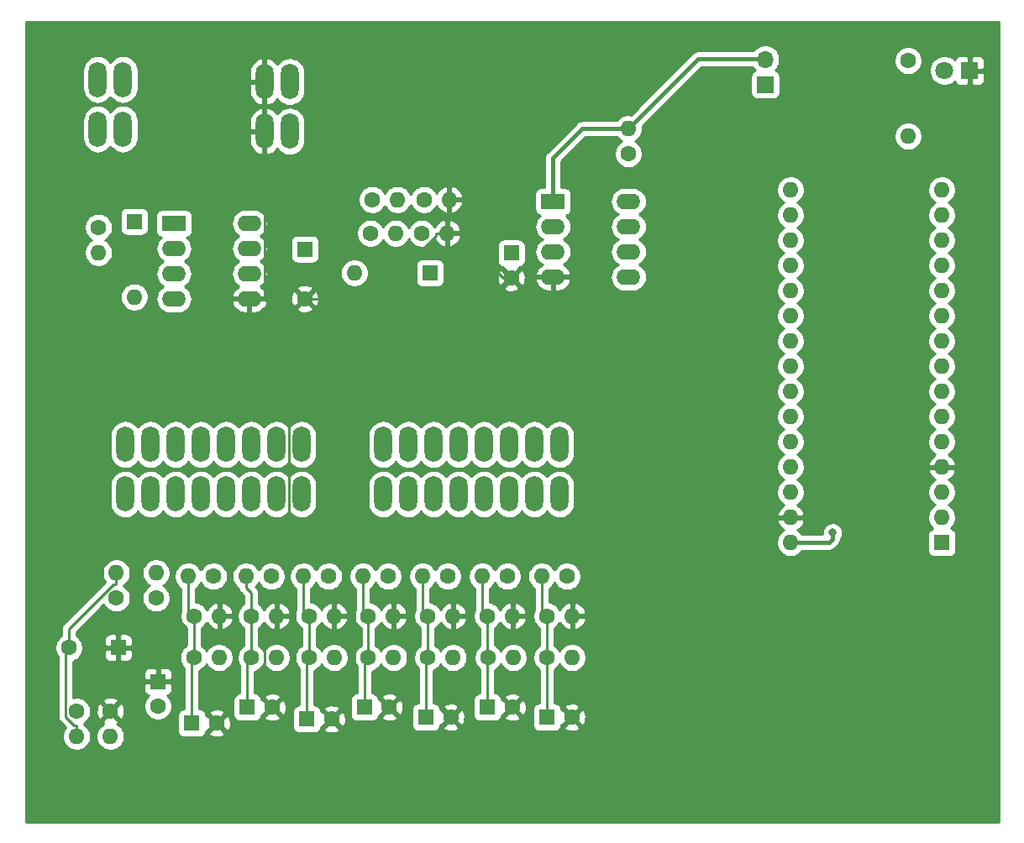
<source format=gbr>
%TF.GenerationSoftware,KiCad,Pcbnew,5.1.8-db9833491~88~ubuntu18.04.1*%
%TF.CreationDate,2021-11-07T22:26:50+01:00*%
%TF.ProjectId,MqttElecTinfo,4d717474-456c-4656-9354-696e666f2e6b,rev?*%
%TF.SameCoordinates,Original*%
%TF.FileFunction,Copper,L2,Bot*%
%TF.FilePolarity,Positive*%
%FSLAX46Y46*%
G04 Gerber Fmt 4.6, Leading zero omitted, Abs format (unit mm)*
G04 Created by KiCad (PCBNEW 5.1.8-db9833491~88~ubuntu18.04.1) date 2021-11-07 22:26:50*
%MOMM*%
%LPD*%
G01*
G04 APERTURE LIST*
%TA.AperFunction,ComponentPad*%
%ADD10O,1.600000X1.600000*%
%TD*%
%TA.AperFunction,ComponentPad*%
%ADD11R,1.600000X1.600000*%
%TD*%
%TA.AperFunction,ComponentPad*%
%ADD12C,1.600000*%
%TD*%
%TA.AperFunction,ComponentPad*%
%ADD13O,1.800000X3.600000*%
%TD*%
%TA.AperFunction,ComponentPad*%
%ADD14O,2.400000X1.600000*%
%TD*%
%TA.AperFunction,ComponentPad*%
%ADD15R,2.400000X1.600000*%
%TD*%
%TA.AperFunction,ComponentPad*%
%ADD16O,1.700000X1.700000*%
%TD*%
%TA.AperFunction,ComponentPad*%
%ADD17R,1.700000X1.700000*%
%TD*%
%TA.AperFunction,ComponentPad*%
%ADD18C,1.800000*%
%TD*%
%TA.AperFunction,ComponentPad*%
%ADD19R,1.800000X1.800000*%
%TD*%
%TA.AperFunction,ViaPad*%
%ADD20C,0.800000*%
%TD*%
%TA.AperFunction,Conductor*%
%ADD21C,0.250000*%
%TD*%
%TA.AperFunction,Conductor*%
%ADD22C,0.400000*%
%TD*%
%TA.AperFunction,Conductor*%
%ADD23C,0.254000*%
%TD*%
%TA.AperFunction,Conductor*%
%ADD24C,0.100000*%
%TD*%
G04 APERTURE END LIST*
D10*
%TO.P,D2,2*%
%TO.N,Net-(D2-Pad2)*%
X130000000Y-88620000D03*
D11*
%TO.P,D2,1*%
%TO.N,Net-(D2-Pad1)*%
X130000000Y-81000000D03*
%TD*%
D12*
%TO.P,C9,2*%
%TO.N,Earth*%
X174100000Y-131000000D03*
D11*
%TO.P,C9,1*%
%TO.N,Net-(C9-Pad1)*%
X171600000Y-131000000D03*
%TD*%
D12*
%TO.P,C8,2*%
%TO.N,Earth*%
X168100000Y-130000000D03*
D11*
%TO.P,C8,1*%
%TO.N,Net-(C8-Pad1)*%
X165600000Y-130000000D03*
%TD*%
D12*
%TO.P,C7,2*%
%TO.N,Earth*%
X161900000Y-131000000D03*
D11*
%TO.P,C7,1*%
%TO.N,Net-(C7-Pad1)*%
X159400000Y-131000000D03*
%TD*%
D12*
%TO.P,C6,2*%
%TO.N,Earth*%
X155700000Y-130000000D03*
D11*
%TO.P,C6,1*%
%TO.N,Net-(C6-Pad1)*%
X153200000Y-130000000D03*
%TD*%
D12*
%TO.P,C5,2*%
%TO.N,Earth*%
X149900000Y-131200000D03*
D11*
%TO.P,C5,1*%
%TO.N,Net-(C5-Pad1)*%
X147400000Y-131200000D03*
%TD*%
D12*
%TO.P,C4,2*%
%TO.N,Earth*%
X143900000Y-130000000D03*
D11*
%TO.P,C4,1*%
%TO.N,Net-(C4-Pad1)*%
X141400000Y-130000000D03*
%TD*%
D12*
%TO.P,C3,2*%
%TO.N,Earth*%
X138300000Y-131600000D03*
D11*
%TO.P,C3,1*%
%TO.N,Net-(C3-Pad1)*%
X135800000Y-131600000D03*
%TD*%
D10*
%TO.P,D3,2*%
%TO.N,Net-(D3-Pad2)*%
X152180000Y-86200000D03*
D11*
%TO.P,D3,1*%
%TO.N,Net-(C10-Pad1)*%
X159800000Y-86200000D03*
%TD*%
D13*
%TO.P,X1,B2*%
%TO.N,Net-(JPPOW1-Pad2)*%
X145670000Y-71900000D03*
%TO.P,X1,A2*%
X145670000Y-66900000D03*
%TO.P,X1,B1*%
%TO.N,Earth*%
X143130000Y-71900000D03*
%TO.P,X1,A1*%
X143130000Y-66900000D03*
%TD*%
D14*
%TO.P,U2,8*%
%TO.N,+5V*%
X179820000Y-79000000D03*
%TO.P,U2,4*%
%TO.N,Earth*%
X172200000Y-86620000D03*
%TO.P,U2,7*%
%TO.N,N/C*%
X179820000Y-81540000D03*
%TO.P,U2,3*%
%TO.N,Net-(C10-Pad1)*%
X172200000Y-84080000D03*
%TO.P,U2,6*%
%TO.N,N/C*%
X179820000Y-84080000D03*
%TO.P,U2,2*%
%TO.N,Net-(R30-Pad2)*%
X172200000Y-81540000D03*
%TO.P,U2,5*%
%TO.N,N/C*%
X179820000Y-86620000D03*
D15*
%TO.P,U2,1*%
%TO.N,RX2*%
X172200000Y-79000000D03*
%TD*%
D14*
%TO.P,U1,8*%
%TO.N,+5V*%
X141620000Y-81200000D03*
%TO.P,U1,4*%
%TO.N,N/C*%
X134000000Y-88820000D03*
%TO.P,U1,7*%
X141620000Y-83740000D03*
%TO.P,U1,3*%
%TO.N,Net-(D2-Pad2)*%
X134000000Y-86280000D03*
%TO.P,U1,6*%
%TO.N,Net-(D3-Pad2)*%
X141620000Y-86280000D03*
%TO.P,U1,2*%
%TO.N,Net-(D2-Pad1)*%
X134000000Y-83740000D03*
%TO.P,U1,5*%
%TO.N,Earth*%
X141620000Y-88820000D03*
D15*
%TO.P,U1,1*%
%TO.N,N/C*%
X134000000Y-81200000D03*
%TD*%
D10*
%TO.P,R32,2*%
%TO.N,RX2*%
X179800000Y-71660000D03*
D12*
%TO.P,R32,1*%
%TO.N,+5V*%
X179800000Y-74200000D03*
%TD*%
D10*
%TO.P,R31,2*%
%TO.N,Earth*%
X161740000Y-78800000D03*
D12*
%TO.P,R31,1*%
%TO.N,Net-(R30-Pad2)*%
X159200000Y-78800000D03*
%TD*%
D10*
%TO.P,R30,2*%
%TO.N,Net-(R30-Pad2)*%
X156540000Y-78800000D03*
D12*
%TO.P,R30,1*%
%TO.N,+5V*%
X154000000Y-78800000D03*
%TD*%
D10*
%TO.P,R29,2*%
%TO.N,Earth*%
X161540000Y-82200000D03*
D12*
%TO.P,R29,1*%
%TO.N,Net-(C10-Pad1)*%
X159000000Y-82200000D03*
%TD*%
D10*
%TO.P,R28,2*%
%TO.N,Net-(D3-Pad2)*%
X156340000Y-82200000D03*
D12*
%TO.P,R28,1*%
%TO.N,+5V*%
X153800000Y-82200000D03*
%TD*%
D10*
%TO.P,R27,2*%
%TO.N,Net-(D2-Pad2)*%
X126400000Y-84140000D03*
D12*
%TO.P,R27,1*%
%TO.N,Net-(J3-PadA1)*%
X126400000Y-81600000D03*
%TD*%
D10*
%TO.P,R26,2*%
%TO.N,Net-(C9-Pad1)*%
X171060000Y-116800000D03*
D12*
%TO.P,R26,1*%
%TO.N,A7*%
X173600000Y-116800000D03*
%TD*%
D10*
%TO.P,R25,2*%
%TO.N,Net-(C8-Pad1)*%
X165060000Y-116800000D03*
D12*
%TO.P,R25,1*%
%TO.N,A6*%
X167600000Y-116800000D03*
%TD*%
D10*
%TO.P,R24,2*%
%TO.N,Earth*%
X174140000Y-120800000D03*
D12*
%TO.P,R24,1*%
%TO.N,Net-(C9-Pad1)*%
X171600000Y-120800000D03*
%TD*%
D10*
%TO.P,R23,2*%
%TO.N,+5V*%
X174140000Y-125000000D03*
D12*
%TO.P,R23,1*%
%TO.N,Net-(C9-Pad1)*%
X171600000Y-125000000D03*
%TD*%
D10*
%TO.P,R22,2*%
%TO.N,Net-(C7-Pad1)*%
X159060000Y-116800000D03*
D12*
%TO.P,R22,1*%
%TO.N,A5*%
X161600000Y-116800000D03*
%TD*%
D10*
%TO.P,R21,2*%
%TO.N,Earth*%
X168140000Y-120800000D03*
D12*
%TO.P,R21,1*%
%TO.N,Net-(C8-Pad1)*%
X165600000Y-120800000D03*
%TD*%
D10*
%TO.P,R20,2*%
%TO.N,+5V*%
X168200000Y-125000000D03*
D12*
%TO.P,R20,1*%
%TO.N,Net-(C8-Pad1)*%
X165660000Y-125000000D03*
%TD*%
D10*
%TO.P,R19,2*%
%TO.N,Net-(C6-Pad1)*%
X153060000Y-116800000D03*
D12*
%TO.P,R19,1*%
%TO.N,A4*%
X155600000Y-116800000D03*
%TD*%
D10*
%TO.P,R18,2*%
%TO.N,Earth*%
X162140000Y-120800000D03*
D12*
%TO.P,R18,1*%
%TO.N,Net-(C7-Pad1)*%
X159600000Y-120800000D03*
%TD*%
D10*
%TO.P,R17,2*%
%TO.N,+5V*%
X162140000Y-125000000D03*
D12*
%TO.P,R17,1*%
%TO.N,Net-(C7-Pad1)*%
X159600000Y-125000000D03*
%TD*%
D10*
%TO.P,R16,2*%
%TO.N,Earth*%
X156140000Y-120800000D03*
D12*
%TO.P,R16,1*%
%TO.N,Net-(C6-Pad1)*%
X153600000Y-120800000D03*
%TD*%
D10*
%TO.P,R15,2*%
%TO.N,+5V*%
X156140000Y-125000000D03*
D12*
%TO.P,R15,1*%
%TO.N,Net-(C6-Pad1)*%
X153600000Y-125000000D03*
%TD*%
D10*
%TO.P,R14,2*%
%TO.N,Net-(C5-Pad1)*%
X147060000Y-116800000D03*
D12*
%TO.P,R14,1*%
%TO.N,A3*%
X149600000Y-116800000D03*
%TD*%
D10*
%TO.P,R13,2*%
%TO.N,Net-(C4-Pad1)*%
X141260000Y-116800000D03*
D12*
%TO.P,R13,1*%
%TO.N,A2*%
X143800000Y-116800000D03*
%TD*%
D10*
%TO.P,R12,2*%
%TO.N,Earth*%
X150140000Y-120800000D03*
D12*
%TO.P,R12,1*%
%TO.N,Net-(C5-Pad1)*%
X147600000Y-120800000D03*
%TD*%
D10*
%TO.P,R11,2*%
%TO.N,+5V*%
X150140000Y-125000000D03*
D12*
%TO.P,R11,1*%
%TO.N,Net-(C5-Pad1)*%
X147600000Y-125000000D03*
%TD*%
D10*
%TO.P,R10,2*%
%TO.N,Net-(C3-Pad1)*%
X135460000Y-116800000D03*
D12*
%TO.P,R10,1*%
%TO.N,A1*%
X138000000Y-116800000D03*
%TD*%
D10*
%TO.P,R9,2*%
%TO.N,Earth*%
X144340000Y-120800000D03*
D12*
%TO.P,R9,1*%
%TO.N,Net-(C4-Pad1)*%
X141800000Y-120800000D03*
%TD*%
D10*
%TO.P,R8,2*%
%TO.N,+5V*%
X144340000Y-125000000D03*
D12*
%TO.P,R8,1*%
%TO.N,Net-(C4-Pad1)*%
X141800000Y-125000000D03*
%TD*%
D10*
%TO.P,R7,2*%
%TO.N,Net-(A1-Pad6)*%
X208000000Y-72420000D03*
D12*
%TO.P,R7,1*%
%TO.N,Net-(D1-Pad2)*%
X208000000Y-64800000D03*
%TD*%
D10*
%TO.P,R6,2*%
%TO.N,Net-(J1-PadA2)*%
X132200000Y-116460000D03*
D12*
%TO.P,R6,1*%
%TO.N,A0*%
X132200000Y-119000000D03*
%TD*%
D10*
%TO.P,R5,2*%
%TO.N,Earth*%
X138600000Y-120800000D03*
D12*
%TO.P,R5,1*%
%TO.N,Net-(C3-Pad1)*%
X136060000Y-120800000D03*
%TD*%
D10*
%TO.P,R4,2*%
%TO.N,+5V*%
X138540000Y-125000000D03*
D12*
%TO.P,R4,1*%
%TO.N,Net-(C3-Pad1)*%
X136000000Y-125000000D03*
%TD*%
D10*
%TO.P,R3,2*%
%TO.N,Net-(C1-Pad2)*%
X128200000Y-116460000D03*
D12*
%TO.P,R3,1*%
%TO.N,A0*%
X128200000Y-119000000D03*
%TD*%
D10*
%TO.P,R2,2*%
%TO.N,Net-(C1-Pad2)*%
X124200000Y-132940000D03*
D12*
%TO.P,R2,1*%
%TO.N,+5V*%
X124200000Y-130400000D03*
%TD*%
D10*
%TO.P,R1,2*%
%TO.N,Net-(C1-Pad2)*%
X127600000Y-132940000D03*
D12*
%TO.P,R1,1*%
%TO.N,Earth*%
X127600000Y-130400000D03*
%TD*%
D16*
%TO.P,JP1,2*%
%TO.N,RX2*%
X193600000Y-64660000D03*
D17*
%TO.P,JP1,1*%
%TO.N,Net-(A1-Pad2)*%
X193600000Y-67200000D03*
%TD*%
D13*
%TO.P,J3,B2*%
%TO.N,Net-(D2-Pad1)*%
X128870000Y-71700000D03*
%TO.P,J3,A2*%
X128870000Y-66700000D03*
%TO.P,J3,B1*%
%TO.N,Net-(J3-PadA1)*%
X126330000Y-71700000D03*
%TO.P,J3,A1*%
X126330000Y-66700000D03*
%TD*%
%TO.P,J2,B8*%
%TO.N,A7*%
X172890000Y-108500000D03*
%TO.P,J2,A8*%
X172890000Y-103500000D03*
%TO.P,J2,B7*%
%TO.N,Net-(C9-Pad1)*%
X170350000Y-108500000D03*
%TO.P,J2,A7*%
X170350000Y-103500000D03*
%TO.P,J2,B6*%
%TO.N,A6*%
X167810000Y-108500000D03*
%TO.P,J2,A6*%
X167810000Y-103500000D03*
%TO.P,J2,B5*%
%TO.N,Net-(C8-Pad1)*%
X165270000Y-108500000D03*
%TO.P,J2,A5*%
X165270000Y-103500000D03*
%TO.P,J2,B4*%
%TO.N,A5*%
X162730000Y-108500000D03*
%TO.P,J2,A4*%
X162730000Y-103500000D03*
%TO.P,J2,B3*%
%TO.N,Net-(C7-Pad1)*%
X160190000Y-108500000D03*
%TO.P,J2,A3*%
X160190000Y-103500000D03*
%TO.P,J2,B2*%
%TO.N,A4*%
X157650000Y-108500000D03*
%TO.P,J2,A2*%
X157650000Y-103500000D03*
%TO.P,J2,B1*%
%TO.N,Net-(C6-Pad1)*%
X155110000Y-108500000D03*
%TO.P,J2,A1*%
X155110000Y-103500000D03*
%TD*%
%TO.P,J1,B8*%
%TO.N,A3*%
X146890000Y-108500000D03*
%TO.P,J1,A8*%
X146890000Y-103500000D03*
%TO.P,J1,B7*%
%TO.N,Net-(C5-Pad1)*%
X144350000Y-108500000D03*
%TO.P,J1,A7*%
X144350000Y-103500000D03*
%TO.P,J1,B6*%
%TO.N,A2*%
X141810000Y-108500000D03*
%TO.P,J1,A6*%
X141810000Y-103500000D03*
%TO.P,J1,B5*%
%TO.N,Net-(C4-Pad1)*%
X139270000Y-108500000D03*
%TO.P,J1,A5*%
X139270000Y-103500000D03*
%TO.P,J1,B4*%
%TO.N,A1*%
X136730000Y-108500000D03*
%TO.P,J1,A4*%
X136730000Y-103500000D03*
%TO.P,J1,B3*%
%TO.N,Net-(C3-Pad1)*%
X134190000Y-108500000D03*
%TO.P,J1,A3*%
X134190000Y-103500000D03*
%TO.P,J1,B2*%
%TO.N,Net-(J1-PadA2)*%
X131650000Y-108500000D03*
%TO.P,J1,A2*%
X131650000Y-103500000D03*
%TO.P,J1,B1*%
%TO.N,Net-(C1-Pad2)*%
X129110000Y-108500000D03*
%TO.P,J1,A1*%
X129110000Y-103500000D03*
%TD*%
D18*
%TO.P,D1,2*%
%TO.N,Net-(D1-Pad2)*%
X211660000Y-65800000D03*
D19*
%TO.P,D1,1*%
%TO.N,Earth*%
X214200000Y-65800000D03*
%TD*%
D12*
%TO.P,C11,2*%
%TO.N,Earth*%
X147200000Y-88800000D03*
D11*
%TO.P,C11,1*%
%TO.N,+5V*%
X147200000Y-83800000D03*
%TD*%
D12*
%TO.P,C10,2*%
%TO.N,Earth*%
X168000000Y-86700000D03*
D11*
%TO.P,C10,1*%
%TO.N,Net-(C10-Pad1)*%
X168000000Y-84200000D03*
%TD*%
D12*
%TO.P,C2,2*%
%TO.N,Net-(C1-Pad2)*%
X123400000Y-124000000D03*
D11*
%TO.P,C2,1*%
%TO.N,Earth*%
X128400000Y-124000000D03*
%TD*%
D12*
%TO.P,C1,2*%
%TO.N,Net-(C1-Pad2)*%
X132400000Y-129900000D03*
D11*
%TO.P,C1,1*%
%TO.N,Earth*%
X132400000Y-127400000D03*
%TD*%
D10*
%TO.P,A1,16*%
%TO.N,N/C*%
X196160000Y-77840000D03*
%TO.P,A1,15*%
X211400000Y-77840000D03*
%TO.P,A1,30*%
%TO.N,Net-(A1-Pad30)*%
X196160000Y-113400000D03*
%TO.P,A1,14*%
%TO.N,N/C*%
X211400000Y-80380000D03*
%TO.P,A1,29*%
%TO.N,Earth*%
X196160000Y-110860000D03*
%TO.P,A1,13*%
%TO.N,N/C*%
X211400000Y-82920000D03*
%TO.P,A1,28*%
X196160000Y-108320000D03*
%TO.P,A1,12*%
%TO.N,Net-(A1-Pad12)*%
X211400000Y-85460000D03*
%TO.P,A1,27*%
%TO.N,+5V*%
X196160000Y-105780000D03*
%TO.P,A1,11*%
%TO.N,N/C*%
X211400000Y-88000000D03*
%TO.P,A1,26*%
%TO.N,A7*%
X196160000Y-103240000D03*
%TO.P,A1,10*%
%TO.N,N/C*%
X211400000Y-90540000D03*
%TO.P,A1,25*%
%TO.N,A6*%
X196160000Y-100700000D03*
%TO.P,A1,9*%
%TO.N,Net-(A1-Pad9)*%
X211400000Y-93080000D03*
%TO.P,A1,24*%
%TO.N,A5*%
X196160000Y-98160000D03*
%TO.P,A1,8*%
%TO.N,Net-(A1-Pad8)*%
X211400000Y-95620000D03*
%TO.P,A1,23*%
%TO.N,A4*%
X196160000Y-95620000D03*
%TO.P,A1,7*%
%TO.N,Net-(A1-Pad7)*%
X211400000Y-98160000D03*
%TO.P,A1,22*%
%TO.N,A3*%
X196160000Y-93080000D03*
%TO.P,A1,6*%
%TO.N,Net-(A1-Pad6)*%
X211400000Y-100700000D03*
%TO.P,A1,21*%
%TO.N,A2*%
X196160000Y-90540000D03*
%TO.P,A1,5*%
%TO.N,N/C*%
X211400000Y-103240000D03*
%TO.P,A1,20*%
%TO.N,A1*%
X196160000Y-88000000D03*
%TO.P,A1,4*%
%TO.N,Earth*%
X211400000Y-105780000D03*
%TO.P,A1,19*%
%TO.N,A0*%
X196160000Y-85460000D03*
%TO.P,A1,3*%
%TO.N,N/C*%
X211400000Y-108320000D03*
%TO.P,A1,18*%
X196160000Y-82920000D03*
%TO.P,A1,2*%
%TO.N,Net-(A1-Pad2)*%
X211400000Y-110860000D03*
%TO.P,A1,17*%
%TO.N,N/C*%
X196160000Y-80380000D03*
D11*
%TO.P,A1,1*%
X211400000Y-113400000D03*
%TD*%
D20*
%TO.N,Net-(A1-Pad30)*%
X200400000Y-112400000D03*
%TD*%
D21*
%TO.N,Earth*%
X145620000Y-90380000D02*
X147200000Y-88800000D01*
X144340000Y-119674700D02*
X145620000Y-118394700D01*
X145620000Y-118394700D02*
X145620000Y-90380000D01*
X145620000Y-90380000D02*
X144705300Y-90380000D01*
X144705300Y-90380000D02*
X143145300Y-88820000D01*
X141620000Y-88820000D02*
X143145300Y-88820000D01*
X143130000Y-71900000D02*
X143130000Y-74025300D01*
X143130000Y-74025300D02*
X143145300Y-74040600D01*
X143145300Y-74040600D02*
X143145300Y-88820000D01*
X161540000Y-82200000D02*
X162665300Y-82200000D01*
X168000000Y-86700000D02*
X167165300Y-86700000D01*
X167165300Y-86700000D02*
X162665300Y-82200000D01*
X161540000Y-82200000D02*
X160414700Y-82200000D01*
X147200000Y-88800000D02*
X154096000Y-88800000D01*
X154096000Y-88800000D02*
X160414700Y-82481300D01*
X160414700Y-82481300D02*
X160414700Y-82200000D01*
X130637400Y-127362600D02*
X127600000Y-130400000D01*
X131274700Y-127400000D02*
X131237300Y-127362600D01*
X131237300Y-127362600D02*
X130637400Y-127362600D01*
X130637400Y-127362600D02*
X128400000Y-125125300D01*
X128400000Y-124000000D02*
X128400000Y-125125300D01*
X132400000Y-127400000D02*
X131274700Y-127400000D01*
X144340000Y-120800000D02*
X144340000Y-119674700D01*
X144340000Y-120800000D02*
X144340000Y-121925300D01*
X144340000Y-121925300D02*
X143173700Y-123091600D01*
X143173700Y-123091600D02*
X143173700Y-129273700D01*
X143173700Y-129273700D02*
X143900000Y-130000000D01*
X196160000Y-110860000D02*
X197285300Y-110860000D01*
X197285300Y-110860000D02*
X202365300Y-105780000D01*
X202365300Y-105780000D02*
X211400000Y-105780000D01*
D22*
%TO.N,Net-(A1-Pad30)*%
X200400000Y-112400000D02*
X200400000Y-113000000D01*
X200400000Y-113000000D02*
X200000000Y-113400000D01*
X200000000Y-113400000D02*
X196160000Y-113400000D01*
D21*
%TO.N,Net-(C1-Pad2)*%
X124200000Y-132940000D02*
X124200000Y-131814700D01*
X123400000Y-124000000D02*
X123074700Y-124325300D01*
X123074700Y-124325300D02*
X123074700Y-130970800D01*
X123074700Y-130970800D02*
X123918600Y-131814700D01*
X123918600Y-131814700D02*
X124200000Y-131814700D01*
X128200000Y-117585300D02*
X127918700Y-117585300D01*
X127918700Y-117585300D02*
X123400000Y-122104000D01*
X123400000Y-122104000D02*
X123400000Y-124000000D01*
X128200000Y-116460000D02*
X128200000Y-117585300D01*
%TO.N,Net-(C3-Pad1)*%
X136000000Y-125000000D02*
X135800000Y-125200000D01*
X135800000Y-125200000D02*
X135800000Y-131600000D01*
X136060000Y-120800000D02*
X136060000Y-124940000D01*
X136060000Y-124940000D02*
X136000000Y-125000000D01*
X135460000Y-116800000D02*
X135460000Y-120200000D01*
X135460000Y-120200000D02*
X136060000Y-120800000D01*
%TO.N,Net-(C4-Pad1)*%
X141800000Y-125000000D02*
X141400000Y-125400000D01*
X141400000Y-125400000D02*
X141400000Y-130000000D01*
X141800000Y-120800000D02*
X141800000Y-125000000D01*
X141260000Y-117925300D02*
X141800000Y-118465300D01*
X141800000Y-118465300D02*
X141800000Y-120800000D01*
X141260000Y-116800000D02*
X141260000Y-117925300D01*
%TO.N,Net-(C5-Pad1)*%
X147600000Y-120800000D02*
X147600000Y-125000000D01*
X147060000Y-116800000D02*
X147060000Y-120260000D01*
X147060000Y-120260000D02*
X147600000Y-120800000D01*
X147600000Y-125000000D02*
X147400000Y-125200000D01*
X147400000Y-125200000D02*
X147400000Y-131200000D01*
%TO.N,Net-(C6-Pad1)*%
X153600000Y-125000000D02*
X153200000Y-125400000D01*
X153200000Y-125400000D02*
X153200000Y-130000000D01*
X153600000Y-125000000D02*
X153600000Y-120800000D01*
X153060000Y-116800000D02*
X153060000Y-120260000D01*
X153060000Y-120260000D02*
X153600000Y-120800000D01*
%TO.N,Net-(C7-Pad1)*%
X159600000Y-125000000D02*
X159400000Y-125200000D01*
X159400000Y-125200000D02*
X159400000Y-131000000D01*
X159600000Y-125000000D02*
X159600000Y-120800000D01*
X159060000Y-116800000D02*
X159060000Y-120260000D01*
X159060000Y-120260000D02*
X159600000Y-120800000D01*
%TO.N,Net-(C8-Pad1)*%
X165660000Y-125000000D02*
X165600000Y-125060000D01*
X165600000Y-125060000D02*
X165600000Y-130000000D01*
X165660000Y-125000000D02*
X165600000Y-124940000D01*
X165600000Y-124940000D02*
X165600000Y-120800000D01*
X165060000Y-116800000D02*
X165060000Y-120260000D01*
X165060000Y-120260000D02*
X165600000Y-120800000D01*
%TO.N,Net-(C9-Pad1)*%
X171600000Y-120800000D02*
X171600000Y-125000000D01*
X171060000Y-116800000D02*
X171060000Y-120260000D01*
X171060000Y-120260000D02*
X171600000Y-120800000D01*
X171600000Y-125000000D02*
X171600000Y-131000000D01*
D22*
%TO.N,RX2*%
X179800000Y-71660000D02*
X186860000Y-64600000D01*
X186860000Y-64600000D02*
X193540000Y-64600000D01*
X193540000Y-64600000D02*
X193600000Y-64660000D01*
X172200000Y-79000000D02*
X172200000Y-74600000D01*
X172200000Y-74600000D02*
X175140000Y-71660000D01*
X175140000Y-71660000D02*
X179800000Y-71660000D01*
%TD*%
D23*
%TO.N,Earth*%
X217140001Y-141540000D02*
X119060000Y-141540000D01*
X119060000Y-123858665D01*
X121965000Y-123858665D01*
X121965000Y-124141335D01*
X122020147Y-124418574D01*
X122128320Y-124679727D01*
X122285363Y-124914759D01*
X122314700Y-124944096D01*
X122314701Y-130933468D01*
X122311024Y-130970800D01*
X122314701Y-131008133D01*
X122321753Y-131079727D01*
X122325698Y-131119785D01*
X122369154Y-131263046D01*
X122439726Y-131395076D01*
X122476773Y-131440217D01*
X122534700Y-131510801D01*
X122563698Y-131534599D01*
X123072937Y-132043838D01*
X122928320Y-132260273D01*
X122820147Y-132521426D01*
X122765000Y-132798665D01*
X122765000Y-133081335D01*
X122820147Y-133358574D01*
X122928320Y-133619727D01*
X123085363Y-133854759D01*
X123285241Y-134054637D01*
X123520273Y-134211680D01*
X123781426Y-134319853D01*
X124058665Y-134375000D01*
X124341335Y-134375000D01*
X124618574Y-134319853D01*
X124879727Y-134211680D01*
X125114759Y-134054637D01*
X125314637Y-133854759D01*
X125471680Y-133619727D01*
X125579853Y-133358574D01*
X125635000Y-133081335D01*
X125635000Y-132798665D01*
X126165000Y-132798665D01*
X126165000Y-133081335D01*
X126220147Y-133358574D01*
X126328320Y-133619727D01*
X126485363Y-133854759D01*
X126685241Y-134054637D01*
X126920273Y-134211680D01*
X127181426Y-134319853D01*
X127458665Y-134375000D01*
X127741335Y-134375000D01*
X128018574Y-134319853D01*
X128279727Y-134211680D01*
X128514759Y-134054637D01*
X128714637Y-133854759D01*
X128871680Y-133619727D01*
X128979853Y-133358574D01*
X129035000Y-133081335D01*
X129035000Y-132798665D01*
X128979853Y-132521426D01*
X128871680Y-132260273D01*
X128714637Y-132025241D01*
X128514759Y-131825363D01*
X128280872Y-131669085D01*
X128341514Y-131636671D01*
X128413097Y-131392702D01*
X127600000Y-130579605D01*
X126786903Y-131392702D01*
X126858486Y-131636671D01*
X126922992Y-131667194D01*
X126920273Y-131668320D01*
X126685241Y-131825363D01*
X126485363Y-132025241D01*
X126328320Y-132260273D01*
X126220147Y-132521426D01*
X126165000Y-132798665D01*
X125635000Y-132798665D01*
X125579853Y-132521426D01*
X125471680Y-132260273D01*
X125314637Y-132025241D01*
X125114759Y-131825363D01*
X124954158Y-131718053D01*
X124949003Y-131665714D01*
X124938833Y-131632187D01*
X125114759Y-131514637D01*
X125314637Y-131314759D01*
X125471680Y-131079727D01*
X125579853Y-130818574D01*
X125635000Y-130541335D01*
X125635000Y-130470512D01*
X126159783Y-130470512D01*
X126201213Y-130750130D01*
X126296397Y-131016292D01*
X126363329Y-131141514D01*
X126607298Y-131213097D01*
X127420395Y-130400000D01*
X127779605Y-130400000D01*
X128592702Y-131213097D01*
X128836671Y-131141514D01*
X128957571Y-130886004D01*
X129026300Y-130611816D01*
X129040217Y-130329488D01*
X128998787Y-130049870D01*
X128903603Y-129783708D01*
X128836671Y-129658486D01*
X128592702Y-129586903D01*
X127779605Y-130400000D01*
X127420395Y-130400000D01*
X126607298Y-129586903D01*
X126363329Y-129658486D01*
X126242429Y-129913996D01*
X126173700Y-130188184D01*
X126159783Y-130470512D01*
X125635000Y-130470512D01*
X125635000Y-130258665D01*
X125579853Y-129981426D01*
X125471680Y-129720273D01*
X125314637Y-129485241D01*
X125236694Y-129407298D01*
X126786903Y-129407298D01*
X127600000Y-130220395D01*
X128413097Y-129407298D01*
X128341514Y-129163329D01*
X128086004Y-129042429D01*
X127811816Y-128973700D01*
X127529488Y-128959783D01*
X127249870Y-129001213D01*
X126983708Y-129096397D01*
X126858486Y-129163329D01*
X126786903Y-129407298D01*
X125236694Y-129407298D01*
X125114759Y-129285363D01*
X124879727Y-129128320D01*
X124618574Y-129020147D01*
X124341335Y-128965000D01*
X124058665Y-128965000D01*
X123834700Y-129009550D01*
X123834700Y-128200000D01*
X130961928Y-128200000D01*
X130974188Y-128324482D01*
X131010498Y-128444180D01*
X131069463Y-128554494D01*
X131148815Y-128651185D01*
X131245506Y-128730537D01*
X131355820Y-128789502D01*
X131451943Y-128818661D01*
X131285363Y-128985241D01*
X131128320Y-129220273D01*
X131020147Y-129481426D01*
X130965000Y-129758665D01*
X130965000Y-130041335D01*
X131020147Y-130318574D01*
X131128320Y-130579727D01*
X131285363Y-130814759D01*
X131485241Y-131014637D01*
X131720273Y-131171680D01*
X131981426Y-131279853D01*
X132258665Y-131335000D01*
X132541335Y-131335000D01*
X132818574Y-131279853D01*
X133079727Y-131171680D01*
X133314759Y-131014637D01*
X133514637Y-130814759D01*
X133671680Y-130579727D01*
X133779853Y-130318574D01*
X133835000Y-130041335D01*
X133835000Y-129758665D01*
X133779853Y-129481426D01*
X133671680Y-129220273D01*
X133514637Y-128985241D01*
X133348057Y-128818661D01*
X133444180Y-128789502D01*
X133554494Y-128730537D01*
X133651185Y-128651185D01*
X133730537Y-128554494D01*
X133789502Y-128444180D01*
X133825812Y-128324482D01*
X133838072Y-128200000D01*
X133835000Y-127685750D01*
X133676250Y-127527000D01*
X132527000Y-127527000D01*
X132527000Y-127547000D01*
X132273000Y-127547000D01*
X132273000Y-127527000D01*
X131123750Y-127527000D01*
X130965000Y-127685750D01*
X130961928Y-128200000D01*
X123834700Y-128200000D01*
X123834700Y-126600000D01*
X130961928Y-126600000D01*
X130965000Y-127114250D01*
X131123750Y-127273000D01*
X132273000Y-127273000D01*
X132273000Y-126123750D01*
X132527000Y-126123750D01*
X132527000Y-127273000D01*
X133676250Y-127273000D01*
X133835000Y-127114250D01*
X133838072Y-126600000D01*
X133825812Y-126475518D01*
X133789502Y-126355820D01*
X133730537Y-126245506D01*
X133651185Y-126148815D01*
X133554494Y-126069463D01*
X133444180Y-126010498D01*
X133324482Y-125974188D01*
X133200000Y-125961928D01*
X132685750Y-125965000D01*
X132527000Y-126123750D01*
X132273000Y-126123750D01*
X132114250Y-125965000D01*
X131600000Y-125961928D01*
X131475518Y-125974188D01*
X131355820Y-126010498D01*
X131245506Y-126069463D01*
X131148815Y-126148815D01*
X131069463Y-126245506D01*
X131010498Y-126355820D01*
X130974188Y-126475518D01*
X130961928Y-126600000D01*
X123834700Y-126600000D01*
X123834700Y-125373173D01*
X124079727Y-125271680D01*
X124314759Y-125114637D01*
X124514637Y-124914759D01*
X124591316Y-124800000D01*
X126961928Y-124800000D01*
X126974188Y-124924482D01*
X127010498Y-125044180D01*
X127069463Y-125154494D01*
X127148815Y-125251185D01*
X127245506Y-125330537D01*
X127355820Y-125389502D01*
X127475518Y-125425812D01*
X127600000Y-125438072D01*
X128114250Y-125435000D01*
X128273000Y-125276250D01*
X128273000Y-124127000D01*
X128527000Y-124127000D01*
X128527000Y-125276250D01*
X128685750Y-125435000D01*
X129200000Y-125438072D01*
X129324482Y-125425812D01*
X129444180Y-125389502D01*
X129554494Y-125330537D01*
X129651185Y-125251185D01*
X129730537Y-125154494D01*
X129789502Y-125044180D01*
X129825812Y-124924482D01*
X129838072Y-124800000D01*
X129835000Y-124285750D01*
X129676250Y-124127000D01*
X128527000Y-124127000D01*
X128273000Y-124127000D01*
X127123750Y-124127000D01*
X126965000Y-124285750D01*
X126961928Y-124800000D01*
X124591316Y-124800000D01*
X124671680Y-124679727D01*
X124779853Y-124418574D01*
X124835000Y-124141335D01*
X124835000Y-123858665D01*
X124779853Y-123581426D01*
X124671680Y-123320273D01*
X124591317Y-123200000D01*
X126961928Y-123200000D01*
X126965000Y-123714250D01*
X127123750Y-123873000D01*
X128273000Y-123873000D01*
X128273000Y-122723750D01*
X128527000Y-122723750D01*
X128527000Y-123873000D01*
X129676250Y-123873000D01*
X129835000Y-123714250D01*
X129838072Y-123200000D01*
X129825812Y-123075518D01*
X129789502Y-122955820D01*
X129730537Y-122845506D01*
X129651185Y-122748815D01*
X129554494Y-122669463D01*
X129444180Y-122610498D01*
X129324482Y-122574188D01*
X129200000Y-122561928D01*
X128685750Y-122565000D01*
X128527000Y-122723750D01*
X128273000Y-122723750D01*
X128114250Y-122565000D01*
X127600000Y-122561928D01*
X127475518Y-122574188D01*
X127355820Y-122610498D01*
X127245506Y-122669463D01*
X127148815Y-122748815D01*
X127069463Y-122845506D01*
X127010498Y-122955820D01*
X126974188Y-123075518D01*
X126961928Y-123200000D01*
X124591317Y-123200000D01*
X124514637Y-123085241D01*
X124314759Y-122885363D01*
X124160000Y-122781957D01*
X124160000Y-122418801D01*
X126919754Y-119659047D01*
X126928320Y-119679727D01*
X127085363Y-119914759D01*
X127285241Y-120114637D01*
X127520273Y-120271680D01*
X127781426Y-120379853D01*
X128058665Y-120435000D01*
X128341335Y-120435000D01*
X128618574Y-120379853D01*
X128879727Y-120271680D01*
X129114759Y-120114637D01*
X129314637Y-119914759D01*
X129471680Y-119679727D01*
X129579853Y-119418574D01*
X129635000Y-119141335D01*
X129635000Y-118858665D01*
X129579853Y-118581426D01*
X129471680Y-118320273D01*
X129314637Y-118085241D01*
X129114759Y-117885363D01*
X128938833Y-117767813D01*
X128949003Y-117734286D01*
X128954158Y-117681947D01*
X129114759Y-117574637D01*
X129314637Y-117374759D01*
X129471680Y-117139727D01*
X129579853Y-116878574D01*
X129635000Y-116601335D01*
X129635000Y-116318665D01*
X130765000Y-116318665D01*
X130765000Y-116601335D01*
X130820147Y-116878574D01*
X130928320Y-117139727D01*
X131085363Y-117374759D01*
X131285241Y-117574637D01*
X131517759Y-117730000D01*
X131285241Y-117885363D01*
X131085363Y-118085241D01*
X130928320Y-118320273D01*
X130820147Y-118581426D01*
X130765000Y-118858665D01*
X130765000Y-119141335D01*
X130820147Y-119418574D01*
X130928320Y-119679727D01*
X131085363Y-119914759D01*
X131285241Y-120114637D01*
X131520273Y-120271680D01*
X131781426Y-120379853D01*
X132058665Y-120435000D01*
X132341335Y-120435000D01*
X132618574Y-120379853D01*
X132879727Y-120271680D01*
X133114759Y-120114637D01*
X133314637Y-119914759D01*
X133471680Y-119679727D01*
X133579853Y-119418574D01*
X133635000Y-119141335D01*
X133635000Y-118858665D01*
X133579853Y-118581426D01*
X133471680Y-118320273D01*
X133314637Y-118085241D01*
X133114759Y-117885363D01*
X132882241Y-117730000D01*
X133114759Y-117574637D01*
X133314637Y-117374759D01*
X133471680Y-117139727D01*
X133579853Y-116878574D01*
X133623596Y-116658665D01*
X134025000Y-116658665D01*
X134025000Y-116941335D01*
X134080147Y-117218574D01*
X134188320Y-117479727D01*
X134345363Y-117714759D01*
X134545241Y-117914637D01*
X134700000Y-118018044D01*
X134700001Y-120162668D01*
X134696324Y-120200000D01*
X134700001Y-120237333D01*
X134707653Y-120315021D01*
X134680147Y-120381426D01*
X134625000Y-120658665D01*
X134625000Y-120941335D01*
X134680147Y-121218574D01*
X134788320Y-121479727D01*
X134945363Y-121714759D01*
X135145241Y-121914637D01*
X135300000Y-122018044D01*
X135300001Y-123741865D01*
X135085241Y-123885363D01*
X134885363Y-124085241D01*
X134728320Y-124320273D01*
X134620147Y-124581426D01*
X134565000Y-124858665D01*
X134565000Y-125141335D01*
X134620147Y-125418574D01*
X134728320Y-125679727D01*
X134885363Y-125914759D01*
X135040000Y-126069396D01*
X135040001Y-130161928D01*
X135000000Y-130161928D01*
X134875518Y-130174188D01*
X134755820Y-130210498D01*
X134645506Y-130269463D01*
X134548815Y-130348815D01*
X134469463Y-130445506D01*
X134410498Y-130555820D01*
X134374188Y-130675518D01*
X134361928Y-130800000D01*
X134361928Y-132400000D01*
X134374188Y-132524482D01*
X134410498Y-132644180D01*
X134469463Y-132754494D01*
X134548815Y-132851185D01*
X134645506Y-132930537D01*
X134755820Y-132989502D01*
X134875518Y-133025812D01*
X135000000Y-133038072D01*
X136600000Y-133038072D01*
X136724482Y-133025812D01*
X136844180Y-132989502D01*
X136954494Y-132930537D01*
X137051185Y-132851185D01*
X137130537Y-132754494D01*
X137189502Y-132644180D01*
X137205117Y-132592702D01*
X137486903Y-132592702D01*
X137558486Y-132836671D01*
X137813996Y-132957571D01*
X138088184Y-133026300D01*
X138370512Y-133040217D01*
X138650130Y-132998787D01*
X138916292Y-132903603D01*
X139041514Y-132836671D01*
X139113097Y-132592702D01*
X138300000Y-131779605D01*
X137486903Y-132592702D01*
X137205117Y-132592702D01*
X137225812Y-132524482D01*
X137238072Y-132400000D01*
X137238072Y-132392785D01*
X137307298Y-132413097D01*
X138120395Y-131600000D01*
X138479605Y-131600000D01*
X139292702Y-132413097D01*
X139536671Y-132341514D01*
X139657571Y-132086004D01*
X139726300Y-131811816D01*
X139740217Y-131529488D01*
X139698787Y-131249870D01*
X139603603Y-130983708D01*
X139536671Y-130858486D01*
X139292702Y-130786903D01*
X138479605Y-131600000D01*
X138120395Y-131600000D01*
X137307298Y-130786903D01*
X137238072Y-130807215D01*
X137238072Y-130800000D01*
X137225812Y-130675518D01*
X137205118Y-130607298D01*
X137486903Y-130607298D01*
X138300000Y-131420395D01*
X139113097Y-130607298D01*
X139041514Y-130363329D01*
X138786004Y-130242429D01*
X138511816Y-130173700D01*
X138229488Y-130159783D01*
X137949870Y-130201213D01*
X137683708Y-130296397D01*
X137558486Y-130363329D01*
X137486903Y-130607298D01*
X137205118Y-130607298D01*
X137189502Y-130555820D01*
X137130537Y-130445506D01*
X137051185Y-130348815D01*
X136954494Y-130269463D01*
X136844180Y-130210498D01*
X136724482Y-130174188D01*
X136600000Y-130161928D01*
X136560000Y-130161928D01*
X136560000Y-126321272D01*
X136679727Y-126271680D01*
X136914759Y-126114637D01*
X137114637Y-125914759D01*
X137270000Y-125682241D01*
X137425363Y-125914759D01*
X137625241Y-126114637D01*
X137860273Y-126271680D01*
X138121426Y-126379853D01*
X138398665Y-126435000D01*
X138681335Y-126435000D01*
X138958574Y-126379853D01*
X139219727Y-126271680D01*
X139454759Y-126114637D01*
X139654637Y-125914759D01*
X139811680Y-125679727D01*
X139919853Y-125418574D01*
X139975000Y-125141335D01*
X139975000Y-124858665D01*
X139919853Y-124581426D01*
X139811680Y-124320273D01*
X139654637Y-124085241D01*
X139454759Y-123885363D01*
X139219727Y-123728320D01*
X138958574Y-123620147D01*
X138681335Y-123565000D01*
X138398665Y-123565000D01*
X138121426Y-123620147D01*
X137860273Y-123728320D01*
X137625241Y-123885363D01*
X137425363Y-124085241D01*
X137270000Y-124317759D01*
X137114637Y-124085241D01*
X136914759Y-123885363D01*
X136820000Y-123822047D01*
X136820000Y-122018043D01*
X136974759Y-121914637D01*
X137174637Y-121714759D01*
X137331680Y-121479727D01*
X137336357Y-121468435D01*
X137368963Y-121537420D01*
X137536481Y-121763414D01*
X137744869Y-121952385D01*
X137986119Y-122097070D01*
X138250960Y-122191909D01*
X138473000Y-122070624D01*
X138473000Y-120927000D01*
X138727000Y-120927000D01*
X138727000Y-122070624D01*
X138949040Y-122191909D01*
X139213881Y-122097070D01*
X139455131Y-121952385D01*
X139663519Y-121763414D01*
X139831037Y-121537420D01*
X139951246Y-121283087D01*
X139991904Y-121149039D01*
X139869915Y-120927000D01*
X138727000Y-120927000D01*
X138473000Y-120927000D01*
X138453000Y-120927000D01*
X138453000Y-120673000D01*
X138473000Y-120673000D01*
X138473000Y-119529376D01*
X138727000Y-119529376D01*
X138727000Y-120673000D01*
X139869915Y-120673000D01*
X139991904Y-120450961D01*
X139951246Y-120316913D01*
X139831037Y-120062580D01*
X139663519Y-119836586D01*
X139455131Y-119647615D01*
X139213881Y-119502930D01*
X138949040Y-119408091D01*
X138727000Y-119529376D01*
X138473000Y-119529376D01*
X138250960Y-119408091D01*
X137986119Y-119502930D01*
X137744869Y-119647615D01*
X137536481Y-119836586D01*
X137368963Y-120062580D01*
X137336357Y-120131565D01*
X137331680Y-120120273D01*
X137174637Y-119885241D01*
X136974759Y-119685363D01*
X136739727Y-119528320D01*
X136478574Y-119420147D01*
X136220000Y-119368713D01*
X136220000Y-118018043D01*
X136374759Y-117914637D01*
X136574637Y-117714759D01*
X136730000Y-117482241D01*
X136885363Y-117714759D01*
X137085241Y-117914637D01*
X137320273Y-118071680D01*
X137581426Y-118179853D01*
X137858665Y-118235000D01*
X138141335Y-118235000D01*
X138418574Y-118179853D01*
X138679727Y-118071680D01*
X138914759Y-117914637D01*
X139114637Y-117714759D01*
X139271680Y-117479727D01*
X139379853Y-117218574D01*
X139435000Y-116941335D01*
X139435000Y-116658665D01*
X139825000Y-116658665D01*
X139825000Y-116941335D01*
X139880147Y-117218574D01*
X139988320Y-117479727D01*
X140145363Y-117714759D01*
X140345241Y-117914637D01*
X140505843Y-118021948D01*
X140510998Y-118074285D01*
X140554454Y-118217546D01*
X140625026Y-118349576D01*
X140696201Y-118436302D01*
X140720000Y-118465301D01*
X140748998Y-118489099D01*
X141040000Y-118780102D01*
X141040000Y-119581956D01*
X140885241Y-119685363D01*
X140685363Y-119885241D01*
X140528320Y-120120273D01*
X140420147Y-120381426D01*
X140365000Y-120658665D01*
X140365000Y-120941335D01*
X140420147Y-121218574D01*
X140528320Y-121479727D01*
X140685363Y-121714759D01*
X140885241Y-121914637D01*
X141040000Y-122018044D01*
X141040001Y-123781956D01*
X140885241Y-123885363D01*
X140685363Y-124085241D01*
X140528320Y-124320273D01*
X140420147Y-124581426D01*
X140365000Y-124858665D01*
X140365000Y-125141335D01*
X140420147Y-125418574D01*
X140528320Y-125679727D01*
X140640000Y-125846868D01*
X140640001Y-128561928D01*
X140600000Y-128561928D01*
X140475518Y-128574188D01*
X140355820Y-128610498D01*
X140245506Y-128669463D01*
X140148815Y-128748815D01*
X140069463Y-128845506D01*
X140010498Y-128955820D01*
X139974188Y-129075518D01*
X139961928Y-129200000D01*
X139961928Y-130800000D01*
X139974188Y-130924482D01*
X140010498Y-131044180D01*
X140069463Y-131154494D01*
X140148815Y-131251185D01*
X140245506Y-131330537D01*
X140355820Y-131389502D01*
X140475518Y-131425812D01*
X140600000Y-131438072D01*
X142200000Y-131438072D01*
X142324482Y-131425812D01*
X142444180Y-131389502D01*
X142554494Y-131330537D01*
X142651185Y-131251185D01*
X142730537Y-131154494D01*
X142789502Y-131044180D01*
X142805117Y-130992702D01*
X143086903Y-130992702D01*
X143158486Y-131236671D01*
X143413996Y-131357571D01*
X143688184Y-131426300D01*
X143970512Y-131440217D01*
X144250130Y-131398787D01*
X144516292Y-131303603D01*
X144641514Y-131236671D01*
X144713097Y-130992702D01*
X143900000Y-130179605D01*
X143086903Y-130992702D01*
X142805117Y-130992702D01*
X142825812Y-130924482D01*
X142838072Y-130800000D01*
X142838072Y-130792785D01*
X142907298Y-130813097D01*
X143720395Y-130000000D01*
X144079605Y-130000000D01*
X144892702Y-130813097D01*
X145136671Y-130741514D01*
X145257571Y-130486004D01*
X145326300Y-130211816D01*
X145340217Y-129929488D01*
X145298787Y-129649870D01*
X145203603Y-129383708D01*
X145136671Y-129258486D01*
X144892702Y-129186903D01*
X144079605Y-130000000D01*
X143720395Y-130000000D01*
X142907298Y-129186903D01*
X142838072Y-129207215D01*
X142838072Y-129200000D01*
X142825812Y-129075518D01*
X142805118Y-129007298D01*
X143086903Y-129007298D01*
X143900000Y-129820395D01*
X144713097Y-129007298D01*
X144641514Y-128763329D01*
X144386004Y-128642429D01*
X144111816Y-128573700D01*
X143829488Y-128559783D01*
X143549870Y-128601213D01*
X143283708Y-128696397D01*
X143158486Y-128763329D01*
X143086903Y-129007298D01*
X142805118Y-129007298D01*
X142789502Y-128955820D01*
X142730537Y-128845506D01*
X142651185Y-128748815D01*
X142554494Y-128669463D01*
X142444180Y-128610498D01*
X142324482Y-128574188D01*
X142200000Y-128561928D01*
X142160000Y-128561928D01*
X142160000Y-126391504D01*
X142218574Y-126379853D01*
X142479727Y-126271680D01*
X142714759Y-126114637D01*
X142914637Y-125914759D01*
X143070000Y-125682241D01*
X143225363Y-125914759D01*
X143425241Y-126114637D01*
X143660273Y-126271680D01*
X143921426Y-126379853D01*
X144198665Y-126435000D01*
X144481335Y-126435000D01*
X144758574Y-126379853D01*
X145019727Y-126271680D01*
X145254759Y-126114637D01*
X145454637Y-125914759D01*
X145611680Y-125679727D01*
X145719853Y-125418574D01*
X145775000Y-125141335D01*
X145775000Y-124858665D01*
X145719853Y-124581426D01*
X145611680Y-124320273D01*
X145454637Y-124085241D01*
X145254759Y-123885363D01*
X145019727Y-123728320D01*
X144758574Y-123620147D01*
X144481335Y-123565000D01*
X144198665Y-123565000D01*
X143921426Y-123620147D01*
X143660273Y-123728320D01*
X143425241Y-123885363D01*
X143225363Y-124085241D01*
X143070000Y-124317759D01*
X142914637Y-124085241D01*
X142714759Y-123885363D01*
X142560000Y-123781957D01*
X142560000Y-122018043D01*
X142714759Y-121914637D01*
X142914637Y-121714759D01*
X143071680Y-121479727D01*
X143076357Y-121468435D01*
X143108963Y-121537420D01*
X143276481Y-121763414D01*
X143484869Y-121952385D01*
X143726119Y-122097070D01*
X143990960Y-122191909D01*
X144213000Y-122070624D01*
X144213000Y-120927000D01*
X144467000Y-120927000D01*
X144467000Y-122070624D01*
X144689040Y-122191909D01*
X144953881Y-122097070D01*
X145195131Y-121952385D01*
X145403519Y-121763414D01*
X145571037Y-121537420D01*
X145691246Y-121283087D01*
X145731904Y-121149039D01*
X145609915Y-120927000D01*
X144467000Y-120927000D01*
X144213000Y-120927000D01*
X144193000Y-120927000D01*
X144193000Y-120673000D01*
X144213000Y-120673000D01*
X144213000Y-119529376D01*
X144467000Y-119529376D01*
X144467000Y-120673000D01*
X145609915Y-120673000D01*
X145731904Y-120450961D01*
X145691246Y-120316913D01*
X145571037Y-120062580D01*
X145403519Y-119836586D01*
X145195131Y-119647615D01*
X144953881Y-119502930D01*
X144689040Y-119408091D01*
X144467000Y-119529376D01*
X144213000Y-119529376D01*
X143990960Y-119408091D01*
X143726119Y-119502930D01*
X143484869Y-119647615D01*
X143276481Y-119836586D01*
X143108963Y-120062580D01*
X143076357Y-120131565D01*
X143071680Y-120120273D01*
X142914637Y-119885241D01*
X142714759Y-119685363D01*
X142560000Y-119581957D01*
X142560000Y-118502622D01*
X142563676Y-118465299D01*
X142560000Y-118427976D01*
X142560000Y-118427967D01*
X142549003Y-118316314D01*
X142505546Y-118173053D01*
X142434974Y-118041024D01*
X142340001Y-117925299D01*
X142311003Y-117901502D01*
X142249449Y-117839947D01*
X142374637Y-117714759D01*
X142530000Y-117482241D01*
X142685363Y-117714759D01*
X142885241Y-117914637D01*
X143120273Y-118071680D01*
X143381426Y-118179853D01*
X143658665Y-118235000D01*
X143941335Y-118235000D01*
X144218574Y-118179853D01*
X144479727Y-118071680D01*
X144714759Y-117914637D01*
X144914637Y-117714759D01*
X145071680Y-117479727D01*
X145179853Y-117218574D01*
X145235000Y-116941335D01*
X145235000Y-116658665D01*
X145625000Y-116658665D01*
X145625000Y-116941335D01*
X145680147Y-117218574D01*
X145788320Y-117479727D01*
X145945363Y-117714759D01*
X146145241Y-117914637D01*
X146300000Y-118018044D01*
X146300001Y-120188641D01*
X146220147Y-120381426D01*
X146165000Y-120658665D01*
X146165000Y-120941335D01*
X146220147Y-121218574D01*
X146328320Y-121479727D01*
X146485363Y-121714759D01*
X146685241Y-121914637D01*
X146840000Y-122018044D01*
X146840001Y-123781956D01*
X146685241Y-123885363D01*
X146485363Y-124085241D01*
X146328320Y-124320273D01*
X146220147Y-124581426D01*
X146165000Y-124858665D01*
X146165000Y-125141335D01*
X146220147Y-125418574D01*
X146328320Y-125679727D01*
X146485363Y-125914759D01*
X146640000Y-126069396D01*
X146640001Y-129761928D01*
X146600000Y-129761928D01*
X146475518Y-129774188D01*
X146355820Y-129810498D01*
X146245506Y-129869463D01*
X146148815Y-129948815D01*
X146069463Y-130045506D01*
X146010498Y-130155820D01*
X145974188Y-130275518D01*
X145961928Y-130400000D01*
X145961928Y-132000000D01*
X145974188Y-132124482D01*
X146010498Y-132244180D01*
X146069463Y-132354494D01*
X146148815Y-132451185D01*
X146245506Y-132530537D01*
X146355820Y-132589502D01*
X146475518Y-132625812D01*
X146600000Y-132638072D01*
X148200000Y-132638072D01*
X148324482Y-132625812D01*
X148444180Y-132589502D01*
X148554494Y-132530537D01*
X148651185Y-132451185D01*
X148730537Y-132354494D01*
X148789502Y-132244180D01*
X148805117Y-132192702D01*
X149086903Y-132192702D01*
X149158486Y-132436671D01*
X149413996Y-132557571D01*
X149688184Y-132626300D01*
X149970512Y-132640217D01*
X150250130Y-132598787D01*
X150516292Y-132503603D01*
X150641514Y-132436671D01*
X150713097Y-132192702D01*
X149900000Y-131379605D01*
X149086903Y-132192702D01*
X148805117Y-132192702D01*
X148825812Y-132124482D01*
X148838072Y-132000000D01*
X148838072Y-131992785D01*
X148907298Y-132013097D01*
X149720395Y-131200000D01*
X150079605Y-131200000D01*
X150892702Y-132013097D01*
X151136671Y-131941514D01*
X151257571Y-131686004D01*
X151326300Y-131411816D01*
X151340217Y-131129488D01*
X151298787Y-130849870D01*
X151203603Y-130583708D01*
X151136671Y-130458486D01*
X150892702Y-130386903D01*
X150079605Y-131200000D01*
X149720395Y-131200000D01*
X148907298Y-130386903D01*
X148838072Y-130407215D01*
X148838072Y-130400000D01*
X148825812Y-130275518D01*
X148805118Y-130207298D01*
X149086903Y-130207298D01*
X149900000Y-131020395D01*
X150713097Y-130207298D01*
X150641514Y-129963329D01*
X150386004Y-129842429D01*
X150111816Y-129773700D01*
X149829488Y-129759783D01*
X149549870Y-129801213D01*
X149283708Y-129896397D01*
X149158486Y-129963329D01*
X149086903Y-130207298D01*
X148805118Y-130207298D01*
X148789502Y-130155820D01*
X148730537Y-130045506D01*
X148651185Y-129948815D01*
X148554494Y-129869463D01*
X148444180Y-129810498D01*
X148324482Y-129774188D01*
X148200000Y-129761928D01*
X148160000Y-129761928D01*
X148160000Y-126321272D01*
X148279727Y-126271680D01*
X148514759Y-126114637D01*
X148714637Y-125914759D01*
X148870000Y-125682241D01*
X149025363Y-125914759D01*
X149225241Y-126114637D01*
X149460273Y-126271680D01*
X149721426Y-126379853D01*
X149998665Y-126435000D01*
X150281335Y-126435000D01*
X150558574Y-126379853D01*
X150819727Y-126271680D01*
X151054759Y-126114637D01*
X151254637Y-125914759D01*
X151411680Y-125679727D01*
X151519853Y-125418574D01*
X151575000Y-125141335D01*
X151575000Y-124858665D01*
X151519853Y-124581426D01*
X151411680Y-124320273D01*
X151254637Y-124085241D01*
X151054759Y-123885363D01*
X150819727Y-123728320D01*
X150558574Y-123620147D01*
X150281335Y-123565000D01*
X149998665Y-123565000D01*
X149721426Y-123620147D01*
X149460273Y-123728320D01*
X149225241Y-123885363D01*
X149025363Y-124085241D01*
X148870000Y-124317759D01*
X148714637Y-124085241D01*
X148514759Y-123885363D01*
X148360000Y-123781957D01*
X148360000Y-122018043D01*
X148514759Y-121914637D01*
X148714637Y-121714759D01*
X148871680Y-121479727D01*
X148876357Y-121468435D01*
X148908963Y-121537420D01*
X149076481Y-121763414D01*
X149284869Y-121952385D01*
X149526119Y-122097070D01*
X149790960Y-122191909D01*
X150013000Y-122070624D01*
X150013000Y-120927000D01*
X150267000Y-120927000D01*
X150267000Y-122070624D01*
X150489040Y-122191909D01*
X150753881Y-122097070D01*
X150995131Y-121952385D01*
X151203519Y-121763414D01*
X151371037Y-121537420D01*
X151491246Y-121283087D01*
X151531904Y-121149039D01*
X151409915Y-120927000D01*
X150267000Y-120927000D01*
X150013000Y-120927000D01*
X149993000Y-120927000D01*
X149993000Y-120673000D01*
X150013000Y-120673000D01*
X150013000Y-119529376D01*
X150267000Y-119529376D01*
X150267000Y-120673000D01*
X151409915Y-120673000D01*
X151531904Y-120450961D01*
X151491246Y-120316913D01*
X151371037Y-120062580D01*
X151203519Y-119836586D01*
X150995131Y-119647615D01*
X150753881Y-119502930D01*
X150489040Y-119408091D01*
X150267000Y-119529376D01*
X150013000Y-119529376D01*
X149790960Y-119408091D01*
X149526119Y-119502930D01*
X149284869Y-119647615D01*
X149076481Y-119836586D01*
X148908963Y-120062580D01*
X148876357Y-120131565D01*
X148871680Y-120120273D01*
X148714637Y-119885241D01*
X148514759Y-119685363D01*
X148279727Y-119528320D01*
X148018574Y-119420147D01*
X147820000Y-119380648D01*
X147820000Y-118018043D01*
X147974759Y-117914637D01*
X148174637Y-117714759D01*
X148330000Y-117482241D01*
X148485363Y-117714759D01*
X148685241Y-117914637D01*
X148920273Y-118071680D01*
X149181426Y-118179853D01*
X149458665Y-118235000D01*
X149741335Y-118235000D01*
X150018574Y-118179853D01*
X150279727Y-118071680D01*
X150514759Y-117914637D01*
X150714637Y-117714759D01*
X150871680Y-117479727D01*
X150979853Y-117218574D01*
X151035000Y-116941335D01*
X151035000Y-116658665D01*
X151625000Y-116658665D01*
X151625000Y-116941335D01*
X151680147Y-117218574D01*
X151788320Y-117479727D01*
X151945363Y-117714759D01*
X152145241Y-117914637D01*
X152300000Y-118018044D01*
X152300001Y-120188641D01*
X152220147Y-120381426D01*
X152165000Y-120658665D01*
X152165000Y-120941335D01*
X152220147Y-121218574D01*
X152328320Y-121479727D01*
X152485363Y-121714759D01*
X152685241Y-121914637D01*
X152840001Y-122018044D01*
X152840000Y-123781956D01*
X152685241Y-123885363D01*
X152485363Y-124085241D01*
X152328320Y-124320273D01*
X152220147Y-124581426D01*
X152165000Y-124858665D01*
X152165000Y-125141335D01*
X152220147Y-125418574D01*
X152328320Y-125679727D01*
X152440000Y-125846868D01*
X152440001Y-128561928D01*
X152400000Y-128561928D01*
X152275518Y-128574188D01*
X152155820Y-128610498D01*
X152045506Y-128669463D01*
X151948815Y-128748815D01*
X151869463Y-128845506D01*
X151810498Y-128955820D01*
X151774188Y-129075518D01*
X151761928Y-129200000D01*
X151761928Y-130800000D01*
X151774188Y-130924482D01*
X151810498Y-131044180D01*
X151869463Y-131154494D01*
X151948815Y-131251185D01*
X152045506Y-131330537D01*
X152155820Y-131389502D01*
X152275518Y-131425812D01*
X152400000Y-131438072D01*
X154000000Y-131438072D01*
X154124482Y-131425812D01*
X154244180Y-131389502D01*
X154354494Y-131330537D01*
X154451185Y-131251185D01*
X154530537Y-131154494D01*
X154589502Y-131044180D01*
X154605117Y-130992702D01*
X154886903Y-130992702D01*
X154958486Y-131236671D01*
X155213996Y-131357571D01*
X155488184Y-131426300D01*
X155770512Y-131440217D01*
X156050130Y-131398787D01*
X156316292Y-131303603D01*
X156441514Y-131236671D01*
X156513097Y-130992702D01*
X155700000Y-130179605D01*
X154886903Y-130992702D01*
X154605117Y-130992702D01*
X154625812Y-130924482D01*
X154638072Y-130800000D01*
X154638072Y-130792785D01*
X154707298Y-130813097D01*
X155520395Y-130000000D01*
X155879605Y-130000000D01*
X156692702Y-130813097D01*
X156936671Y-130741514D01*
X157057571Y-130486004D01*
X157126300Y-130211816D01*
X157140217Y-129929488D01*
X157098787Y-129649870D01*
X157003603Y-129383708D01*
X156936671Y-129258486D01*
X156692702Y-129186903D01*
X155879605Y-130000000D01*
X155520395Y-130000000D01*
X154707298Y-129186903D01*
X154638072Y-129207215D01*
X154638072Y-129200000D01*
X154625812Y-129075518D01*
X154605118Y-129007298D01*
X154886903Y-129007298D01*
X155700000Y-129820395D01*
X156513097Y-129007298D01*
X156441514Y-128763329D01*
X156186004Y-128642429D01*
X155911816Y-128573700D01*
X155629488Y-128559783D01*
X155349870Y-128601213D01*
X155083708Y-128696397D01*
X154958486Y-128763329D01*
X154886903Y-129007298D01*
X154605118Y-129007298D01*
X154589502Y-128955820D01*
X154530537Y-128845506D01*
X154451185Y-128748815D01*
X154354494Y-128669463D01*
X154244180Y-128610498D01*
X154124482Y-128574188D01*
X154000000Y-128561928D01*
X153960000Y-128561928D01*
X153960000Y-126391504D01*
X154018574Y-126379853D01*
X154279727Y-126271680D01*
X154514759Y-126114637D01*
X154714637Y-125914759D01*
X154870000Y-125682241D01*
X155025363Y-125914759D01*
X155225241Y-126114637D01*
X155460273Y-126271680D01*
X155721426Y-126379853D01*
X155998665Y-126435000D01*
X156281335Y-126435000D01*
X156558574Y-126379853D01*
X156819727Y-126271680D01*
X157054759Y-126114637D01*
X157254637Y-125914759D01*
X157411680Y-125679727D01*
X157519853Y-125418574D01*
X157575000Y-125141335D01*
X157575000Y-124858665D01*
X157519853Y-124581426D01*
X157411680Y-124320273D01*
X157254637Y-124085241D01*
X157054759Y-123885363D01*
X156819727Y-123728320D01*
X156558574Y-123620147D01*
X156281335Y-123565000D01*
X155998665Y-123565000D01*
X155721426Y-123620147D01*
X155460273Y-123728320D01*
X155225241Y-123885363D01*
X155025363Y-124085241D01*
X154870000Y-124317759D01*
X154714637Y-124085241D01*
X154514759Y-123885363D01*
X154360000Y-123781957D01*
X154360000Y-122018043D01*
X154514759Y-121914637D01*
X154714637Y-121714759D01*
X154871680Y-121479727D01*
X154876357Y-121468435D01*
X154908963Y-121537420D01*
X155076481Y-121763414D01*
X155284869Y-121952385D01*
X155526119Y-122097070D01*
X155790960Y-122191909D01*
X156013000Y-122070624D01*
X156013000Y-120927000D01*
X156267000Y-120927000D01*
X156267000Y-122070624D01*
X156489040Y-122191909D01*
X156753881Y-122097070D01*
X156995131Y-121952385D01*
X157203519Y-121763414D01*
X157371037Y-121537420D01*
X157491246Y-121283087D01*
X157531904Y-121149039D01*
X157409915Y-120927000D01*
X156267000Y-120927000D01*
X156013000Y-120927000D01*
X155993000Y-120927000D01*
X155993000Y-120673000D01*
X156013000Y-120673000D01*
X156013000Y-119529376D01*
X156267000Y-119529376D01*
X156267000Y-120673000D01*
X157409915Y-120673000D01*
X157531904Y-120450961D01*
X157491246Y-120316913D01*
X157371037Y-120062580D01*
X157203519Y-119836586D01*
X156995131Y-119647615D01*
X156753881Y-119502930D01*
X156489040Y-119408091D01*
X156267000Y-119529376D01*
X156013000Y-119529376D01*
X155790960Y-119408091D01*
X155526119Y-119502930D01*
X155284869Y-119647615D01*
X155076481Y-119836586D01*
X154908963Y-120062580D01*
X154876357Y-120131565D01*
X154871680Y-120120273D01*
X154714637Y-119885241D01*
X154514759Y-119685363D01*
X154279727Y-119528320D01*
X154018574Y-119420147D01*
X153820000Y-119380648D01*
X153820000Y-118018043D01*
X153974759Y-117914637D01*
X154174637Y-117714759D01*
X154330000Y-117482241D01*
X154485363Y-117714759D01*
X154685241Y-117914637D01*
X154920273Y-118071680D01*
X155181426Y-118179853D01*
X155458665Y-118235000D01*
X155741335Y-118235000D01*
X156018574Y-118179853D01*
X156279727Y-118071680D01*
X156514759Y-117914637D01*
X156714637Y-117714759D01*
X156871680Y-117479727D01*
X156979853Y-117218574D01*
X157035000Y-116941335D01*
X157035000Y-116658665D01*
X157625000Y-116658665D01*
X157625000Y-116941335D01*
X157680147Y-117218574D01*
X157788320Y-117479727D01*
X157945363Y-117714759D01*
X158145241Y-117914637D01*
X158300000Y-118018044D01*
X158300001Y-120188641D01*
X158220147Y-120381426D01*
X158165000Y-120658665D01*
X158165000Y-120941335D01*
X158220147Y-121218574D01*
X158328320Y-121479727D01*
X158485363Y-121714759D01*
X158685241Y-121914637D01*
X158840001Y-122018044D01*
X158840000Y-123781956D01*
X158685241Y-123885363D01*
X158485363Y-124085241D01*
X158328320Y-124320273D01*
X158220147Y-124581426D01*
X158165000Y-124858665D01*
X158165000Y-125141335D01*
X158220147Y-125418574D01*
X158328320Y-125679727D01*
X158485363Y-125914759D01*
X158640000Y-126069396D01*
X158640001Y-129561928D01*
X158600000Y-129561928D01*
X158475518Y-129574188D01*
X158355820Y-129610498D01*
X158245506Y-129669463D01*
X158148815Y-129748815D01*
X158069463Y-129845506D01*
X158010498Y-129955820D01*
X157974188Y-130075518D01*
X157961928Y-130200000D01*
X157961928Y-131800000D01*
X157974188Y-131924482D01*
X158010498Y-132044180D01*
X158069463Y-132154494D01*
X158148815Y-132251185D01*
X158245506Y-132330537D01*
X158355820Y-132389502D01*
X158475518Y-132425812D01*
X158600000Y-132438072D01*
X160200000Y-132438072D01*
X160324482Y-132425812D01*
X160444180Y-132389502D01*
X160554494Y-132330537D01*
X160651185Y-132251185D01*
X160730537Y-132154494D01*
X160789502Y-132044180D01*
X160805117Y-131992702D01*
X161086903Y-131992702D01*
X161158486Y-132236671D01*
X161413996Y-132357571D01*
X161688184Y-132426300D01*
X161970512Y-132440217D01*
X162250130Y-132398787D01*
X162516292Y-132303603D01*
X162641514Y-132236671D01*
X162713097Y-131992702D01*
X161900000Y-131179605D01*
X161086903Y-131992702D01*
X160805117Y-131992702D01*
X160825812Y-131924482D01*
X160838072Y-131800000D01*
X160838072Y-131792785D01*
X160907298Y-131813097D01*
X161720395Y-131000000D01*
X162079605Y-131000000D01*
X162892702Y-131813097D01*
X163136671Y-131741514D01*
X163257571Y-131486004D01*
X163326300Y-131211816D01*
X163340217Y-130929488D01*
X163298787Y-130649870D01*
X163203603Y-130383708D01*
X163136671Y-130258486D01*
X162892702Y-130186903D01*
X162079605Y-131000000D01*
X161720395Y-131000000D01*
X160907298Y-130186903D01*
X160838072Y-130207215D01*
X160838072Y-130200000D01*
X160825812Y-130075518D01*
X160805118Y-130007298D01*
X161086903Y-130007298D01*
X161900000Y-130820395D01*
X162713097Y-130007298D01*
X162641514Y-129763329D01*
X162386004Y-129642429D01*
X162111816Y-129573700D01*
X161829488Y-129559783D01*
X161549870Y-129601213D01*
X161283708Y-129696397D01*
X161158486Y-129763329D01*
X161086903Y-130007298D01*
X160805118Y-130007298D01*
X160789502Y-129955820D01*
X160730537Y-129845506D01*
X160651185Y-129748815D01*
X160554494Y-129669463D01*
X160444180Y-129610498D01*
X160324482Y-129574188D01*
X160200000Y-129561928D01*
X160160000Y-129561928D01*
X160160000Y-126321272D01*
X160279727Y-126271680D01*
X160514759Y-126114637D01*
X160714637Y-125914759D01*
X160870000Y-125682241D01*
X161025363Y-125914759D01*
X161225241Y-126114637D01*
X161460273Y-126271680D01*
X161721426Y-126379853D01*
X161998665Y-126435000D01*
X162281335Y-126435000D01*
X162558574Y-126379853D01*
X162819727Y-126271680D01*
X163054759Y-126114637D01*
X163254637Y-125914759D01*
X163411680Y-125679727D01*
X163519853Y-125418574D01*
X163575000Y-125141335D01*
X163575000Y-124858665D01*
X163519853Y-124581426D01*
X163411680Y-124320273D01*
X163254637Y-124085241D01*
X163054759Y-123885363D01*
X162819727Y-123728320D01*
X162558574Y-123620147D01*
X162281335Y-123565000D01*
X161998665Y-123565000D01*
X161721426Y-123620147D01*
X161460273Y-123728320D01*
X161225241Y-123885363D01*
X161025363Y-124085241D01*
X160870000Y-124317759D01*
X160714637Y-124085241D01*
X160514759Y-123885363D01*
X160360000Y-123781957D01*
X160360000Y-122018043D01*
X160514759Y-121914637D01*
X160714637Y-121714759D01*
X160871680Y-121479727D01*
X160876357Y-121468435D01*
X160908963Y-121537420D01*
X161076481Y-121763414D01*
X161284869Y-121952385D01*
X161526119Y-122097070D01*
X161790960Y-122191909D01*
X162013000Y-122070624D01*
X162013000Y-120927000D01*
X162267000Y-120927000D01*
X162267000Y-122070624D01*
X162489040Y-122191909D01*
X162753881Y-122097070D01*
X162995131Y-121952385D01*
X163203519Y-121763414D01*
X163371037Y-121537420D01*
X163491246Y-121283087D01*
X163531904Y-121149039D01*
X163409915Y-120927000D01*
X162267000Y-120927000D01*
X162013000Y-120927000D01*
X161993000Y-120927000D01*
X161993000Y-120673000D01*
X162013000Y-120673000D01*
X162013000Y-119529376D01*
X162267000Y-119529376D01*
X162267000Y-120673000D01*
X163409915Y-120673000D01*
X163531904Y-120450961D01*
X163491246Y-120316913D01*
X163371037Y-120062580D01*
X163203519Y-119836586D01*
X162995131Y-119647615D01*
X162753881Y-119502930D01*
X162489040Y-119408091D01*
X162267000Y-119529376D01*
X162013000Y-119529376D01*
X161790960Y-119408091D01*
X161526119Y-119502930D01*
X161284869Y-119647615D01*
X161076481Y-119836586D01*
X160908963Y-120062580D01*
X160876357Y-120131565D01*
X160871680Y-120120273D01*
X160714637Y-119885241D01*
X160514759Y-119685363D01*
X160279727Y-119528320D01*
X160018574Y-119420147D01*
X159820000Y-119380648D01*
X159820000Y-118018043D01*
X159974759Y-117914637D01*
X160174637Y-117714759D01*
X160330000Y-117482241D01*
X160485363Y-117714759D01*
X160685241Y-117914637D01*
X160920273Y-118071680D01*
X161181426Y-118179853D01*
X161458665Y-118235000D01*
X161741335Y-118235000D01*
X162018574Y-118179853D01*
X162279727Y-118071680D01*
X162514759Y-117914637D01*
X162714637Y-117714759D01*
X162871680Y-117479727D01*
X162979853Y-117218574D01*
X163035000Y-116941335D01*
X163035000Y-116658665D01*
X163625000Y-116658665D01*
X163625000Y-116941335D01*
X163680147Y-117218574D01*
X163788320Y-117479727D01*
X163945363Y-117714759D01*
X164145241Y-117914637D01*
X164300000Y-118018044D01*
X164300001Y-120188641D01*
X164220147Y-120381426D01*
X164165000Y-120658665D01*
X164165000Y-120941335D01*
X164220147Y-121218574D01*
X164328320Y-121479727D01*
X164485363Y-121714759D01*
X164685241Y-121914637D01*
X164840001Y-122018044D01*
X164840000Y-123822047D01*
X164745241Y-123885363D01*
X164545363Y-124085241D01*
X164388320Y-124320273D01*
X164280147Y-124581426D01*
X164225000Y-124858665D01*
X164225000Y-125141335D01*
X164280147Y-125418574D01*
X164388320Y-125679727D01*
X164545363Y-125914759D01*
X164745241Y-126114637D01*
X164840000Y-126177953D01*
X164840001Y-128561928D01*
X164800000Y-128561928D01*
X164675518Y-128574188D01*
X164555820Y-128610498D01*
X164445506Y-128669463D01*
X164348815Y-128748815D01*
X164269463Y-128845506D01*
X164210498Y-128955820D01*
X164174188Y-129075518D01*
X164161928Y-129200000D01*
X164161928Y-130800000D01*
X164174188Y-130924482D01*
X164210498Y-131044180D01*
X164269463Y-131154494D01*
X164348815Y-131251185D01*
X164445506Y-131330537D01*
X164555820Y-131389502D01*
X164675518Y-131425812D01*
X164800000Y-131438072D01*
X166400000Y-131438072D01*
X166524482Y-131425812D01*
X166644180Y-131389502D01*
X166754494Y-131330537D01*
X166851185Y-131251185D01*
X166930537Y-131154494D01*
X166989502Y-131044180D01*
X167005117Y-130992702D01*
X167286903Y-130992702D01*
X167358486Y-131236671D01*
X167613996Y-131357571D01*
X167888184Y-131426300D01*
X168170512Y-131440217D01*
X168450130Y-131398787D01*
X168716292Y-131303603D01*
X168841514Y-131236671D01*
X168913097Y-130992702D01*
X168100000Y-130179605D01*
X167286903Y-130992702D01*
X167005117Y-130992702D01*
X167025812Y-130924482D01*
X167038072Y-130800000D01*
X167038072Y-130792785D01*
X167107298Y-130813097D01*
X167920395Y-130000000D01*
X168279605Y-130000000D01*
X169092702Y-130813097D01*
X169336671Y-130741514D01*
X169457571Y-130486004D01*
X169526300Y-130211816D01*
X169540217Y-129929488D01*
X169498787Y-129649870D01*
X169403603Y-129383708D01*
X169336671Y-129258486D01*
X169092702Y-129186903D01*
X168279605Y-130000000D01*
X167920395Y-130000000D01*
X167107298Y-129186903D01*
X167038072Y-129207215D01*
X167038072Y-129200000D01*
X167025812Y-129075518D01*
X167005118Y-129007298D01*
X167286903Y-129007298D01*
X168100000Y-129820395D01*
X168913097Y-129007298D01*
X168841514Y-128763329D01*
X168586004Y-128642429D01*
X168311816Y-128573700D01*
X168029488Y-128559783D01*
X167749870Y-128601213D01*
X167483708Y-128696397D01*
X167358486Y-128763329D01*
X167286903Y-129007298D01*
X167005118Y-129007298D01*
X166989502Y-128955820D01*
X166930537Y-128845506D01*
X166851185Y-128748815D01*
X166754494Y-128669463D01*
X166644180Y-128610498D01*
X166524482Y-128574188D01*
X166400000Y-128561928D01*
X166360000Y-128561928D01*
X166360000Y-126258134D01*
X166574759Y-126114637D01*
X166774637Y-125914759D01*
X166930000Y-125682241D01*
X167085363Y-125914759D01*
X167285241Y-126114637D01*
X167520273Y-126271680D01*
X167781426Y-126379853D01*
X168058665Y-126435000D01*
X168341335Y-126435000D01*
X168618574Y-126379853D01*
X168879727Y-126271680D01*
X169114759Y-126114637D01*
X169314637Y-125914759D01*
X169471680Y-125679727D01*
X169579853Y-125418574D01*
X169635000Y-125141335D01*
X169635000Y-124858665D01*
X169579853Y-124581426D01*
X169471680Y-124320273D01*
X169314637Y-124085241D01*
X169114759Y-123885363D01*
X168879727Y-123728320D01*
X168618574Y-123620147D01*
X168341335Y-123565000D01*
X168058665Y-123565000D01*
X167781426Y-123620147D01*
X167520273Y-123728320D01*
X167285241Y-123885363D01*
X167085363Y-124085241D01*
X166930000Y-124317759D01*
X166774637Y-124085241D01*
X166574759Y-123885363D01*
X166360000Y-123741866D01*
X166360000Y-122018043D01*
X166514759Y-121914637D01*
X166714637Y-121714759D01*
X166871680Y-121479727D01*
X166876357Y-121468435D01*
X166908963Y-121537420D01*
X167076481Y-121763414D01*
X167284869Y-121952385D01*
X167526119Y-122097070D01*
X167790960Y-122191909D01*
X168013000Y-122070624D01*
X168013000Y-120927000D01*
X168267000Y-120927000D01*
X168267000Y-122070624D01*
X168489040Y-122191909D01*
X168753881Y-122097070D01*
X168995131Y-121952385D01*
X169203519Y-121763414D01*
X169371037Y-121537420D01*
X169491246Y-121283087D01*
X169531904Y-121149039D01*
X169409915Y-120927000D01*
X168267000Y-120927000D01*
X168013000Y-120927000D01*
X167993000Y-120927000D01*
X167993000Y-120673000D01*
X168013000Y-120673000D01*
X168013000Y-119529376D01*
X168267000Y-119529376D01*
X168267000Y-120673000D01*
X169409915Y-120673000D01*
X169531904Y-120450961D01*
X169491246Y-120316913D01*
X169371037Y-120062580D01*
X169203519Y-119836586D01*
X168995131Y-119647615D01*
X168753881Y-119502930D01*
X168489040Y-119408091D01*
X168267000Y-119529376D01*
X168013000Y-119529376D01*
X167790960Y-119408091D01*
X167526119Y-119502930D01*
X167284869Y-119647615D01*
X167076481Y-119836586D01*
X166908963Y-120062580D01*
X166876357Y-120131565D01*
X166871680Y-120120273D01*
X166714637Y-119885241D01*
X166514759Y-119685363D01*
X166279727Y-119528320D01*
X166018574Y-119420147D01*
X165820000Y-119380648D01*
X165820000Y-118018043D01*
X165974759Y-117914637D01*
X166174637Y-117714759D01*
X166330000Y-117482241D01*
X166485363Y-117714759D01*
X166685241Y-117914637D01*
X166920273Y-118071680D01*
X167181426Y-118179853D01*
X167458665Y-118235000D01*
X167741335Y-118235000D01*
X168018574Y-118179853D01*
X168279727Y-118071680D01*
X168514759Y-117914637D01*
X168714637Y-117714759D01*
X168871680Y-117479727D01*
X168979853Y-117218574D01*
X169035000Y-116941335D01*
X169035000Y-116658665D01*
X169625000Y-116658665D01*
X169625000Y-116941335D01*
X169680147Y-117218574D01*
X169788320Y-117479727D01*
X169945363Y-117714759D01*
X170145241Y-117914637D01*
X170300000Y-118018044D01*
X170300001Y-120188641D01*
X170220147Y-120381426D01*
X170165000Y-120658665D01*
X170165000Y-120941335D01*
X170220147Y-121218574D01*
X170328320Y-121479727D01*
X170485363Y-121714759D01*
X170685241Y-121914637D01*
X170840000Y-122018044D01*
X170840001Y-123781956D01*
X170685241Y-123885363D01*
X170485363Y-124085241D01*
X170328320Y-124320273D01*
X170220147Y-124581426D01*
X170165000Y-124858665D01*
X170165000Y-125141335D01*
X170220147Y-125418574D01*
X170328320Y-125679727D01*
X170485363Y-125914759D01*
X170685241Y-126114637D01*
X170840000Y-126218044D01*
X170840001Y-129561928D01*
X170800000Y-129561928D01*
X170675518Y-129574188D01*
X170555820Y-129610498D01*
X170445506Y-129669463D01*
X170348815Y-129748815D01*
X170269463Y-129845506D01*
X170210498Y-129955820D01*
X170174188Y-130075518D01*
X170161928Y-130200000D01*
X170161928Y-131800000D01*
X170174188Y-131924482D01*
X170210498Y-132044180D01*
X170269463Y-132154494D01*
X170348815Y-132251185D01*
X170445506Y-132330537D01*
X170555820Y-132389502D01*
X170675518Y-132425812D01*
X170800000Y-132438072D01*
X172400000Y-132438072D01*
X172524482Y-132425812D01*
X172644180Y-132389502D01*
X172754494Y-132330537D01*
X172851185Y-132251185D01*
X172930537Y-132154494D01*
X172989502Y-132044180D01*
X173005117Y-131992702D01*
X173286903Y-131992702D01*
X173358486Y-132236671D01*
X173613996Y-132357571D01*
X173888184Y-132426300D01*
X174170512Y-132440217D01*
X174450130Y-132398787D01*
X174716292Y-132303603D01*
X174841514Y-132236671D01*
X174913097Y-131992702D01*
X174100000Y-131179605D01*
X173286903Y-131992702D01*
X173005117Y-131992702D01*
X173025812Y-131924482D01*
X173038072Y-131800000D01*
X173038072Y-131792785D01*
X173107298Y-131813097D01*
X173920395Y-131000000D01*
X174279605Y-131000000D01*
X175092702Y-131813097D01*
X175336671Y-131741514D01*
X175457571Y-131486004D01*
X175526300Y-131211816D01*
X175540217Y-130929488D01*
X175498787Y-130649870D01*
X175403603Y-130383708D01*
X175336671Y-130258486D01*
X175092702Y-130186903D01*
X174279605Y-131000000D01*
X173920395Y-131000000D01*
X173107298Y-130186903D01*
X173038072Y-130207215D01*
X173038072Y-130200000D01*
X173025812Y-130075518D01*
X173005118Y-130007298D01*
X173286903Y-130007298D01*
X174100000Y-130820395D01*
X174913097Y-130007298D01*
X174841514Y-129763329D01*
X174586004Y-129642429D01*
X174311816Y-129573700D01*
X174029488Y-129559783D01*
X173749870Y-129601213D01*
X173483708Y-129696397D01*
X173358486Y-129763329D01*
X173286903Y-130007298D01*
X173005118Y-130007298D01*
X172989502Y-129955820D01*
X172930537Y-129845506D01*
X172851185Y-129748815D01*
X172754494Y-129669463D01*
X172644180Y-129610498D01*
X172524482Y-129574188D01*
X172400000Y-129561928D01*
X172360000Y-129561928D01*
X172360000Y-126218043D01*
X172514759Y-126114637D01*
X172714637Y-125914759D01*
X172870000Y-125682241D01*
X173025363Y-125914759D01*
X173225241Y-126114637D01*
X173460273Y-126271680D01*
X173721426Y-126379853D01*
X173998665Y-126435000D01*
X174281335Y-126435000D01*
X174558574Y-126379853D01*
X174819727Y-126271680D01*
X175054759Y-126114637D01*
X175254637Y-125914759D01*
X175411680Y-125679727D01*
X175519853Y-125418574D01*
X175575000Y-125141335D01*
X175575000Y-124858665D01*
X175519853Y-124581426D01*
X175411680Y-124320273D01*
X175254637Y-124085241D01*
X175054759Y-123885363D01*
X174819727Y-123728320D01*
X174558574Y-123620147D01*
X174281335Y-123565000D01*
X173998665Y-123565000D01*
X173721426Y-123620147D01*
X173460273Y-123728320D01*
X173225241Y-123885363D01*
X173025363Y-124085241D01*
X172870000Y-124317759D01*
X172714637Y-124085241D01*
X172514759Y-123885363D01*
X172360000Y-123781957D01*
X172360000Y-122018043D01*
X172514759Y-121914637D01*
X172714637Y-121714759D01*
X172871680Y-121479727D01*
X172876357Y-121468435D01*
X172908963Y-121537420D01*
X173076481Y-121763414D01*
X173284869Y-121952385D01*
X173526119Y-122097070D01*
X173790960Y-122191909D01*
X174013000Y-122070624D01*
X174013000Y-120927000D01*
X174267000Y-120927000D01*
X174267000Y-122070624D01*
X174489040Y-122191909D01*
X174753881Y-122097070D01*
X174995131Y-121952385D01*
X175203519Y-121763414D01*
X175371037Y-121537420D01*
X175491246Y-121283087D01*
X175531904Y-121149039D01*
X175409915Y-120927000D01*
X174267000Y-120927000D01*
X174013000Y-120927000D01*
X173993000Y-120927000D01*
X173993000Y-120673000D01*
X174013000Y-120673000D01*
X174013000Y-119529376D01*
X174267000Y-119529376D01*
X174267000Y-120673000D01*
X175409915Y-120673000D01*
X175531904Y-120450961D01*
X175491246Y-120316913D01*
X175371037Y-120062580D01*
X175203519Y-119836586D01*
X174995131Y-119647615D01*
X174753881Y-119502930D01*
X174489040Y-119408091D01*
X174267000Y-119529376D01*
X174013000Y-119529376D01*
X173790960Y-119408091D01*
X173526119Y-119502930D01*
X173284869Y-119647615D01*
X173076481Y-119836586D01*
X172908963Y-120062580D01*
X172876357Y-120131565D01*
X172871680Y-120120273D01*
X172714637Y-119885241D01*
X172514759Y-119685363D01*
X172279727Y-119528320D01*
X172018574Y-119420147D01*
X171820000Y-119380648D01*
X171820000Y-118018043D01*
X171974759Y-117914637D01*
X172174637Y-117714759D01*
X172330000Y-117482241D01*
X172485363Y-117714759D01*
X172685241Y-117914637D01*
X172920273Y-118071680D01*
X173181426Y-118179853D01*
X173458665Y-118235000D01*
X173741335Y-118235000D01*
X174018574Y-118179853D01*
X174279727Y-118071680D01*
X174514759Y-117914637D01*
X174714637Y-117714759D01*
X174871680Y-117479727D01*
X174979853Y-117218574D01*
X175035000Y-116941335D01*
X175035000Y-116658665D01*
X174979853Y-116381426D01*
X174871680Y-116120273D01*
X174714637Y-115885241D01*
X174514759Y-115685363D01*
X174279727Y-115528320D01*
X174018574Y-115420147D01*
X173741335Y-115365000D01*
X173458665Y-115365000D01*
X173181426Y-115420147D01*
X172920273Y-115528320D01*
X172685241Y-115685363D01*
X172485363Y-115885241D01*
X172330000Y-116117759D01*
X172174637Y-115885241D01*
X171974759Y-115685363D01*
X171739727Y-115528320D01*
X171478574Y-115420147D01*
X171201335Y-115365000D01*
X170918665Y-115365000D01*
X170641426Y-115420147D01*
X170380273Y-115528320D01*
X170145241Y-115685363D01*
X169945363Y-115885241D01*
X169788320Y-116120273D01*
X169680147Y-116381426D01*
X169625000Y-116658665D01*
X169035000Y-116658665D01*
X168979853Y-116381426D01*
X168871680Y-116120273D01*
X168714637Y-115885241D01*
X168514759Y-115685363D01*
X168279727Y-115528320D01*
X168018574Y-115420147D01*
X167741335Y-115365000D01*
X167458665Y-115365000D01*
X167181426Y-115420147D01*
X166920273Y-115528320D01*
X166685241Y-115685363D01*
X166485363Y-115885241D01*
X166330000Y-116117759D01*
X166174637Y-115885241D01*
X165974759Y-115685363D01*
X165739727Y-115528320D01*
X165478574Y-115420147D01*
X165201335Y-115365000D01*
X164918665Y-115365000D01*
X164641426Y-115420147D01*
X164380273Y-115528320D01*
X164145241Y-115685363D01*
X163945363Y-115885241D01*
X163788320Y-116120273D01*
X163680147Y-116381426D01*
X163625000Y-116658665D01*
X163035000Y-116658665D01*
X162979853Y-116381426D01*
X162871680Y-116120273D01*
X162714637Y-115885241D01*
X162514759Y-115685363D01*
X162279727Y-115528320D01*
X162018574Y-115420147D01*
X161741335Y-115365000D01*
X161458665Y-115365000D01*
X161181426Y-115420147D01*
X160920273Y-115528320D01*
X160685241Y-115685363D01*
X160485363Y-115885241D01*
X160330000Y-116117759D01*
X160174637Y-115885241D01*
X159974759Y-115685363D01*
X159739727Y-115528320D01*
X159478574Y-115420147D01*
X159201335Y-115365000D01*
X158918665Y-115365000D01*
X158641426Y-115420147D01*
X158380273Y-115528320D01*
X158145241Y-115685363D01*
X157945363Y-115885241D01*
X157788320Y-116120273D01*
X157680147Y-116381426D01*
X157625000Y-116658665D01*
X157035000Y-116658665D01*
X156979853Y-116381426D01*
X156871680Y-116120273D01*
X156714637Y-115885241D01*
X156514759Y-115685363D01*
X156279727Y-115528320D01*
X156018574Y-115420147D01*
X155741335Y-115365000D01*
X155458665Y-115365000D01*
X155181426Y-115420147D01*
X154920273Y-115528320D01*
X154685241Y-115685363D01*
X154485363Y-115885241D01*
X154330000Y-116117759D01*
X154174637Y-115885241D01*
X153974759Y-115685363D01*
X153739727Y-115528320D01*
X153478574Y-115420147D01*
X153201335Y-115365000D01*
X152918665Y-115365000D01*
X152641426Y-115420147D01*
X152380273Y-115528320D01*
X152145241Y-115685363D01*
X151945363Y-115885241D01*
X151788320Y-116120273D01*
X151680147Y-116381426D01*
X151625000Y-116658665D01*
X151035000Y-116658665D01*
X150979853Y-116381426D01*
X150871680Y-116120273D01*
X150714637Y-115885241D01*
X150514759Y-115685363D01*
X150279727Y-115528320D01*
X150018574Y-115420147D01*
X149741335Y-115365000D01*
X149458665Y-115365000D01*
X149181426Y-115420147D01*
X148920273Y-115528320D01*
X148685241Y-115685363D01*
X148485363Y-115885241D01*
X148330000Y-116117759D01*
X148174637Y-115885241D01*
X147974759Y-115685363D01*
X147739727Y-115528320D01*
X147478574Y-115420147D01*
X147201335Y-115365000D01*
X146918665Y-115365000D01*
X146641426Y-115420147D01*
X146380273Y-115528320D01*
X146145241Y-115685363D01*
X145945363Y-115885241D01*
X145788320Y-116120273D01*
X145680147Y-116381426D01*
X145625000Y-116658665D01*
X145235000Y-116658665D01*
X145179853Y-116381426D01*
X145071680Y-116120273D01*
X144914637Y-115885241D01*
X144714759Y-115685363D01*
X144479727Y-115528320D01*
X144218574Y-115420147D01*
X143941335Y-115365000D01*
X143658665Y-115365000D01*
X143381426Y-115420147D01*
X143120273Y-115528320D01*
X142885241Y-115685363D01*
X142685363Y-115885241D01*
X142530000Y-116117759D01*
X142374637Y-115885241D01*
X142174759Y-115685363D01*
X141939727Y-115528320D01*
X141678574Y-115420147D01*
X141401335Y-115365000D01*
X141118665Y-115365000D01*
X140841426Y-115420147D01*
X140580273Y-115528320D01*
X140345241Y-115685363D01*
X140145363Y-115885241D01*
X139988320Y-116120273D01*
X139880147Y-116381426D01*
X139825000Y-116658665D01*
X139435000Y-116658665D01*
X139379853Y-116381426D01*
X139271680Y-116120273D01*
X139114637Y-115885241D01*
X138914759Y-115685363D01*
X138679727Y-115528320D01*
X138418574Y-115420147D01*
X138141335Y-115365000D01*
X137858665Y-115365000D01*
X137581426Y-115420147D01*
X137320273Y-115528320D01*
X137085241Y-115685363D01*
X136885363Y-115885241D01*
X136730000Y-116117759D01*
X136574637Y-115885241D01*
X136374759Y-115685363D01*
X136139727Y-115528320D01*
X135878574Y-115420147D01*
X135601335Y-115365000D01*
X135318665Y-115365000D01*
X135041426Y-115420147D01*
X134780273Y-115528320D01*
X134545241Y-115685363D01*
X134345363Y-115885241D01*
X134188320Y-116120273D01*
X134080147Y-116381426D01*
X134025000Y-116658665D01*
X133623596Y-116658665D01*
X133635000Y-116601335D01*
X133635000Y-116318665D01*
X133579853Y-116041426D01*
X133471680Y-115780273D01*
X133314637Y-115545241D01*
X133114759Y-115345363D01*
X132879727Y-115188320D01*
X132618574Y-115080147D01*
X132341335Y-115025000D01*
X132058665Y-115025000D01*
X131781426Y-115080147D01*
X131520273Y-115188320D01*
X131285241Y-115345363D01*
X131085363Y-115545241D01*
X130928320Y-115780273D01*
X130820147Y-116041426D01*
X130765000Y-116318665D01*
X129635000Y-116318665D01*
X129579853Y-116041426D01*
X129471680Y-115780273D01*
X129314637Y-115545241D01*
X129114759Y-115345363D01*
X128879727Y-115188320D01*
X128618574Y-115080147D01*
X128341335Y-115025000D01*
X128058665Y-115025000D01*
X127781426Y-115080147D01*
X127520273Y-115188320D01*
X127285241Y-115345363D01*
X127085363Y-115545241D01*
X126928320Y-115780273D01*
X126820147Y-116041426D01*
X126765000Y-116318665D01*
X126765000Y-116601335D01*
X126820147Y-116878574D01*
X126928320Y-117139727D01*
X127072977Y-117356221D01*
X122889003Y-121540196D01*
X122859999Y-121563999D01*
X122804871Y-121631174D01*
X122765026Y-121679724D01*
X122694455Y-121811753D01*
X122694454Y-121811754D01*
X122650997Y-121955015D01*
X122640000Y-122066668D01*
X122640000Y-122066678D01*
X122636324Y-122104000D01*
X122640000Y-122141323D01*
X122640000Y-122781956D01*
X122485241Y-122885363D01*
X122285363Y-123085241D01*
X122128320Y-123320273D01*
X122020147Y-123581426D01*
X121965000Y-123858665D01*
X119060000Y-123858665D01*
X119060000Y-113258665D01*
X194725000Y-113258665D01*
X194725000Y-113541335D01*
X194780147Y-113818574D01*
X194888320Y-114079727D01*
X195045363Y-114314759D01*
X195245241Y-114514637D01*
X195480273Y-114671680D01*
X195741426Y-114779853D01*
X196018665Y-114835000D01*
X196301335Y-114835000D01*
X196578574Y-114779853D01*
X196839727Y-114671680D01*
X197074759Y-114514637D01*
X197274637Y-114314759D01*
X197327930Y-114235000D01*
X199958982Y-114235000D01*
X200000000Y-114239040D01*
X200041018Y-114235000D01*
X200041019Y-114235000D01*
X200163689Y-114222918D01*
X200321087Y-114175172D01*
X200466146Y-114097636D01*
X200593291Y-113993291D01*
X200619446Y-113961421D01*
X200961421Y-113619446D01*
X200993291Y-113593291D01*
X201097636Y-113466146D01*
X201175172Y-113321087D01*
X201222918Y-113163689D01*
X201235000Y-113041019D01*
X201235000Y-113041009D01*
X201238203Y-113008492D01*
X201317205Y-112890256D01*
X201395226Y-112701898D01*
X201415494Y-112600000D01*
X209961928Y-112600000D01*
X209961928Y-114200000D01*
X209974188Y-114324482D01*
X210010498Y-114444180D01*
X210069463Y-114554494D01*
X210148815Y-114651185D01*
X210245506Y-114730537D01*
X210355820Y-114789502D01*
X210475518Y-114825812D01*
X210600000Y-114838072D01*
X212200000Y-114838072D01*
X212324482Y-114825812D01*
X212444180Y-114789502D01*
X212554494Y-114730537D01*
X212651185Y-114651185D01*
X212730537Y-114554494D01*
X212789502Y-114444180D01*
X212825812Y-114324482D01*
X212838072Y-114200000D01*
X212838072Y-112600000D01*
X212825812Y-112475518D01*
X212789502Y-112355820D01*
X212730537Y-112245506D01*
X212651185Y-112148815D01*
X212554494Y-112069463D01*
X212444180Y-112010498D01*
X212324482Y-111974188D01*
X212316039Y-111973357D01*
X212514637Y-111774759D01*
X212671680Y-111539727D01*
X212779853Y-111278574D01*
X212835000Y-111001335D01*
X212835000Y-110718665D01*
X212779853Y-110441426D01*
X212671680Y-110180273D01*
X212514637Y-109945241D01*
X212314759Y-109745363D01*
X212082241Y-109590000D01*
X212314759Y-109434637D01*
X212514637Y-109234759D01*
X212671680Y-108999727D01*
X212779853Y-108738574D01*
X212835000Y-108461335D01*
X212835000Y-108178665D01*
X212779853Y-107901426D01*
X212671680Y-107640273D01*
X212514637Y-107405241D01*
X212314759Y-107205363D01*
X212079727Y-107048320D01*
X212069135Y-107043933D01*
X212255131Y-106932385D01*
X212463519Y-106743414D01*
X212631037Y-106517420D01*
X212751246Y-106263087D01*
X212791904Y-106129039D01*
X212669915Y-105907000D01*
X211527000Y-105907000D01*
X211527000Y-105927000D01*
X211273000Y-105927000D01*
X211273000Y-105907000D01*
X210130085Y-105907000D01*
X210008096Y-106129039D01*
X210048754Y-106263087D01*
X210168963Y-106517420D01*
X210336481Y-106743414D01*
X210544869Y-106932385D01*
X210730865Y-107043933D01*
X210720273Y-107048320D01*
X210485241Y-107205363D01*
X210285363Y-107405241D01*
X210128320Y-107640273D01*
X210020147Y-107901426D01*
X209965000Y-108178665D01*
X209965000Y-108461335D01*
X210020147Y-108738574D01*
X210128320Y-108999727D01*
X210285363Y-109234759D01*
X210485241Y-109434637D01*
X210717759Y-109590000D01*
X210485241Y-109745363D01*
X210285363Y-109945241D01*
X210128320Y-110180273D01*
X210020147Y-110441426D01*
X209965000Y-110718665D01*
X209965000Y-111001335D01*
X210020147Y-111278574D01*
X210128320Y-111539727D01*
X210285363Y-111774759D01*
X210483961Y-111973357D01*
X210475518Y-111974188D01*
X210355820Y-112010498D01*
X210245506Y-112069463D01*
X210148815Y-112148815D01*
X210069463Y-112245506D01*
X210010498Y-112355820D01*
X209974188Y-112475518D01*
X209961928Y-112600000D01*
X201415494Y-112600000D01*
X201435000Y-112501939D01*
X201435000Y-112298061D01*
X201395226Y-112098102D01*
X201317205Y-111909744D01*
X201203937Y-111740226D01*
X201059774Y-111596063D01*
X200890256Y-111482795D01*
X200701898Y-111404774D01*
X200501939Y-111365000D01*
X200298061Y-111365000D01*
X200098102Y-111404774D01*
X199909744Y-111482795D01*
X199740226Y-111596063D01*
X199596063Y-111740226D01*
X199482795Y-111909744D01*
X199404774Y-112098102D01*
X199365000Y-112298061D01*
X199365000Y-112501939D01*
X199377544Y-112565000D01*
X197327930Y-112565000D01*
X197274637Y-112485241D01*
X197074759Y-112285363D01*
X196839727Y-112128320D01*
X196829135Y-112123933D01*
X197015131Y-112012385D01*
X197223519Y-111823414D01*
X197391037Y-111597420D01*
X197511246Y-111343087D01*
X197551904Y-111209039D01*
X197429915Y-110987000D01*
X196287000Y-110987000D01*
X196287000Y-111007000D01*
X196033000Y-111007000D01*
X196033000Y-110987000D01*
X194890085Y-110987000D01*
X194768096Y-111209039D01*
X194808754Y-111343087D01*
X194928963Y-111597420D01*
X195096481Y-111823414D01*
X195304869Y-112012385D01*
X195490865Y-112123933D01*
X195480273Y-112128320D01*
X195245241Y-112285363D01*
X195045363Y-112485241D01*
X194888320Y-112720273D01*
X194780147Y-112981426D01*
X194725000Y-113258665D01*
X119060000Y-113258665D01*
X119060000Y-107524593D01*
X127575000Y-107524593D01*
X127575000Y-109475408D01*
X127597211Y-109700913D01*
X127684984Y-109990261D01*
X127827520Y-110256927D01*
X128019340Y-110490661D01*
X128253074Y-110682481D01*
X128519740Y-110825017D01*
X128809088Y-110912790D01*
X129110000Y-110942427D01*
X129410913Y-110912790D01*
X129700261Y-110825017D01*
X129966927Y-110682481D01*
X130200661Y-110490661D01*
X130380001Y-110272135D01*
X130559340Y-110490661D01*
X130793074Y-110682481D01*
X131059740Y-110825017D01*
X131349088Y-110912790D01*
X131650000Y-110942427D01*
X131950913Y-110912790D01*
X132240261Y-110825017D01*
X132506927Y-110682481D01*
X132740661Y-110490661D01*
X132920001Y-110272135D01*
X133099340Y-110490661D01*
X133333074Y-110682481D01*
X133599740Y-110825017D01*
X133889088Y-110912790D01*
X134190000Y-110942427D01*
X134490913Y-110912790D01*
X134780261Y-110825017D01*
X135046927Y-110682481D01*
X135280661Y-110490661D01*
X135460001Y-110272135D01*
X135639340Y-110490661D01*
X135873074Y-110682481D01*
X136139740Y-110825017D01*
X136429088Y-110912790D01*
X136730000Y-110942427D01*
X137030913Y-110912790D01*
X137320261Y-110825017D01*
X137586927Y-110682481D01*
X137820661Y-110490661D01*
X138000001Y-110272135D01*
X138179340Y-110490661D01*
X138413074Y-110682481D01*
X138679740Y-110825017D01*
X138969088Y-110912790D01*
X139270000Y-110942427D01*
X139570913Y-110912790D01*
X139860261Y-110825017D01*
X140126927Y-110682481D01*
X140360661Y-110490661D01*
X140540001Y-110272135D01*
X140719340Y-110490661D01*
X140953074Y-110682481D01*
X141219740Y-110825017D01*
X141509088Y-110912790D01*
X141810000Y-110942427D01*
X142110913Y-110912790D01*
X142400261Y-110825017D01*
X142666927Y-110682481D01*
X142900661Y-110490661D01*
X143080001Y-110272135D01*
X143259340Y-110490661D01*
X143493074Y-110682481D01*
X143759740Y-110825017D01*
X144049088Y-110912790D01*
X144350000Y-110942427D01*
X144650913Y-110912790D01*
X144940261Y-110825017D01*
X145206927Y-110682481D01*
X145440661Y-110490661D01*
X145620001Y-110272135D01*
X145799340Y-110490661D01*
X146033074Y-110682481D01*
X146299740Y-110825017D01*
X146589088Y-110912790D01*
X146890000Y-110942427D01*
X147190913Y-110912790D01*
X147480261Y-110825017D01*
X147746927Y-110682481D01*
X147980661Y-110490661D01*
X148172481Y-110256927D01*
X148315017Y-109990261D01*
X148402790Y-109700913D01*
X148425000Y-109475408D01*
X148425000Y-107524593D01*
X153575000Y-107524593D01*
X153575000Y-109475408D01*
X153597211Y-109700913D01*
X153684984Y-109990261D01*
X153827520Y-110256927D01*
X154019340Y-110490661D01*
X154253074Y-110682481D01*
X154519740Y-110825017D01*
X154809088Y-110912790D01*
X155110000Y-110942427D01*
X155410913Y-110912790D01*
X155700261Y-110825017D01*
X155966927Y-110682481D01*
X156200661Y-110490661D01*
X156380001Y-110272135D01*
X156559340Y-110490661D01*
X156793074Y-110682481D01*
X157059740Y-110825017D01*
X157349088Y-110912790D01*
X157650000Y-110942427D01*
X157950913Y-110912790D01*
X158240261Y-110825017D01*
X158506927Y-110682481D01*
X158740661Y-110490661D01*
X158920001Y-110272135D01*
X159099340Y-110490661D01*
X159333074Y-110682481D01*
X159599740Y-110825017D01*
X159889088Y-110912790D01*
X160190000Y-110942427D01*
X160490913Y-110912790D01*
X160780261Y-110825017D01*
X161046927Y-110682481D01*
X161280661Y-110490661D01*
X161460001Y-110272135D01*
X161639340Y-110490661D01*
X161873074Y-110682481D01*
X162139740Y-110825017D01*
X162429088Y-110912790D01*
X162730000Y-110942427D01*
X163030913Y-110912790D01*
X163320261Y-110825017D01*
X163586927Y-110682481D01*
X163820661Y-110490661D01*
X164000001Y-110272135D01*
X164179340Y-110490661D01*
X164413074Y-110682481D01*
X164679740Y-110825017D01*
X164969088Y-110912790D01*
X165270000Y-110942427D01*
X165570913Y-110912790D01*
X165860261Y-110825017D01*
X166126927Y-110682481D01*
X166360661Y-110490661D01*
X166540001Y-110272135D01*
X166719340Y-110490661D01*
X166953074Y-110682481D01*
X167219740Y-110825017D01*
X167509088Y-110912790D01*
X167810000Y-110942427D01*
X168110913Y-110912790D01*
X168400261Y-110825017D01*
X168666927Y-110682481D01*
X168900661Y-110490661D01*
X169080001Y-110272135D01*
X169259340Y-110490661D01*
X169493074Y-110682481D01*
X169759740Y-110825017D01*
X170049088Y-110912790D01*
X170350000Y-110942427D01*
X170650913Y-110912790D01*
X170940261Y-110825017D01*
X171206927Y-110682481D01*
X171440661Y-110490661D01*
X171620001Y-110272135D01*
X171799340Y-110490661D01*
X172033074Y-110682481D01*
X172299740Y-110825017D01*
X172589088Y-110912790D01*
X172890000Y-110942427D01*
X173190913Y-110912790D01*
X173480261Y-110825017D01*
X173746927Y-110682481D01*
X173980661Y-110490661D01*
X174172481Y-110256927D01*
X174315017Y-109990261D01*
X174402790Y-109700913D01*
X174425000Y-109475408D01*
X174425000Y-107524592D01*
X174402790Y-107299087D01*
X174315017Y-107009739D01*
X174172481Y-106743073D01*
X173980661Y-106509339D01*
X173746926Y-106317519D01*
X173480260Y-106174983D01*
X173190912Y-106087210D01*
X172890000Y-106057573D01*
X172589087Y-106087210D01*
X172299739Y-106174983D01*
X172033073Y-106317519D01*
X171799339Y-106509339D01*
X171620000Y-106727865D01*
X171440661Y-106509339D01*
X171206926Y-106317519D01*
X170940260Y-106174983D01*
X170650912Y-106087210D01*
X170350000Y-106057573D01*
X170049087Y-106087210D01*
X169759739Y-106174983D01*
X169493073Y-106317519D01*
X169259339Y-106509339D01*
X169080000Y-106727865D01*
X168900661Y-106509339D01*
X168666926Y-106317519D01*
X168400260Y-106174983D01*
X168110912Y-106087210D01*
X167810000Y-106057573D01*
X167509087Y-106087210D01*
X167219739Y-106174983D01*
X166953073Y-106317519D01*
X166719339Y-106509339D01*
X166540000Y-106727865D01*
X166360661Y-106509339D01*
X166126926Y-106317519D01*
X165860260Y-106174983D01*
X165570912Y-106087210D01*
X165270000Y-106057573D01*
X164969087Y-106087210D01*
X164679739Y-106174983D01*
X164413073Y-106317519D01*
X164179339Y-106509339D01*
X164000000Y-106727865D01*
X163820661Y-106509339D01*
X163586926Y-106317519D01*
X163320260Y-106174983D01*
X163030912Y-106087210D01*
X162730000Y-106057573D01*
X162429087Y-106087210D01*
X162139739Y-106174983D01*
X161873073Y-106317519D01*
X161639339Y-106509339D01*
X161460000Y-106727865D01*
X161280661Y-106509339D01*
X161046926Y-106317519D01*
X160780260Y-106174983D01*
X160490912Y-106087210D01*
X160190000Y-106057573D01*
X159889087Y-106087210D01*
X159599739Y-106174983D01*
X159333073Y-106317519D01*
X159099339Y-106509339D01*
X158920000Y-106727865D01*
X158740661Y-106509339D01*
X158506926Y-106317519D01*
X158240260Y-106174983D01*
X157950912Y-106087210D01*
X157650000Y-106057573D01*
X157349087Y-106087210D01*
X157059739Y-106174983D01*
X156793073Y-106317519D01*
X156559339Y-106509339D01*
X156380000Y-106727865D01*
X156200661Y-106509339D01*
X155966926Y-106317519D01*
X155700260Y-106174983D01*
X155410912Y-106087210D01*
X155110000Y-106057573D01*
X154809087Y-106087210D01*
X154519739Y-106174983D01*
X154253073Y-106317519D01*
X154019339Y-106509339D01*
X153827519Y-106743074D01*
X153684983Y-107009740D01*
X153597210Y-107299088D01*
X153575000Y-107524593D01*
X148425000Y-107524593D01*
X148425000Y-107524592D01*
X148402790Y-107299087D01*
X148315017Y-107009739D01*
X148172481Y-106743073D01*
X147980661Y-106509339D01*
X147746926Y-106317519D01*
X147480260Y-106174983D01*
X147190912Y-106087210D01*
X146890000Y-106057573D01*
X146589087Y-106087210D01*
X146299739Y-106174983D01*
X146033073Y-106317519D01*
X145799339Y-106509339D01*
X145620000Y-106727865D01*
X145440661Y-106509339D01*
X145206926Y-106317519D01*
X144940260Y-106174983D01*
X144650912Y-106087210D01*
X144350000Y-106057573D01*
X144049087Y-106087210D01*
X143759739Y-106174983D01*
X143493073Y-106317519D01*
X143259339Y-106509339D01*
X143080000Y-106727865D01*
X142900661Y-106509339D01*
X142666926Y-106317519D01*
X142400260Y-106174983D01*
X142110912Y-106087210D01*
X141810000Y-106057573D01*
X141509087Y-106087210D01*
X141219739Y-106174983D01*
X140953073Y-106317519D01*
X140719339Y-106509339D01*
X140540000Y-106727865D01*
X140360661Y-106509339D01*
X140126926Y-106317519D01*
X139860260Y-106174983D01*
X139570912Y-106087210D01*
X139270000Y-106057573D01*
X138969087Y-106087210D01*
X138679739Y-106174983D01*
X138413073Y-106317519D01*
X138179339Y-106509339D01*
X138000000Y-106727865D01*
X137820661Y-106509339D01*
X137586926Y-106317519D01*
X137320260Y-106174983D01*
X137030912Y-106087210D01*
X136730000Y-106057573D01*
X136429087Y-106087210D01*
X136139739Y-106174983D01*
X135873073Y-106317519D01*
X135639339Y-106509339D01*
X135460000Y-106727865D01*
X135280661Y-106509339D01*
X135046926Y-106317519D01*
X134780260Y-106174983D01*
X134490912Y-106087210D01*
X134190000Y-106057573D01*
X133889087Y-106087210D01*
X133599739Y-106174983D01*
X133333073Y-106317519D01*
X133099339Y-106509339D01*
X132920000Y-106727865D01*
X132740661Y-106509339D01*
X132506926Y-106317519D01*
X132240260Y-106174983D01*
X131950912Y-106087210D01*
X131650000Y-106057573D01*
X131349087Y-106087210D01*
X131059739Y-106174983D01*
X130793073Y-106317519D01*
X130559339Y-106509339D01*
X130380000Y-106727865D01*
X130200661Y-106509339D01*
X129966926Y-106317519D01*
X129700260Y-106174983D01*
X129410912Y-106087210D01*
X129110000Y-106057573D01*
X128809087Y-106087210D01*
X128519739Y-106174983D01*
X128253073Y-106317519D01*
X128019339Y-106509339D01*
X127827519Y-106743074D01*
X127684983Y-107009740D01*
X127597210Y-107299088D01*
X127575000Y-107524593D01*
X119060000Y-107524593D01*
X119060000Y-102524593D01*
X127575000Y-102524593D01*
X127575000Y-104475408D01*
X127597211Y-104700913D01*
X127684984Y-104990261D01*
X127827520Y-105256927D01*
X128019340Y-105490661D01*
X128253074Y-105682481D01*
X128519740Y-105825017D01*
X128809088Y-105912790D01*
X129110000Y-105942427D01*
X129410913Y-105912790D01*
X129700261Y-105825017D01*
X129966927Y-105682481D01*
X130200661Y-105490661D01*
X130380000Y-105272135D01*
X130559340Y-105490661D01*
X130793074Y-105682481D01*
X131059740Y-105825017D01*
X131349088Y-105912790D01*
X131650000Y-105942427D01*
X131950913Y-105912790D01*
X132240261Y-105825017D01*
X132506927Y-105682481D01*
X132740661Y-105490661D01*
X132920000Y-105272135D01*
X133099340Y-105490661D01*
X133333074Y-105682481D01*
X133599740Y-105825017D01*
X133889088Y-105912790D01*
X134190000Y-105942427D01*
X134490913Y-105912790D01*
X134780261Y-105825017D01*
X135046927Y-105682481D01*
X135280661Y-105490661D01*
X135460001Y-105272135D01*
X135639340Y-105490661D01*
X135873074Y-105682481D01*
X136139740Y-105825017D01*
X136429088Y-105912790D01*
X136730000Y-105942427D01*
X137030913Y-105912790D01*
X137320261Y-105825017D01*
X137586927Y-105682481D01*
X137820661Y-105490661D01*
X138000001Y-105272135D01*
X138179340Y-105490661D01*
X138413074Y-105682481D01*
X138679740Y-105825017D01*
X138969088Y-105912790D01*
X139270000Y-105942427D01*
X139570913Y-105912790D01*
X139860261Y-105825017D01*
X140126927Y-105682481D01*
X140360661Y-105490661D01*
X140540001Y-105272135D01*
X140719340Y-105490661D01*
X140953074Y-105682481D01*
X141219740Y-105825017D01*
X141509088Y-105912790D01*
X141810000Y-105942427D01*
X142110913Y-105912790D01*
X142400261Y-105825017D01*
X142666927Y-105682481D01*
X142900661Y-105490661D01*
X143080001Y-105272135D01*
X143259340Y-105490661D01*
X143493074Y-105682481D01*
X143759740Y-105825017D01*
X144049088Y-105912790D01*
X144350000Y-105942427D01*
X144650913Y-105912790D01*
X144940261Y-105825017D01*
X145206927Y-105682481D01*
X145440661Y-105490661D01*
X145620001Y-105272135D01*
X145799340Y-105490661D01*
X146033074Y-105682481D01*
X146299740Y-105825017D01*
X146589088Y-105912790D01*
X146890000Y-105942427D01*
X147190913Y-105912790D01*
X147480261Y-105825017D01*
X147746927Y-105682481D01*
X147980661Y-105490661D01*
X148172481Y-105256927D01*
X148315017Y-104990261D01*
X148402790Y-104700913D01*
X148425000Y-104475408D01*
X148425000Y-102524593D01*
X153575000Y-102524593D01*
X153575000Y-104475408D01*
X153597211Y-104700913D01*
X153684984Y-104990261D01*
X153827520Y-105256927D01*
X154019340Y-105490661D01*
X154253074Y-105682481D01*
X154519740Y-105825017D01*
X154809088Y-105912790D01*
X155110000Y-105942427D01*
X155410913Y-105912790D01*
X155700261Y-105825017D01*
X155966927Y-105682481D01*
X156200661Y-105490661D01*
X156380001Y-105272135D01*
X156559340Y-105490661D01*
X156793074Y-105682481D01*
X157059740Y-105825017D01*
X157349088Y-105912790D01*
X157650000Y-105942427D01*
X157950913Y-105912790D01*
X158240261Y-105825017D01*
X158506927Y-105682481D01*
X158740661Y-105490661D01*
X158920001Y-105272135D01*
X159099340Y-105490661D01*
X159333074Y-105682481D01*
X159599740Y-105825017D01*
X159889088Y-105912790D01*
X160190000Y-105942427D01*
X160490913Y-105912790D01*
X160780261Y-105825017D01*
X161046927Y-105682481D01*
X161280661Y-105490661D01*
X161460001Y-105272135D01*
X161639340Y-105490661D01*
X161873074Y-105682481D01*
X162139740Y-105825017D01*
X162429088Y-105912790D01*
X162730000Y-105942427D01*
X163030913Y-105912790D01*
X163320261Y-105825017D01*
X163586927Y-105682481D01*
X163820661Y-105490661D01*
X164000001Y-105272135D01*
X164179340Y-105490661D01*
X164413074Y-105682481D01*
X164679740Y-105825017D01*
X164969088Y-105912790D01*
X165270000Y-105942427D01*
X165570913Y-105912790D01*
X165860261Y-105825017D01*
X166126927Y-105682481D01*
X166360661Y-105490661D01*
X166540001Y-105272135D01*
X166719340Y-105490661D01*
X166953074Y-105682481D01*
X167219740Y-105825017D01*
X167509088Y-105912790D01*
X167810000Y-105942427D01*
X168110913Y-105912790D01*
X168400261Y-105825017D01*
X168666927Y-105682481D01*
X168900661Y-105490661D01*
X169080001Y-105272135D01*
X169259340Y-105490661D01*
X169493074Y-105682481D01*
X169759740Y-105825017D01*
X170049088Y-105912790D01*
X170350000Y-105942427D01*
X170650913Y-105912790D01*
X170940261Y-105825017D01*
X171206927Y-105682481D01*
X171440661Y-105490661D01*
X171620001Y-105272135D01*
X171799340Y-105490661D01*
X172033074Y-105682481D01*
X172299740Y-105825017D01*
X172589088Y-105912790D01*
X172890000Y-105942427D01*
X173190913Y-105912790D01*
X173480261Y-105825017D01*
X173746927Y-105682481D01*
X173980661Y-105490661D01*
X174172481Y-105256927D01*
X174315017Y-104990261D01*
X174402790Y-104700913D01*
X174425000Y-104475408D01*
X174425000Y-102524592D01*
X174402790Y-102299087D01*
X174315017Y-102009739D01*
X174172481Y-101743073D01*
X173980661Y-101509339D01*
X173746926Y-101317519D01*
X173480260Y-101174983D01*
X173190912Y-101087210D01*
X172890000Y-101057573D01*
X172589087Y-101087210D01*
X172299739Y-101174983D01*
X172033073Y-101317519D01*
X171799339Y-101509339D01*
X171620000Y-101727865D01*
X171440661Y-101509339D01*
X171206926Y-101317519D01*
X170940260Y-101174983D01*
X170650912Y-101087210D01*
X170350000Y-101057573D01*
X170049087Y-101087210D01*
X169759739Y-101174983D01*
X169493073Y-101317519D01*
X169259339Y-101509339D01*
X169080000Y-101727865D01*
X168900661Y-101509339D01*
X168666926Y-101317519D01*
X168400260Y-101174983D01*
X168110912Y-101087210D01*
X167810000Y-101057573D01*
X167509087Y-101087210D01*
X167219739Y-101174983D01*
X166953073Y-101317519D01*
X166719339Y-101509339D01*
X166540000Y-101727865D01*
X166360661Y-101509339D01*
X166126926Y-101317519D01*
X165860260Y-101174983D01*
X165570912Y-101087210D01*
X165270000Y-101057573D01*
X164969087Y-101087210D01*
X164679739Y-101174983D01*
X164413073Y-101317519D01*
X164179339Y-101509339D01*
X164000000Y-101727865D01*
X163820661Y-101509339D01*
X163586926Y-101317519D01*
X163320260Y-101174983D01*
X163030912Y-101087210D01*
X162730000Y-101057573D01*
X162429087Y-101087210D01*
X162139739Y-101174983D01*
X161873073Y-101317519D01*
X161639339Y-101509339D01*
X161460000Y-101727865D01*
X161280661Y-101509339D01*
X161046926Y-101317519D01*
X160780260Y-101174983D01*
X160490912Y-101087210D01*
X160190000Y-101057573D01*
X159889087Y-101087210D01*
X159599739Y-101174983D01*
X159333073Y-101317519D01*
X159099339Y-101509339D01*
X158920000Y-101727865D01*
X158740661Y-101509339D01*
X158506926Y-101317519D01*
X158240260Y-101174983D01*
X157950912Y-101087210D01*
X157650000Y-101057573D01*
X157349087Y-101087210D01*
X157059739Y-101174983D01*
X156793073Y-101317519D01*
X156559339Y-101509339D01*
X156380000Y-101727865D01*
X156200661Y-101509339D01*
X155966926Y-101317519D01*
X155700260Y-101174983D01*
X155410912Y-101087210D01*
X155110000Y-101057573D01*
X154809087Y-101087210D01*
X154519739Y-101174983D01*
X154253073Y-101317519D01*
X154019339Y-101509339D01*
X153827519Y-101743074D01*
X153684983Y-102009740D01*
X153597210Y-102299088D01*
X153575000Y-102524593D01*
X148425000Y-102524593D01*
X148425000Y-102524592D01*
X148402790Y-102299087D01*
X148315017Y-102009739D01*
X148172481Y-101743073D01*
X147980661Y-101509339D01*
X147746926Y-101317519D01*
X147480260Y-101174983D01*
X147190912Y-101087210D01*
X146890000Y-101057573D01*
X146589087Y-101087210D01*
X146299739Y-101174983D01*
X146033073Y-101317519D01*
X145799339Y-101509339D01*
X145620000Y-101727865D01*
X145440661Y-101509339D01*
X145206926Y-101317519D01*
X144940260Y-101174983D01*
X144650912Y-101087210D01*
X144350000Y-101057573D01*
X144049087Y-101087210D01*
X143759739Y-101174983D01*
X143493073Y-101317519D01*
X143259339Y-101509339D01*
X143080000Y-101727865D01*
X142900661Y-101509339D01*
X142666926Y-101317519D01*
X142400260Y-101174983D01*
X142110912Y-101087210D01*
X141810000Y-101057573D01*
X141509087Y-101087210D01*
X141219739Y-101174983D01*
X140953073Y-101317519D01*
X140719339Y-101509339D01*
X140540000Y-101727865D01*
X140360661Y-101509339D01*
X140126926Y-101317519D01*
X139860260Y-101174983D01*
X139570912Y-101087210D01*
X139270000Y-101057573D01*
X138969087Y-101087210D01*
X138679739Y-101174983D01*
X138413073Y-101317519D01*
X138179339Y-101509339D01*
X138000000Y-101727865D01*
X137820661Y-101509339D01*
X137586926Y-101317519D01*
X137320260Y-101174983D01*
X137030912Y-101087210D01*
X136730000Y-101057573D01*
X136429087Y-101087210D01*
X136139739Y-101174983D01*
X135873073Y-101317519D01*
X135639339Y-101509339D01*
X135460000Y-101727865D01*
X135280661Y-101509339D01*
X135046926Y-101317519D01*
X134780260Y-101174983D01*
X134490912Y-101087210D01*
X134190000Y-101057573D01*
X133889087Y-101087210D01*
X133599739Y-101174983D01*
X133333073Y-101317519D01*
X133099339Y-101509339D01*
X132920000Y-101727865D01*
X132740661Y-101509339D01*
X132506926Y-101317519D01*
X132240260Y-101174983D01*
X131950912Y-101087210D01*
X131650000Y-101057573D01*
X131349087Y-101087210D01*
X131059739Y-101174983D01*
X130793073Y-101317519D01*
X130559339Y-101509339D01*
X130380000Y-101727865D01*
X130200661Y-101509339D01*
X129966926Y-101317519D01*
X129700260Y-101174983D01*
X129410912Y-101087210D01*
X129110000Y-101057573D01*
X128809087Y-101087210D01*
X128519739Y-101174983D01*
X128253073Y-101317519D01*
X128019339Y-101509339D01*
X127827519Y-101743074D01*
X127684983Y-102009740D01*
X127597210Y-102299088D01*
X127575000Y-102524593D01*
X119060000Y-102524593D01*
X119060000Y-88478665D01*
X128565000Y-88478665D01*
X128565000Y-88761335D01*
X128620147Y-89038574D01*
X128728320Y-89299727D01*
X128885363Y-89534759D01*
X129085241Y-89734637D01*
X129320273Y-89891680D01*
X129581426Y-89999853D01*
X129858665Y-90055000D01*
X130141335Y-90055000D01*
X130418574Y-89999853D01*
X130679727Y-89891680D01*
X130914759Y-89734637D01*
X131114637Y-89534759D01*
X131271680Y-89299727D01*
X131379853Y-89038574D01*
X131435000Y-88761335D01*
X131435000Y-88478665D01*
X131379853Y-88201426D01*
X131271680Y-87940273D01*
X131114637Y-87705241D01*
X130914759Y-87505363D01*
X130679727Y-87348320D01*
X130418574Y-87240147D01*
X130141335Y-87185000D01*
X129858665Y-87185000D01*
X129581426Y-87240147D01*
X129320273Y-87348320D01*
X129085241Y-87505363D01*
X128885363Y-87705241D01*
X128728320Y-87940273D01*
X128620147Y-88201426D01*
X128565000Y-88478665D01*
X119060000Y-88478665D01*
X119060000Y-81458665D01*
X124965000Y-81458665D01*
X124965000Y-81741335D01*
X125020147Y-82018574D01*
X125128320Y-82279727D01*
X125285363Y-82514759D01*
X125485241Y-82714637D01*
X125717759Y-82870000D01*
X125485241Y-83025363D01*
X125285363Y-83225241D01*
X125128320Y-83460273D01*
X125020147Y-83721426D01*
X124965000Y-83998665D01*
X124965000Y-84281335D01*
X125020147Y-84558574D01*
X125128320Y-84819727D01*
X125285363Y-85054759D01*
X125485241Y-85254637D01*
X125720273Y-85411680D01*
X125981426Y-85519853D01*
X126258665Y-85575000D01*
X126541335Y-85575000D01*
X126818574Y-85519853D01*
X127079727Y-85411680D01*
X127314759Y-85254637D01*
X127514637Y-85054759D01*
X127671680Y-84819727D01*
X127779853Y-84558574D01*
X127835000Y-84281335D01*
X127835000Y-83998665D01*
X127783548Y-83740000D01*
X132158057Y-83740000D01*
X132185764Y-84021309D01*
X132267818Y-84291808D01*
X132401068Y-84541101D01*
X132580392Y-84759608D01*
X132798899Y-84938932D01*
X132931858Y-85010000D01*
X132798899Y-85081068D01*
X132580392Y-85260392D01*
X132401068Y-85478899D01*
X132267818Y-85728192D01*
X132185764Y-85998691D01*
X132158057Y-86280000D01*
X132185764Y-86561309D01*
X132267818Y-86831808D01*
X132401068Y-87081101D01*
X132580392Y-87299608D01*
X132798899Y-87478932D01*
X132931858Y-87550000D01*
X132798899Y-87621068D01*
X132580392Y-87800392D01*
X132401068Y-88018899D01*
X132267818Y-88268192D01*
X132185764Y-88538691D01*
X132158057Y-88820000D01*
X132185764Y-89101309D01*
X132267818Y-89371808D01*
X132401068Y-89621101D01*
X132580392Y-89839608D01*
X132798899Y-90018932D01*
X133048192Y-90152182D01*
X133318691Y-90234236D01*
X133529508Y-90255000D01*
X134470492Y-90255000D01*
X134681309Y-90234236D01*
X134951808Y-90152182D01*
X135201101Y-90018932D01*
X135419608Y-89839608D01*
X135598932Y-89621101D01*
X135732182Y-89371808D01*
X135793690Y-89169039D01*
X139828096Y-89169039D01*
X139845633Y-89251818D01*
X139956285Y-89511646D01*
X140115500Y-89744895D01*
X140317161Y-89942601D01*
X140553517Y-90097166D01*
X140815486Y-90202650D01*
X141093000Y-90255000D01*
X141493000Y-90255000D01*
X141493000Y-88947000D01*
X141747000Y-88947000D01*
X141747000Y-90255000D01*
X142147000Y-90255000D01*
X142424514Y-90202650D01*
X142686483Y-90097166D01*
X142922839Y-89942601D01*
X143075736Y-89792702D01*
X146386903Y-89792702D01*
X146458486Y-90036671D01*
X146713996Y-90157571D01*
X146988184Y-90226300D01*
X147270512Y-90240217D01*
X147550130Y-90198787D01*
X147816292Y-90103603D01*
X147941514Y-90036671D01*
X148013097Y-89792702D01*
X147200000Y-88979605D01*
X146386903Y-89792702D01*
X143075736Y-89792702D01*
X143124500Y-89744895D01*
X143283715Y-89511646D01*
X143394367Y-89251818D01*
X143411904Y-89169039D01*
X143289915Y-88947000D01*
X141747000Y-88947000D01*
X141493000Y-88947000D01*
X139950085Y-88947000D01*
X139828096Y-89169039D01*
X135793690Y-89169039D01*
X135814236Y-89101309D01*
X135836967Y-88870512D01*
X145759783Y-88870512D01*
X145801213Y-89150130D01*
X145896397Y-89416292D01*
X145963329Y-89541514D01*
X146207298Y-89613097D01*
X147020395Y-88800000D01*
X147379605Y-88800000D01*
X148192702Y-89613097D01*
X148436671Y-89541514D01*
X148557571Y-89286004D01*
X148626300Y-89011816D01*
X148640217Y-88729488D01*
X148598787Y-88449870D01*
X148503603Y-88183708D01*
X148436671Y-88058486D01*
X148192702Y-87986903D01*
X147379605Y-88800000D01*
X147020395Y-88800000D01*
X146207298Y-87986903D01*
X145963329Y-88058486D01*
X145842429Y-88313996D01*
X145773700Y-88588184D01*
X145759783Y-88870512D01*
X135836967Y-88870512D01*
X135841943Y-88820000D01*
X135814236Y-88538691D01*
X135732182Y-88268192D01*
X135598932Y-88018899D01*
X135419608Y-87800392D01*
X135201101Y-87621068D01*
X135068142Y-87550000D01*
X135201101Y-87478932D01*
X135419608Y-87299608D01*
X135598932Y-87081101D01*
X135732182Y-86831808D01*
X135814236Y-86561309D01*
X135841943Y-86280000D01*
X135814236Y-85998691D01*
X135732182Y-85728192D01*
X135598932Y-85478899D01*
X135419608Y-85260392D01*
X135201101Y-85081068D01*
X135068142Y-85010000D01*
X135201101Y-84938932D01*
X135419608Y-84759608D01*
X135598932Y-84541101D01*
X135732182Y-84291808D01*
X135814236Y-84021309D01*
X135841943Y-83740000D01*
X135814236Y-83458691D01*
X135732182Y-83188192D01*
X135598932Y-82938899D01*
X135419608Y-82720392D01*
X135306518Y-82627581D01*
X135324482Y-82625812D01*
X135444180Y-82589502D01*
X135554494Y-82530537D01*
X135651185Y-82451185D01*
X135730537Y-82354494D01*
X135789502Y-82244180D01*
X135825812Y-82124482D01*
X135838072Y-82000000D01*
X135838072Y-81200000D01*
X139778057Y-81200000D01*
X139805764Y-81481309D01*
X139887818Y-81751808D01*
X140021068Y-82001101D01*
X140200392Y-82219608D01*
X140418899Y-82398932D01*
X140551858Y-82470000D01*
X140418899Y-82541068D01*
X140200392Y-82720392D01*
X140021068Y-82938899D01*
X139887818Y-83188192D01*
X139805764Y-83458691D01*
X139778057Y-83740000D01*
X139805764Y-84021309D01*
X139887818Y-84291808D01*
X140021068Y-84541101D01*
X140200392Y-84759608D01*
X140418899Y-84938932D01*
X140551858Y-85010000D01*
X140418899Y-85081068D01*
X140200392Y-85260392D01*
X140021068Y-85478899D01*
X139887818Y-85728192D01*
X139805764Y-85998691D01*
X139778057Y-86280000D01*
X139805764Y-86561309D01*
X139887818Y-86831808D01*
X140021068Y-87081101D01*
X140200392Y-87299608D01*
X140418899Y-87478932D01*
X140546741Y-87547265D01*
X140317161Y-87697399D01*
X140115500Y-87895105D01*
X139956285Y-88128354D01*
X139845633Y-88388182D01*
X139828096Y-88470961D01*
X139950085Y-88693000D01*
X141493000Y-88693000D01*
X141493000Y-88673000D01*
X141747000Y-88673000D01*
X141747000Y-88693000D01*
X143289915Y-88693000D01*
X143411904Y-88470961D01*
X143394367Y-88388182D01*
X143283715Y-88128354D01*
X143124500Y-87895105D01*
X143034937Y-87807298D01*
X146386903Y-87807298D01*
X147200000Y-88620395D01*
X148013097Y-87807298D01*
X147979474Y-87692702D01*
X167186903Y-87692702D01*
X167258486Y-87936671D01*
X167513996Y-88057571D01*
X167788184Y-88126300D01*
X168070512Y-88140217D01*
X168350130Y-88098787D01*
X168616292Y-88003603D01*
X168741514Y-87936671D01*
X168813097Y-87692702D01*
X168000000Y-86879605D01*
X167186903Y-87692702D01*
X147979474Y-87692702D01*
X147941514Y-87563329D01*
X147686004Y-87442429D01*
X147411816Y-87373700D01*
X147129488Y-87359783D01*
X146849870Y-87401213D01*
X146583708Y-87496397D01*
X146458486Y-87563329D01*
X146386903Y-87807298D01*
X143034937Y-87807298D01*
X142922839Y-87697399D01*
X142693259Y-87547265D01*
X142821101Y-87478932D01*
X143039608Y-87299608D01*
X143218932Y-87081101D01*
X143352182Y-86831808D01*
X143434236Y-86561309D01*
X143461943Y-86280000D01*
X143440144Y-86058665D01*
X150745000Y-86058665D01*
X150745000Y-86341335D01*
X150800147Y-86618574D01*
X150908320Y-86879727D01*
X151065363Y-87114759D01*
X151265241Y-87314637D01*
X151500273Y-87471680D01*
X151761426Y-87579853D01*
X152038665Y-87635000D01*
X152321335Y-87635000D01*
X152598574Y-87579853D01*
X152859727Y-87471680D01*
X153094759Y-87314637D01*
X153294637Y-87114759D01*
X153451680Y-86879727D01*
X153559853Y-86618574D01*
X153615000Y-86341335D01*
X153615000Y-86058665D01*
X153559853Y-85781426D01*
X153451680Y-85520273D01*
X153371317Y-85400000D01*
X158361928Y-85400000D01*
X158361928Y-87000000D01*
X158374188Y-87124482D01*
X158410498Y-87244180D01*
X158469463Y-87354494D01*
X158548815Y-87451185D01*
X158645506Y-87530537D01*
X158755820Y-87589502D01*
X158875518Y-87625812D01*
X159000000Y-87638072D01*
X160600000Y-87638072D01*
X160724482Y-87625812D01*
X160844180Y-87589502D01*
X160954494Y-87530537D01*
X161051185Y-87451185D01*
X161130537Y-87354494D01*
X161189502Y-87244180D01*
X161225812Y-87124482D01*
X161238072Y-87000000D01*
X161238072Y-86770512D01*
X166559783Y-86770512D01*
X166601213Y-87050130D01*
X166696397Y-87316292D01*
X166763329Y-87441514D01*
X167007298Y-87513097D01*
X167820395Y-86700000D01*
X168179605Y-86700000D01*
X168992702Y-87513097D01*
X169236671Y-87441514D01*
X169357571Y-87186004D01*
X169411956Y-86969039D01*
X170408096Y-86969039D01*
X170425633Y-87051818D01*
X170536285Y-87311646D01*
X170695500Y-87544895D01*
X170897161Y-87742601D01*
X171133517Y-87897166D01*
X171395486Y-88002650D01*
X171673000Y-88055000D01*
X172073000Y-88055000D01*
X172073000Y-86747000D01*
X172327000Y-86747000D01*
X172327000Y-88055000D01*
X172727000Y-88055000D01*
X173004514Y-88002650D01*
X173266483Y-87897166D01*
X173502839Y-87742601D01*
X173704500Y-87544895D01*
X173863715Y-87311646D01*
X173974367Y-87051818D01*
X173991904Y-86969039D01*
X173869915Y-86747000D01*
X172327000Y-86747000D01*
X172073000Y-86747000D01*
X170530085Y-86747000D01*
X170408096Y-86969039D01*
X169411956Y-86969039D01*
X169426300Y-86911816D01*
X169440217Y-86629488D01*
X169398787Y-86349870D01*
X169303603Y-86083708D01*
X169236671Y-85958486D01*
X168992702Y-85886903D01*
X168179605Y-86700000D01*
X167820395Y-86700000D01*
X167007298Y-85886903D01*
X166763329Y-85958486D01*
X166642429Y-86213996D01*
X166573700Y-86488184D01*
X166559783Y-86770512D01*
X161238072Y-86770512D01*
X161238072Y-85400000D01*
X161225812Y-85275518D01*
X161189502Y-85155820D01*
X161130537Y-85045506D01*
X161051185Y-84948815D01*
X160954494Y-84869463D01*
X160844180Y-84810498D01*
X160724482Y-84774188D01*
X160600000Y-84761928D01*
X159000000Y-84761928D01*
X158875518Y-84774188D01*
X158755820Y-84810498D01*
X158645506Y-84869463D01*
X158548815Y-84948815D01*
X158469463Y-85045506D01*
X158410498Y-85155820D01*
X158374188Y-85275518D01*
X158361928Y-85400000D01*
X153371317Y-85400000D01*
X153294637Y-85285241D01*
X153094759Y-85085363D01*
X152859727Y-84928320D01*
X152598574Y-84820147D01*
X152321335Y-84765000D01*
X152038665Y-84765000D01*
X151761426Y-84820147D01*
X151500273Y-84928320D01*
X151265241Y-85085363D01*
X151065363Y-85285241D01*
X150908320Y-85520273D01*
X150800147Y-85781426D01*
X150745000Y-86058665D01*
X143440144Y-86058665D01*
X143434236Y-85998691D01*
X143352182Y-85728192D01*
X143218932Y-85478899D01*
X143039608Y-85260392D01*
X142821101Y-85081068D01*
X142688142Y-85010000D01*
X142821101Y-84938932D01*
X143039608Y-84759608D01*
X143218932Y-84541101D01*
X143352182Y-84291808D01*
X143434236Y-84021309D01*
X143461943Y-83740000D01*
X143434236Y-83458691D01*
X143352182Y-83188192D01*
X143251592Y-83000000D01*
X145761928Y-83000000D01*
X145761928Y-84600000D01*
X145774188Y-84724482D01*
X145810498Y-84844180D01*
X145869463Y-84954494D01*
X145948815Y-85051185D01*
X146045506Y-85130537D01*
X146155820Y-85189502D01*
X146275518Y-85225812D01*
X146400000Y-85238072D01*
X148000000Y-85238072D01*
X148124482Y-85225812D01*
X148244180Y-85189502D01*
X148354494Y-85130537D01*
X148451185Y-85051185D01*
X148530537Y-84954494D01*
X148589502Y-84844180D01*
X148625812Y-84724482D01*
X148638072Y-84600000D01*
X148638072Y-83000000D01*
X148625812Y-82875518D01*
X148589502Y-82755820D01*
X148530537Y-82645506D01*
X148451185Y-82548815D01*
X148354494Y-82469463D01*
X148244180Y-82410498D01*
X148124482Y-82374188D01*
X148000000Y-82361928D01*
X146400000Y-82361928D01*
X146275518Y-82374188D01*
X146155820Y-82410498D01*
X146045506Y-82469463D01*
X145948815Y-82548815D01*
X145869463Y-82645506D01*
X145810498Y-82755820D01*
X145774188Y-82875518D01*
X145761928Y-83000000D01*
X143251592Y-83000000D01*
X143218932Y-82938899D01*
X143039608Y-82720392D01*
X142821101Y-82541068D01*
X142688142Y-82470000D01*
X142821101Y-82398932D01*
X143039608Y-82219608D01*
X143171690Y-82058665D01*
X152365000Y-82058665D01*
X152365000Y-82341335D01*
X152420147Y-82618574D01*
X152528320Y-82879727D01*
X152685363Y-83114759D01*
X152885241Y-83314637D01*
X153120273Y-83471680D01*
X153381426Y-83579853D01*
X153658665Y-83635000D01*
X153941335Y-83635000D01*
X154218574Y-83579853D01*
X154479727Y-83471680D01*
X154714759Y-83314637D01*
X154914637Y-83114759D01*
X155070000Y-82882241D01*
X155225363Y-83114759D01*
X155425241Y-83314637D01*
X155660273Y-83471680D01*
X155921426Y-83579853D01*
X156198665Y-83635000D01*
X156481335Y-83635000D01*
X156758574Y-83579853D01*
X157019727Y-83471680D01*
X157254759Y-83314637D01*
X157454637Y-83114759D01*
X157611680Y-82879727D01*
X157670000Y-82738930D01*
X157728320Y-82879727D01*
X157885363Y-83114759D01*
X158085241Y-83314637D01*
X158320273Y-83471680D01*
X158581426Y-83579853D01*
X158858665Y-83635000D01*
X159141335Y-83635000D01*
X159418574Y-83579853D01*
X159679727Y-83471680D01*
X159914759Y-83314637D01*
X160114637Y-83114759D01*
X160271680Y-82879727D01*
X160276357Y-82868435D01*
X160308963Y-82937420D01*
X160476481Y-83163414D01*
X160684869Y-83352385D01*
X160926119Y-83497070D01*
X161190960Y-83591909D01*
X161413000Y-83470624D01*
X161413000Y-82327000D01*
X161667000Y-82327000D01*
X161667000Y-83470624D01*
X161889040Y-83591909D01*
X162153881Y-83497070D01*
X162315737Y-83400000D01*
X166561928Y-83400000D01*
X166561928Y-85000000D01*
X166574188Y-85124482D01*
X166610498Y-85244180D01*
X166669463Y-85354494D01*
X166748815Y-85451185D01*
X166845506Y-85530537D01*
X166955820Y-85589502D01*
X167075518Y-85625812D01*
X167200000Y-85638072D01*
X167207215Y-85638072D01*
X167186903Y-85707298D01*
X168000000Y-86520395D01*
X168813097Y-85707298D01*
X168792785Y-85638072D01*
X168800000Y-85638072D01*
X168924482Y-85625812D01*
X169044180Y-85589502D01*
X169154494Y-85530537D01*
X169251185Y-85451185D01*
X169330537Y-85354494D01*
X169389502Y-85244180D01*
X169425812Y-85124482D01*
X169438072Y-85000000D01*
X169438072Y-83400000D01*
X169425812Y-83275518D01*
X169389502Y-83155820D01*
X169330537Y-83045506D01*
X169251185Y-82948815D01*
X169154494Y-82869463D01*
X169044180Y-82810498D01*
X168924482Y-82774188D01*
X168800000Y-82761928D01*
X167200000Y-82761928D01*
X167075518Y-82774188D01*
X166955820Y-82810498D01*
X166845506Y-82869463D01*
X166748815Y-82948815D01*
X166669463Y-83045506D01*
X166610498Y-83155820D01*
X166574188Y-83275518D01*
X166561928Y-83400000D01*
X162315737Y-83400000D01*
X162395131Y-83352385D01*
X162603519Y-83163414D01*
X162771037Y-82937420D01*
X162891246Y-82683087D01*
X162931904Y-82549039D01*
X162809915Y-82327000D01*
X161667000Y-82327000D01*
X161413000Y-82327000D01*
X161393000Y-82327000D01*
X161393000Y-82073000D01*
X161413000Y-82073000D01*
X161413000Y-80929376D01*
X161667000Y-80929376D01*
X161667000Y-82073000D01*
X162809915Y-82073000D01*
X162931904Y-81850961D01*
X162891246Y-81716913D01*
X162807630Y-81540000D01*
X170358057Y-81540000D01*
X170385764Y-81821309D01*
X170467818Y-82091808D01*
X170601068Y-82341101D01*
X170780392Y-82559608D01*
X170998899Y-82738932D01*
X171131858Y-82810000D01*
X170998899Y-82881068D01*
X170780392Y-83060392D01*
X170601068Y-83278899D01*
X170467818Y-83528192D01*
X170385764Y-83798691D01*
X170358057Y-84080000D01*
X170385764Y-84361309D01*
X170467818Y-84631808D01*
X170601068Y-84881101D01*
X170780392Y-85099608D01*
X170998899Y-85278932D01*
X171126741Y-85347265D01*
X170897161Y-85497399D01*
X170695500Y-85695105D01*
X170536285Y-85928354D01*
X170425633Y-86188182D01*
X170408096Y-86270961D01*
X170530085Y-86493000D01*
X172073000Y-86493000D01*
X172073000Y-86473000D01*
X172327000Y-86473000D01*
X172327000Y-86493000D01*
X173869915Y-86493000D01*
X173991904Y-86270961D01*
X173974367Y-86188182D01*
X173863715Y-85928354D01*
X173704500Y-85695105D01*
X173502839Y-85497399D01*
X173273259Y-85347265D01*
X173401101Y-85278932D01*
X173619608Y-85099608D01*
X173798932Y-84881101D01*
X173932182Y-84631808D01*
X174014236Y-84361309D01*
X174041943Y-84080000D01*
X174014236Y-83798691D01*
X173932182Y-83528192D01*
X173798932Y-83278899D01*
X173619608Y-83060392D01*
X173401101Y-82881068D01*
X173268142Y-82810000D01*
X173401101Y-82738932D01*
X173619608Y-82559608D01*
X173798932Y-82341101D01*
X173932182Y-82091808D01*
X174014236Y-81821309D01*
X174041943Y-81540000D01*
X174014236Y-81258691D01*
X173932182Y-80988192D01*
X173798932Y-80738899D01*
X173619608Y-80520392D01*
X173506518Y-80427581D01*
X173524482Y-80425812D01*
X173644180Y-80389502D01*
X173754494Y-80330537D01*
X173851185Y-80251185D01*
X173930537Y-80154494D01*
X173989502Y-80044180D01*
X174025812Y-79924482D01*
X174038072Y-79800000D01*
X174038072Y-79000000D01*
X177978057Y-79000000D01*
X178005764Y-79281309D01*
X178087818Y-79551808D01*
X178221068Y-79801101D01*
X178400392Y-80019608D01*
X178618899Y-80198932D01*
X178751858Y-80270000D01*
X178618899Y-80341068D01*
X178400392Y-80520392D01*
X178221068Y-80738899D01*
X178087818Y-80988192D01*
X178005764Y-81258691D01*
X177978057Y-81540000D01*
X178005764Y-81821309D01*
X178087818Y-82091808D01*
X178221068Y-82341101D01*
X178400392Y-82559608D01*
X178618899Y-82738932D01*
X178751858Y-82810000D01*
X178618899Y-82881068D01*
X178400392Y-83060392D01*
X178221068Y-83278899D01*
X178087818Y-83528192D01*
X178005764Y-83798691D01*
X177978057Y-84080000D01*
X178005764Y-84361309D01*
X178087818Y-84631808D01*
X178221068Y-84881101D01*
X178400392Y-85099608D01*
X178618899Y-85278932D01*
X178751858Y-85350000D01*
X178618899Y-85421068D01*
X178400392Y-85600392D01*
X178221068Y-85818899D01*
X178087818Y-86068192D01*
X178005764Y-86338691D01*
X177978057Y-86620000D01*
X178005764Y-86901309D01*
X178087818Y-87171808D01*
X178221068Y-87421101D01*
X178400392Y-87639608D01*
X178618899Y-87818932D01*
X178868192Y-87952182D01*
X179138691Y-88034236D01*
X179349508Y-88055000D01*
X180290492Y-88055000D01*
X180501309Y-88034236D01*
X180771808Y-87952182D01*
X181021101Y-87818932D01*
X181239608Y-87639608D01*
X181418932Y-87421101D01*
X181552182Y-87171808D01*
X181634236Y-86901309D01*
X181661943Y-86620000D01*
X181634236Y-86338691D01*
X181552182Y-86068192D01*
X181418932Y-85818899D01*
X181239608Y-85600392D01*
X181021101Y-85421068D01*
X180888142Y-85350000D01*
X181021101Y-85278932D01*
X181239608Y-85099608D01*
X181418932Y-84881101D01*
X181552182Y-84631808D01*
X181634236Y-84361309D01*
X181661943Y-84080000D01*
X181634236Y-83798691D01*
X181552182Y-83528192D01*
X181418932Y-83278899D01*
X181239608Y-83060392D01*
X181021101Y-82881068D01*
X180888142Y-82810000D01*
X181021101Y-82738932D01*
X181239608Y-82559608D01*
X181418932Y-82341101D01*
X181552182Y-82091808D01*
X181634236Y-81821309D01*
X181661943Y-81540000D01*
X181634236Y-81258691D01*
X181552182Y-80988192D01*
X181418932Y-80738899D01*
X181239608Y-80520392D01*
X181021101Y-80341068D01*
X180888142Y-80270000D01*
X181021101Y-80198932D01*
X181239608Y-80019608D01*
X181418932Y-79801101D01*
X181552182Y-79551808D01*
X181634236Y-79281309D01*
X181661943Y-79000000D01*
X181634236Y-78718691D01*
X181552182Y-78448192D01*
X181418932Y-78198899D01*
X181239608Y-77980392D01*
X181021101Y-77801068D01*
X180829519Y-77698665D01*
X194725000Y-77698665D01*
X194725000Y-77981335D01*
X194780147Y-78258574D01*
X194888320Y-78519727D01*
X195045363Y-78754759D01*
X195245241Y-78954637D01*
X195477759Y-79110000D01*
X195245241Y-79265363D01*
X195045363Y-79465241D01*
X194888320Y-79700273D01*
X194780147Y-79961426D01*
X194725000Y-80238665D01*
X194725000Y-80521335D01*
X194780147Y-80798574D01*
X194888320Y-81059727D01*
X195045363Y-81294759D01*
X195245241Y-81494637D01*
X195477759Y-81650000D01*
X195245241Y-81805363D01*
X195045363Y-82005241D01*
X194888320Y-82240273D01*
X194780147Y-82501426D01*
X194725000Y-82778665D01*
X194725000Y-83061335D01*
X194780147Y-83338574D01*
X194888320Y-83599727D01*
X195045363Y-83834759D01*
X195245241Y-84034637D01*
X195477759Y-84190000D01*
X195245241Y-84345363D01*
X195045363Y-84545241D01*
X194888320Y-84780273D01*
X194780147Y-85041426D01*
X194725000Y-85318665D01*
X194725000Y-85601335D01*
X194780147Y-85878574D01*
X194888320Y-86139727D01*
X195045363Y-86374759D01*
X195245241Y-86574637D01*
X195477759Y-86730000D01*
X195245241Y-86885363D01*
X195045363Y-87085241D01*
X194888320Y-87320273D01*
X194780147Y-87581426D01*
X194725000Y-87858665D01*
X194725000Y-88141335D01*
X194780147Y-88418574D01*
X194888320Y-88679727D01*
X195045363Y-88914759D01*
X195245241Y-89114637D01*
X195477759Y-89270000D01*
X195245241Y-89425363D01*
X195045363Y-89625241D01*
X194888320Y-89860273D01*
X194780147Y-90121426D01*
X194725000Y-90398665D01*
X194725000Y-90681335D01*
X194780147Y-90958574D01*
X194888320Y-91219727D01*
X195045363Y-91454759D01*
X195245241Y-91654637D01*
X195477759Y-91810000D01*
X195245241Y-91965363D01*
X195045363Y-92165241D01*
X194888320Y-92400273D01*
X194780147Y-92661426D01*
X194725000Y-92938665D01*
X194725000Y-93221335D01*
X194780147Y-93498574D01*
X194888320Y-93759727D01*
X195045363Y-93994759D01*
X195245241Y-94194637D01*
X195477759Y-94350000D01*
X195245241Y-94505363D01*
X195045363Y-94705241D01*
X194888320Y-94940273D01*
X194780147Y-95201426D01*
X194725000Y-95478665D01*
X194725000Y-95761335D01*
X194780147Y-96038574D01*
X194888320Y-96299727D01*
X195045363Y-96534759D01*
X195245241Y-96734637D01*
X195477759Y-96890000D01*
X195245241Y-97045363D01*
X195045363Y-97245241D01*
X194888320Y-97480273D01*
X194780147Y-97741426D01*
X194725000Y-98018665D01*
X194725000Y-98301335D01*
X194780147Y-98578574D01*
X194888320Y-98839727D01*
X195045363Y-99074759D01*
X195245241Y-99274637D01*
X195477759Y-99430000D01*
X195245241Y-99585363D01*
X195045363Y-99785241D01*
X194888320Y-100020273D01*
X194780147Y-100281426D01*
X194725000Y-100558665D01*
X194725000Y-100841335D01*
X194780147Y-101118574D01*
X194888320Y-101379727D01*
X195045363Y-101614759D01*
X195245241Y-101814637D01*
X195477759Y-101970000D01*
X195245241Y-102125363D01*
X195045363Y-102325241D01*
X194888320Y-102560273D01*
X194780147Y-102821426D01*
X194725000Y-103098665D01*
X194725000Y-103381335D01*
X194780147Y-103658574D01*
X194888320Y-103919727D01*
X195045363Y-104154759D01*
X195245241Y-104354637D01*
X195477759Y-104510000D01*
X195245241Y-104665363D01*
X195045363Y-104865241D01*
X194888320Y-105100273D01*
X194780147Y-105361426D01*
X194725000Y-105638665D01*
X194725000Y-105921335D01*
X194780147Y-106198574D01*
X194888320Y-106459727D01*
X195045363Y-106694759D01*
X195245241Y-106894637D01*
X195477759Y-107050000D01*
X195245241Y-107205363D01*
X195045363Y-107405241D01*
X194888320Y-107640273D01*
X194780147Y-107901426D01*
X194725000Y-108178665D01*
X194725000Y-108461335D01*
X194780147Y-108738574D01*
X194888320Y-108999727D01*
X195045363Y-109234759D01*
X195245241Y-109434637D01*
X195480273Y-109591680D01*
X195490865Y-109596067D01*
X195304869Y-109707615D01*
X195096481Y-109896586D01*
X194928963Y-110122580D01*
X194808754Y-110376913D01*
X194768096Y-110510961D01*
X194890085Y-110733000D01*
X196033000Y-110733000D01*
X196033000Y-110713000D01*
X196287000Y-110713000D01*
X196287000Y-110733000D01*
X197429915Y-110733000D01*
X197551904Y-110510961D01*
X197511246Y-110376913D01*
X197391037Y-110122580D01*
X197223519Y-109896586D01*
X197015131Y-109707615D01*
X196829135Y-109596067D01*
X196839727Y-109591680D01*
X197074759Y-109434637D01*
X197274637Y-109234759D01*
X197431680Y-108999727D01*
X197539853Y-108738574D01*
X197595000Y-108461335D01*
X197595000Y-108178665D01*
X197539853Y-107901426D01*
X197431680Y-107640273D01*
X197274637Y-107405241D01*
X197074759Y-107205363D01*
X196842241Y-107050000D01*
X197074759Y-106894637D01*
X197274637Y-106694759D01*
X197431680Y-106459727D01*
X197539853Y-106198574D01*
X197595000Y-105921335D01*
X197595000Y-105638665D01*
X197539853Y-105361426D01*
X197431680Y-105100273D01*
X197274637Y-104865241D01*
X197074759Y-104665363D01*
X196842241Y-104510000D01*
X197074759Y-104354637D01*
X197274637Y-104154759D01*
X197431680Y-103919727D01*
X197539853Y-103658574D01*
X197595000Y-103381335D01*
X197595000Y-103098665D01*
X197539853Y-102821426D01*
X197431680Y-102560273D01*
X197274637Y-102325241D01*
X197074759Y-102125363D01*
X196842241Y-101970000D01*
X197074759Y-101814637D01*
X197274637Y-101614759D01*
X197431680Y-101379727D01*
X197539853Y-101118574D01*
X197595000Y-100841335D01*
X197595000Y-100558665D01*
X197539853Y-100281426D01*
X197431680Y-100020273D01*
X197274637Y-99785241D01*
X197074759Y-99585363D01*
X196842241Y-99430000D01*
X197074759Y-99274637D01*
X197274637Y-99074759D01*
X197431680Y-98839727D01*
X197539853Y-98578574D01*
X197595000Y-98301335D01*
X197595000Y-98018665D01*
X197539853Y-97741426D01*
X197431680Y-97480273D01*
X197274637Y-97245241D01*
X197074759Y-97045363D01*
X196842241Y-96890000D01*
X197074759Y-96734637D01*
X197274637Y-96534759D01*
X197431680Y-96299727D01*
X197539853Y-96038574D01*
X197595000Y-95761335D01*
X197595000Y-95478665D01*
X197539853Y-95201426D01*
X197431680Y-94940273D01*
X197274637Y-94705241D01*
X197074759Y-94505363D01*
X196842241Y-94350000D01*
X197074759Y-94194637D01*
X197274637Y-93994759D01*
X197431680Y-93759727D01*
X197539853Y-93498574D01*
X197595000Y-93221335D01*
X197595000Y-92938665D01*
X197539853Y-92661426D01*
X197431680Y-92400273D01*
X197274637Y-92165241D01*
X197074759Y-91965363D01*
X196842241Y-91810000D01*
X197074759Y-91654637D01*
X197274637Y-91454759D01*
X197431680Y-91219727D01*
X197539853Y-90958574D01*
X197595000Y-90681335D01*
X197595000Y-90398665D01*
X197539853Y-90121426D01*
X197431680Y-89860273D01*
X197274637Y-89625241D01*
X197074759Y-89425363D01*
X196842241Y-89270000D01*
X197074759Y-89114637D01*
X197274637Y-88914759D01*
X197431680Y-88679727D01*
X197539853Y-88418574D01*
X197595000Y-88141335D01*
X197595000Y-87858665D01*
X197539853Y-87581426D01*
X197431680Y-87320273D01*
X197274637Y-87085241D01*
X197074759Y-86885363D01*
X196842241Y-86730000D01*
X197074759Y-86574637D01*
X197274637Y-86374759D01*
X197431680Y-86139727D01*
X197539853Y-85878574D01*
X197595000Y-85601335D01*
X197595000Y-85318665D01*
X197539853Y-85041426D01*
X197431680Y-84780273D01*
X197274637Y-84545241D01*
X197074759Y-84345363D01*
X196842241Y-84190000D01*
X197074759Y-84034637D01*
X197274637Y-83834759D01*
X197431680Y-83599727D01*
X197539853Y-83338574D01*
X197595000Y-83061335D01*
X197595000Y-82778665D01*
X197539853Y-82501426D01*
X197431680Y-82240273D01*
X197274637Y-82005241D01*
X197074759Y-81805363D01*
X196842241Y-81650000D01*
X197074759Y-81494637D01*
X197274637Y-81294759D01*
X197431680Y-81059727D01*
X197539853Y-80798574D01*
X197595000Y-80521335D01*
X197595000Y-80238665D01*
X197539853Y-79961426D01*
X197431680Y-79700273D01*
X197274637Y-79465241D01*
X197074759Y-79265363D01*
X196842241Y-79110000D01*
X197074759Y-78954637D01*
X197274637Y-78754759D01*
X197431680Y-78519727D01*
X197539853Y-78258574D01*
X197595000Y-77981335D01*
X197595000Y-77698665D01*
X209965000Y-77698665D01*
X209965000Y-77981335D01*
X210020147Y-78258574D01*
X210128320Y-78519727D01*
X210285363Y-78754759D01*
X210485241Y-78954637D01*
X210717759Y-79110000D01*
X210485241Y-79265363D01*
X210285363Y-79465241D01*
X210128320Y-79700273D01*
X210020147Y-79961426D01*
X209965000Y-80238665D01*
X209965000Y-80521335D01*
X210020147Y-80798574D01*
X210128320Y-81059727D01*
X210285363Y-81294759D01*
X210485241Y-81494637D01*
X210717759Y-81650000D01*
X210485241Y-81805363D01*
X210285363Y-82005241D01*
X210128320Y-82240273D01*
X210020147Y-82501426D01*
X209965000Y-82778665D01*
X209965000Y-83061335D01*
X210020147Y-83338574D01*
X210128320Y-83599727D01*
X210285363Y-83834759D01*
X210485241Y-84034637D01*
X210717759Y-84190000D01*
X210485241Y-84345363D01*
X210285363Y-84545241D01*
X210128320Y-84780273D01*
X210020147Y-85041426D01*
X209965000Y-85318665D01*
X209965000Y-85601335D01*
X210020147Y-85878574D01*
X210128320Y-86139727D01*
X210285363Y-86374759D01*
X210485241Y-86574637D01*
X210717759Y-86730000D01*
X210485241Y-86885363D01*
X210285363Y-87085241D01*
X210128320Y-87320273D01*
X210020147Y-87581426D01*
X209965000Y-87858665D01*
X209965000Y-88141335D01*
X210020147Y-88418574D01*
X210128320Y-88679727D01*
X210285363Y-88914759D01*
X210485241Y-89114637D01*
X210717759Y-89270000D01*
X210485241Y-89425363D01*
X210285363Y-89625241D01*
X210128320Y-89860273D01*
X210020147Y-90121426D01*
X209965000Y-90398665D01*
X209965000Y-90681335D01*
X210020147Y-90958574D01*
X210128320Y-91219727D01*
X210285363Y-91454759D01*
X210485241Y-91654637D01*
X210717759Y-91810000D01*
X210485241Y-91965363D01*
X210285363Y-92165241D01*
X210128320Y-92400273D01*
X210020147Y-92661426D01*
X209965000Y-92938665D01*
X209965000Y-93221335D01*
X210020147Y-93498574D01*
X210128320Y-93759727D01*
X210285363Y-93994759D01*
X210485241Y-94194637D01*
X210717759Y-94350000D01*
X210485241Y-94505363D01*
X210285363Y-94705241D01*
X210128320Y-94940273D01*
X210020147Y-95201426D01*
X209965000Y-95478665D01*
X209965000Y-95761335D01*
X210020147Y-96038574D01*
X210128320Y-96299727D01*
X210285363Y-96534759D01*
X210485241Y-96734637D01*
X210717759Y-96890000D01*
X210485241Y-97045363D01*
X210285363Y-97245241D01*
X210128320Y-97480273D01*
X210020147Y-97741426D01*
X209965000Y-98018665D01*
X209965000Y-98301335D01*
X210020147Y-98578574D01*
X210128320Y-98839727D01*
X210285363Y-99074759D01*
X210485241Y-99274637D01*
X210717759Y-99430000D01*
X210485241Y-99585363D01*
X210285363Y-99785241D01*
X210128320Y-100020273D01*
X210020147Y-100281426D01*
X209965000Y-100558665D01*
X209965000Y-100841335D01*
X210020147Y-101118574D01*
X210128320Y-101379727D01*
X210285363Y-101614759D01*
X210485241Y-101814637D01*
X210717759Y-101970000D01*
X210485241Y-102125363D01*
X210285363Y-102325241D01*
X210128320Y-102560273D01*
X210020147Y-102821426D01*
X209965000Y-103098665D01*
X209965000Y-103381335D01*
X210020147Y-103658574D01*
X210128320Y-103919727D01*
X210285363Y-104154759D01*
X210485241Y-104354637D01*
X210720273Y-104511680D01*
X210730865Y-104516067D01*
X210544869Y-104627615D01*
X210336481Y-104816586D01*
X210168963Y-105042580D01*
X210048754Y-105296913D01*
X210008096Y-105430961D01*
X210130085Y-105653000D01*
X211273000Y-105653000D01*
X211273000Y-105633000D01*
X211527000Y-105633000D01*
X211527000Y-105653000D01*
X212669915Y-105653000D01*
X212791904Y-105430961D01*
X212751246Y-105296913D01*
X212631037Y-105042580D01*
X212463519Y-104816586D01*
X212255131Y-104627615D01*
X212069135Y-104516067D01*
X212079727Y-104511680D01*
X212314759Y-104354637D01*
X212514637Y-104154759D01*
X212671680Y-103919727D01*
X212779853Y-103658574D01*
X212835000Y-103381335D01*
X212835000Y-103098665D01*
X212779853Y-102821426D01*
X212671680Y-102560273D01*
X212514637Y-102325241D01*
X212314759Y-102125363D01*
X212082241Y-101970000D01*
X212314759Y-101814637D01*
X212514637Y-101614759D01*
X212671680Y-101379727D01*
X212779853Y-101118574D01*
X212835000Y-100841335D01*
X212835000Y-100558665D01*
X212779853Y-100281426D01*
X212671680Y-100020273D01*
X212514637Y-99785241D01*
X212314759Y-99585363D01*
X212082241Y-99430000D01*
X212314759Y-99274637D01*
X212514637Y-99074759D01*
X212671680Y-98839727D01*
X212779853Y-98578574D01*
X212835000Y-98301335D01*
X212835000Y-98018665D01*
X212779853Y-97741426D01*
X212671680Y-97480273D01*
X212514637Y-97245241D01*
X212314759Y-97045363D01*
X212082241Y-96890000D01*
X212314759Y-96734637D01*
X212514637Y-96534759D01*
X212671680Y-96299727D01*
X212779853Y-96038574D01*
X212835000Y-95761335D01*
X212835000Y-95478665D01*
X212779853Y-95201426D01*
X212671680Y-94940273D01*
X212514637Y-94705241D01*
X212314759Y-94505363D01*
X212082241Y-94350000D01*
X212314759Y-94194637D01*
X212514637Y-93994759D01*
X212671680Y-93759727D01*
X212779853Y-93498574D01*
X212835000Y-93221335D01*
X212835000Y-92938665D01*
X212779853Y-92661426D01*
X212671680Y-92400273D01*
X212514637Y-92165241D01*
X212314759Y-91965363D01*
X212082241Y-91810000D01*
X212314759Y-91654637D01*
X212514637Y-91454759D01*
X212671680Y-91219727D01*
X212779853Y-90958574D01*
X212835000Y-90681335D01*
X212835000Y-90398665D01*
X212779853Y-90121426D01*
X212671680Y-89860273D01*
X212514637Y-89625241D01*
X212314759Y-89425363D01*
X212082241Y-89270000D01*
X212314759Y-89114637D01*
X212514637Y-88914759D01*
X212671680Y-88679727D01*
X212779853Y-88418574D01*
X212835000Y-88141335D01*
X212835000Y-87858665D01*
X212779853Y-87581426D01*
X212671680Y-87320273D01*
X212514637Y-87085241D01*
X212314759Y-86885363D01*
X212082241Y-86730000D01*
X212314759Y-86574637D01*
X212514637Y-86374759D01*
X212671680Y-86139727D01*
X212779853Y-85878574D01*
X212835000Y-85601335D01*
X212835000Y-85318665D01*
X212779853Y-85041426D01*
X212671680Y-84780273D01*
X212514637Y-84545241D01*
X212314759Y-84345363D01*
X212082241Y-84190000D01*
X212314759Y-84034637D01*
X212514637Y-83834759D01*
X212671680Y-83599727D01*
X212779853Y-83338574D01*
X212835000Y-83061335D01*
X212835000Y-82778665D01*
X212779853Y-82501426D01*
X212671680Y-82240273D01*
X212514637Y-82005241D01*
X212314759Y-81805363D01*
X212082241Y-81650000D01*
X212314759Y-81494637D01*
X212514637Y-81294759D01*
X212671680Y-81059727D01*
X212779853Y-80798574D01*
X212835000Y-80521335D01*
X212835000Y-80238665D01*
X212779853Y-79961426D01*
X212671680Y-79700273D01*
X212514637Y-79465241D01*
X212314759Y-79265363D01*
X212082241Y-79110000D01*
X212314759Y-78954637D01*
X212514637Y-78754759D01*
X212671680Y-78519727D01*
X212779853Y-78258574D01*
X212835000Y-77981335D01*
X212835000Y-77698665D01*
X212779853Y-77421426D01*
X212671680Y-77160273D01*
X212514637Y-76925241D01*
X212314759Y-76725363D01*
X212079727Y-76568320D01*
X211818574Y-76460147D01*
X211541335Y-76405000D01*
X211258665Y-76405000D01*
X210981426Y-76460147D01*
X210720273Y-76568320D01*
X210485241Y-76725363D01*
X210285363Y-76925241D01*
X210128320Y-77160273D01*
X210020147Y-77421426D01*
X209965000Y-77698665D01*
X197595000Y-77698665D01*
X197539853Y-77421426D01*
X197431680Y-77160273D01*
X197274637Y-76925241D01*
X197074759Y-76725363D01*
X196839727Y-76568320D01*
X196578574Y-76460147D01*
X196301335Y-76405000D01*
X196018665Y-76405000D01*
X195741426Y-76460147D01*
X195480273Y-76568320D01*
X195245241Y-76725363D01*
X195045363Y-76925241D01*
X194888320Y-77160273D01*
X194780147Y-77421426D01*
X194725000Y-77698665D01*
X180829519Y-77698665D01*
X180771808Y-77667818D01*
X180501309Y-77585764D01*
X180290492Y-77565000D01*
X179349508Y-77565000D01*
X179138691Y-77585764D01*
X178868192Y-77667818D01*
X178618899Y-77801068D01*
X178400392Y-77980392D01*
X178221068Y-78198899D01*
X178087818Y-78448192D01*
X178005764Y-78718691D01*
X177978057Y-79000000D01*
X174038072Y-79000000D01*
X174038072Y-78200000D01*
X174025812Y-78075518D01*
X173989502Y-77955820D01*
X173930537Y-77845506D01*
X173851185Y-77748815D01*
X173754494Y-77669463D01*
X173644180Y-77610498D01*
X173524482Y-77574188D01*
X173400000Y-77561928D01*
X173035000Y-77561928D01*
X173035000Y-74945867D01*
X175485869Y-72495000D01*
X178632070Y-72495000D01*
X178685363Y-72574759D01*
X178885241Y-72774637D01*
X179117759Y-72930000D01*
X178885241Y-73085363D01*
X178685363Y-73285241D01*
X178528320Y-73520273D01*
X178420147Y-73781426D01*
X178365000Y-74058665D01*
X178365000Y-74341335D01*
X178420147Y-74618574D01*
X178528320Y-74879727D01*
X178685363Y-75114759D01*
X178885241Y-75314637D01*
X179120273Y-75471680D01*
X179381426Y-75579853D01*
X179658665Y-75635000D01*
X179941335Y-75635000D01*
X180218574Y-75579853D01*
X180479727Y-75471680D01*
X180714759Y-75314637D01*
X180914637Y-75114759D01*
X181071680Y-74879727D01*
X181179853Y-74618574D01*
X181235000Y-74341335D01*
X181235000Y-74058665D01*
X181179853Y-73781426D01*
X181071680Y-73520273D01*
X180914637Y-73285241D01*
X180714759Y-73085363D01*
X180482241Y-72930000D01*
X180714759Y-72774637D01*
X180914637Y-72574759D01*
X181071680Y-72339727D01*
X181096972Y-72278665D01*
X206565000Y-72278665D01*
X206565000Y-72561335D01*
X206620147Y-72838574D01*
X206728320Y-73099727D01*
X206885363Y-73334759D01*
X207085241Y-73534637D01*
X207320273Y-73691680D01*
X207581426Y-73799853D01*
X207858665Y-73855000D01*
X208141335Y-73855000D01*
X208418574Y-73799853D01*
X208679727Y-73691680D01*
X208914759Y-73534637D01*
X209114637Y-73334759D01*
X209271680Y-73099727D01*
X209379853Y-72838574D01*
X209435000Y-72561335D01*
X209435000Y-72278665D01*
X209379853Y-72001426D01*
X209271680Y-71740273D01*
X209114637Y-71505241D01*
X208914759Y-71305363D01*
X208679727Y-71148320D01*
X208418574Y-71040147D01*
X208141335Y-70985000D01*
X207858665Y-70985000D01*
X207581426Y-71040147D01*
X207320273Y-71148320D01*
X207085241Y-71305363D01*
X206885363Y-71505241D01*
X206728320Y-71740273D01*
X206620147Y-72001426D01*
X206565000Y-72278665D01*
X181096972Y-72278665D01*
X181179853Y-72078574D01*
X181235000Y-71801335D01*
X181235000Y-71518665D01*
X181216285Y-71424582D01*
X187205869Y-65435000D01*
X192331844Y-65435000D01*
X192446525Y-65606632D01*
X192578380Y-65738487D01*
X192505820Y-65760498D01*
X192395506Y-65819463D01*
X192298815Y-65898815D01*
X192219463Y-65995506D01*
X192160498Y-66105820D01*
X192124188Y-66225518D01*
X192111928Y-66350000D01*
X192111928Y-68050000D01*
X192124188Y-68174482D01*
X192160498Y-68294180D01*
X192219463Y-68404494D01*
X192298815Y-68501185D01*
X192395506Y-68580537D01*
X192505820Y-68639502D01*
X192625518Y-68675812D01*
X192750000Y-68688072D01*
X194450000Y-68688072D01*
X194574482Y-68675812D01*
X194694180Y-68639502D01*
X194804494Y-68580537D01*
X194901185Y-68501185D01*
X194980537Y-68404494D01*
X195039502Y-68294180D01*
X195075812Y-68174482D01*
X195088072Y-68050000D01*
X195088072Y-66350000D01*
X195075812Y-66225518D01*
X195039502Y-66105820D01*
X194980537Y-65995506D01*
X194901185Y-65898815D01*
X194804494Y-65819463D01*
X194694180Y-65760498D01*
X194621620Y-65738487D01*
X194753475Y-65606632D01*
X194915990Y-65363411D01*
X195027932Y-65093158D01*
X195085000Y-64806260D01*
X195085000Y-64658665D01*
X206565000Y-64658665D01*
X206565000Y-64941335D01*
X206620147Y-65218574D01*
X206728320Y-65479727D01*
X206885363Y-65714759D01*
X207085241Y-65914637D01*
X207320273Y-66071680D01*
X207581426Y-66179853D01*
X207858665Y-66235000D01*
X208141335Y-66235000D01*
X208418574Y-66179853D01*
X208679727Y-66071680D01*
X208914759Y-65914637D01*
X209114637Y-65714759D01*
X209158698Y-65648816D01*
X210125000Y-65648816D01*
X210125000Y-65951184D01*
X210183989Y-66247743D01*
X210299701Y-66527095D01*
X210467688Y-66778505D01*
X210681495Y-66992312D01*
X210932905Y-67160299D01*
X211212257Y-67276011D01*
X211508816Y-67335000D01*
X211811184Y-67335000D01*
X212107743Y-67276011D01*
X212387095Y-67160299D01*
X212638505Y-66992312D01*
X212704944Y-66925873D01*
X212710498Y-66944180D01*
X212769463Y-67054494D01*
X212848815Y-67151185D01*
X212945506Y-67230537D01*
X213055820Y-67289502D01*
X213175518Y-67325812D01*
X213300000Y-67338072D01*
X213914250Y-67335000D01*
X214073000Y-67176250D01*
X214073000Y-65927000D01*
X214327000Y-65927000D01*
X214327000Y-67176250D01*
X214485750Y-67335000D01*
X215100000Y-67338072D01*
X215224482Y-67325812D01*
X215344180Y-67289502D01*
X215454494Y-67230537D01*
X215551185Y-67151185D01*
X215630537Y-67054494D01*
X215689502Y-66944180D01*
X215725812Y-66824482D01*
X215738072Y-66700000D01*
X215735000Y-66085750D01*
X215576250Y-65927000D01*
X214327000Y-65927000D01*
X214073000Y-65927000D01*
X214053000Y-65927000D01*
X214053000Y-65673000D01*
X214073000Y-65673000D01*
X214073000Y-64423750D01*
X214327000Y-64423750D01*
X214327000Y-65673000D01*
X215576250Y-65673000D01*
X215735000Y-65514250D01*
X215738072Y-64900000D01*
X215725812Y-64775518D01*
X215689502Y-64655820D01*
X215630537Y-64545506D01*
X215551185Y-64448815D01*
X215454494Y-64369463D01*
X215344180Y-64310498D01*
X215224482Y-64274188D01*
X215100000Y-64261928D01*
X214485750Y-64265000D01*
X214327000Y-64423750D01*
X214073000Y-64423750D01*
X213914250Y-64265000D01*
X213300000Y-64261928D01*
X213175518Y-64274188D01*
X213055820Y-64310498D01*
X212945506Y-64369463D01*
X212848815Y-64448815D01*
X212769463Y-64545506D01*
X212710498Y-64655820D01*
X212704944Y-64674127D01*
X212638505Y-64607688D01*
X212387095Y-64439701D01*
X212107743Y-64323989D01*
X211811184Y-64265000D01*
X211508816Y-64265000D01*
X211212257Y-64323989D01*
X210932905Y-64439701D01*
X210681495Y-64607688D01*
X210467688Y-64821495D01*
X210299701Y-65072905D01*
X210183989Y-65352257D01*
X210125000Y-65648816D01*
X209158698Y-65648816D01*
X209271680Y-65479727D01*
X209379853Y-65218574D01*
X209435000Y-64941335D01*
X209435000Y-64658665D01*
X209379853Y-64381426D01*
X209271680Y-64120273D01*
X209114637Y-63885241D01*
X208914759Y-63685363D01*
X208679727Y-63528320D01*
X208418574Y-63420147D01*
X208141335Y-63365000D01*
X207858665Y-63365000D01*
X207581426Y-63420147D01*
X207320273Y-63528320D01*
X207085241Y-63685363D01*
X206885363Y-63885241D01*
X206728320Y-64120273D01*
X206620147Y-64381426D01*
X206565000Y-64658665D01*
X195085000Y-64658665D01*
X195085000Y-64513740D01*
X195027932Y-64226842D01*
X194915990Y-63956589D01*
X194753475Y-63713368D01*
X194546632Y-63506525D01*
X194303411Y-63344010D01*
X194033158Y-63232068D01*
X193746260Y-63175000D01*
X193453740Y-63175000D01*
X193166842Y-63232068D01*
X192896589Y-63344010D01*
X192653368Y-63506525D01*
X192446525Y-63713368D01*
X192412026Y-63765000D01*
X186901018Y-63765000D01*
X186860000Y-63760960D01*
X186818982Y-63765000D01*
X186818981Y-63765000D01*
X186696311Y-63777082D01*
X186538913Y-63824828D01*
X186393854Y-63902364D01*
X186327781Y-63956589D01*
X186266709Y-64006709D01*
X186240563Y-64038568D01*
X180035418Y-70243715D01*
X179941335Y-70225000D01*
X179658665Y-70225000D01*
X179381426Y-70280147D01*
X179120273Y-70388320D01*
X178885241Y-70545363D01*
X178685363Y-70745241D01*
X178632070Y-70825000D01*
X175181018Y-70825000D01*
X175140000Y-70820960D01*
X174976311Y-70837082D01*
X174818913Y-70884828D01*
X174673854Y-70962364D01*
X174579075Y-71040147D01*
X174546709Y-71066709D01*
X174520563Y-71098568D01*
X171638574Y-73980559D01*
X171606710Y-74006709D01*
X171580562Y-74038571D01*
X171502364Y-74133855D01*
X171424828Y-74278914D01*
X171377082Y-74436312D01*
X171360960Y-74600000D01*
X171365001Y-74641028D01*
X171365000Y-77561928D01*
X171000000Y-77561928D01*
X170875518Y-77574188D01*
X170755820Y-77610498D01*
X170645506Y-77669463D01*
X170548815Y-77748815D01*
X170469463Y-77845506D01*
X170410498Y-77955820D01*
X170374188Y-78075518D01*
X170361928Y-78200000D01*
X170361928Y-79800000D01*
X170374188Y-79924482D01*
X170410498Y-80044180D01*
X170469463Y-80154494D01*
X170548815Y-80251185D01*
X170645506Y-80330537D01*
X170755820Y-80389502D01*
X170875518Y-80425812D01*
X170893482Y-80427581D01*
X170780392Y-80520392D01*
X170601068Y-80738899D01*
X170467818Y-80988192D01*
X170385764Y-81258691D01*
X170358057Y-81540000D01*
X162807630Y-81540000D01*
X162771037Y-81462580D01*
X162603519Y-81236586D01*
X162395131Y-81047615D01*
X162153881Y-80902930D01*
X161889040Y-80808091D01*
X161667000Y-80929376D01*
X161413000Y-80929376D01*
X161190960Y-80808091D01*
X160926119Y-80902930D01*
X160684869Y-81047615D01*
X160476481Y-81236586D01*
X160308963Y-81462580D01*
X160276357Y-81531565D01*
X160271680Y-81520273D01*
X160114637Y-81285241D01*
X159914759Y-81085363D01*
X159679727Y-80928320D01*
X159418574Y-80820147D01*
X159141335Y-80765000D01*
X158858665Y-80765000D01*
X158581426Y-80820147D01*
X158320273Y-80928320D01*
X158085241Y-81085363D01*
X157885363Y-81285241D01*
X157728320Y-81520273D01*
X157670000Y-81661070D01*
X157611680Y-81520273D01*
X157454637Y-81285241D01*
X157254759Y-81085363D01*
X157019727Y-80928320D01*
X156758574Y-80820147D01*
X156481335Y-80765000D01*
X156198665Y-80765000D01*
X155921426Y-80820147D01*
X155660273Y-80928320D01*
X155425241Y-81085363D01*
X155225363Y-81285241D01*
X155070000Y-81517759D01*
X154914637Y-81285241D01*
X154714759Y-81085363D01*
X154479727Y-80928320D01*
X154218574Y-80820147D01*
X153941335Y-80765000D01*
X153658665Y-80765000D01*
X153381426Y-80820147D01*
X153120273Y-80928320D01*
X152885241Y-81085363D01*
X152685363Y-81285241D01*
X152528320Y-81520273D01*
X152420147Y-81781426D01*
X152365000Y-82058665D01*
X143171690Y-82058665D01*
X143218932Y-82001101D01*
X143352182Y-81751808D01*
X143434236Y-81481309D01*
X143461943Y-81200000D01*
X143434236Y-80918691D01*
X143352182Y-80648192D01*
X143218932Y-80398899D01*
X143039608Y-80180392D01*
X142821101Y-80001068D01*
X142571808Y-79867818D01*
X142301309Y-79785764D01*
X142090492Y-79765000D01*
X141149508Y-79765000D01*
X140938691Y-79785764D01*
X140668192Y-79867818D01*
X140418899Y-80001068D01*
X140200392Y-80180392D01*
X140021068Y-80398899D01*
X139887818Y-80648192D01*
X139805764Y-80918691D01*
X139778057Y-81200000D01*
X135838072Y-81200000D01*
X135838072Y-80400000D01*
X135825812Y-80275518D01*
X135789502Y-80155820D01*
X135730537Y-80045506D01*
X135651185Y-79948815D01*
X135554494Y-79869463D01*
X135444180Y-79810498D01*
X135324482Y-79774188D01*
X135200000Y-79761928D01*
X132800000Y-79761928D01*
X132675518Y-79774188D01*
X132555820Y-79810498D01*
X132445506Y-79869463D01*
X132348815Y-79948815D01*
X132269463Y-80045506D01*
X132210498Y-80155820D01*
X132174188Y-80275518D01*
X132161928Y-80400000D01*
X132161928Y-82000000D01*
X132174188Y-82124482D01*
X132210498Y-82244180D01*
X132269463Y-82354494D01*
X132348815Y-82451185D01*
X132445506Y-82530537D01*
X132555820Y-82589502D01*
X132675518Y-82625812D01*
X132693482Y-82627581D01*
X132580392Y-82720392D01*
X132401068Y-82938899D01*
X132267818Y-83188192D01*
X132185764Y-83458691D01*
X132158057Y-83740000D01*
X127783548Y-83740000D01*
X127779853Y-83721426D01*
X127671680Y-83460273D01*
X127514637Y-83225241D01*
X127314759Y-83025363D01*
X127082241Y-82870000D01*
X127314759Y-82714637D01*
X127514637Y-82514759D01*
X127671680Y-82279727D01*
X127779853Y-82018574D01*
X127835000Y-81741335D01*
X127835000Y-81458665D01*
X127779853Y-81181426D01*
X127671680Y-80920273D01*
X127514637Y-80685241D01*
X127314759Y-80485363D01*
X127079727Y-80328320D01*
X126818574Y-80220147D01*
X126717290Y-80200000D01*
X128561928Y-80200000D01*
X128561928Y-81800000D01*
X128574188Y-81924482D01*
X128610498Y-82044180D01*
X128669463Y-82154494D01*
X128748815Y-82251185D01*
X128845506Y-82330537D01*
X128955820Y-82389502D01*
X129075518Y-82425812D01*
X129200000Y-82438072D01*
X130800000Y-82438072D01*
X130924482Y-82425812D01*
X131044180Y-82389502D01*
X131154494Y-82330537D01*
X131251185Y-82251185D01*
X131330537Y-82154494D01*
X131389502Y-82044180D01*
X131425812Y-81924482D01*
X131438072Y-81800000D01*
X131438072Y-80200000D01*
X131425812Y-80075518D01*
X131389502Y-79955820D01*
X131330537Y-79845506D01*
X131251185Y-79748815D01*
X131154494Y-79669463D01*
X131044180Y-79610498D01*
X130924482Y-79574188D01*
X130800000Y-79561928D01*
X129200000Y-79561928D01*
X129075518Y-79574188D01*
X128955820Y-79610498D01*
X128845506Y-79669463D01*
X128748815Y-79748815D01*
X128669463Y-79845506D01*
X128610498Y-79955820D01*
X128574188Y-80075518D01*
X128561928Y-80200000D01*
X126717290Y-80200000D01*
X126541335Y-80165000D01*
X126258665Y-80165000D01*
X125981426Y-80220147D01*
X125720273Y-80328320D01*
X125485241Y-80485363D01*
X125285363Y-80685241D01*
X125128320Y-80920273D01*
X125020147Y-81181426D01*
X124965000Y-81458665D01*
X119060000Y-81458665D01*
X119060000Y-78658665D01*
X152565000Y-78658665D01*
X152565000Y-78941335D01*
X152620147Y-79218574D01*
X152728320Y-79479727D01*
X152885363Y-79714759D01*
X153085241Y-79914637D01*
X153320273Y-80071680D01*
X153581426Y-80179853D01*
X153858665Y-80235000D01*
X154141335Y-80235000D01*
X154418574Y-80179853D01*
X154679727Y-80071680D01*
X154914759Y-79914637D01*
X155114637Y-79714759D01*
X155270000Y-79482241D01*
X155425363Y-79714759D01*
X155625241Y-79914637D01*
X155860273Y-80071680D01*
X156121426Y-80179853D01*
X156398665Y-80235000D01*
X156681335Y-80235000D01*
X156958574Y-80179853D01*
X157219727Y-80071680D01*
X157454759Y-79914637D01*
X157654637Y-79714759D01*
X157811680Y-79479727D01*
X157870000Y-79338930D01*
X157928320Y-79479727D01*
X158085363Y-79714759D01*
X158285241Y-79914637D01*
X158520273Y-80071680D01*
X158781426Y-80179853D01*
X159058665Y-80235000D01*
X159341335Y-80235000D01*
X159618574Y-80179853D01*
X159879727Y-80071680D01*
X160114759Y-79914637D01*
X160314637Y-79714759D01*
X160471680Y-79479727D01*
X160476357Y-79468435D01*
X160508963Y-79537420D01*
X160676481Y-79763414D01*
X160884869Y-79952385D01*
X161126119Y-80097070D01*
X161390960Y-80191909D01*
X161613000Y-80070624D01*
X161613000Y-78927000D01*
X161867000Y-78927000D01*
X161867000Y-80070624D01*
X162089040Y-80191909D01*
X162353881Y-80097070D01*
X162595131Y-79952385D01*
X162803519Y-79763414D01*
X162971037Y-79537420D01*
X163091246Y-79283087D01*
X163131904Y-79149039D01*
X163009915Y-78927000D01*
X161867000Y-78927000D01*
X161613000Y-78927000D01*
X161593000Y-78927000D01*
X161593000Y-78673000D01*
X161613000Y-78673000D01*
X161613000Y-77529376D01*
X161867000Y-77529376D01*
X161867000Y-78673000D01*
X163009915Y-78673000D01*
X163131904Y-78450961D01*
X163091246Y-78316913D01*
X162971037Y-78062580D01*
X162803519Y-77836586D01*
X162595131Y-77647615D01*
X162353881Y-77502930D01*
X162089040Y-77408091D01*
X161867000Y-77529376D01*
X161613000Y-77529376D01*
X161390960Y-77408091D01*
X161126119Y-77502930D01*
X160884869Y-77647615D01*
X160676481Y-77836586D01*
X160508963Y-78062580D01*
X160476357Y-78131565D01*
X160471680Y-78120273D01*
X160314637Y-77885241D01*
X160114759Y-77685363D01*
X159879727Y-77528320D01*
X159618574Y-77420147D01*
X159341335Y-77365000D01*
X159058665Y-77365000D01*
X158781426Y-77420147D01*
X158520273Y-77528320D01*
X158285241Y-77685363D01*
X158085363Y-77885241D01*
X157928320Y-78120273D01*
X157870000Y-78261070D01*
X157811680Y-78120273D01*
X157654637Y-77885241D01*
X157454759Y-77685363D01*
X157219727Y-77528320D01*
X156958574Y-77420147D01*
X156681335Y-77365000D01*
X156398665Y-77365000D01*
X156121426Y-77420147D01*
X155860273Y-77528320D01*
X155625241Y-77685363D01*
X155425363Y-77885241D01*
X155270000Y-78117759D01*
X155114637Y-77885241D01*
X154914759Y-77685363D01*
X154679727Y-77528320D01*
X154418574Y-77420147D01*
X154141335Y-77365000D01*
X153858665Y-77365000D01*
X153581426Y-77420147D01*
X153320273Y-77528320D01*
X153085241Y-77685363D01*
X152885363Y-77885241D01*
X152728320Y-78120273D01*
X152620147Y-78381426D01*
X152565000Y-78658665D01*
X119060000Y-78658665D01*
X119060000Y-70724593D01*
X124795000Y-70724593D01*
X124795000Y-72675408D01*
X124817211Y-72900913D01*
X124904984Y-73190261D01*
X125047520Y-73456927D01*
X125239340Y-73690661D01*
X125473074Y-73882481D01*
X125739740Y-74025017D01*
X126029088Y-74112790D01*
X126330000Y-74142427D01*
X126630913Y-74112790D01*
X126920261Y-74025017D01*
X127186927Y-73882481D01*
X127420661Y-73690661D01*
X127600001Y-73472135D01*
X127779340Y-73690661D01*
X128013074Y-73882481D01*
X128279740Y-74025017D01*
X128569088Y-74112790D01*
X128870000Y-74142427D01*
X129170913Y-74112790D01*
X129460261Y-74025017D01*
X129726927Y-73882481D01*
X129960661Y-73690661D01*
X130152481Y-73456927D01*
X130295017Y-73190261D01*
X130382790Y-72900913D01*
X130405000Y-72675408D01*
X130405000Y-72027000D01*
X141595000Y-72027000D01*
X141595000Y-72927000D01*
X141649271Y-73224023D01*
X141760446Y-73504751D01*
X141924252Y-73758396D01*
X142134394Y-73975210D01*
X142382796Y-74146862D01*
X142659913Y-74266755D01*
X142765260Y-74291036D01*
X143003000Y-74170378D01*
X143003000Y-72027000D01*
X141595000Y-72027000D01*
X130405000Y-72027000D01*
X130405000Y-70873000D01*
X141595000Y-70873000D01*
X141595000Y-71773000D01*
X143003000Y-71773000D01*
X143003000Y-69629622D01*
X143257000Y-69629622D01*
X143257000Y-71773000D01*
X143277000Y-71773000D01*
X143277000Y-72027000D01*
X143257000Y-72027000D01*
X143257000Y-74170378D01*
X143494740Y-74291036D01*
X143600087Y-74266755D01*
X143877204Y-74146862D01*
X144125606Y-73975210D01*
X144335748Y-73758396D01*
X144395219Y-73666308D01*
X144579340Y-73890661D01*
X144813074Y-74082481D01*
X145079740Y-74225017D01*
X145369088Y-74312790D01*
X145670000Y-74342427D01*
X145970913Y-74312790D01*
X146260261Y-74225017D01*
X146526927Y-74082481D01*
X146760661Y-73890661D01*
X146952481Y-73656927D01*
X147095017Y-73390261D01*
X147182790Y-73100913D01*
X147205000Y-72875408D01*
X147205000Y-70924592D01*
X147182790Y-70699087D01*
X147095017Y-70409739D01*
X146952481Y-70143073D01*
X146760661Y-69909339D01*
X146526926Y-69717519D01*
X146260260Y-69574983D01*
X145970912Y-69487210D01*
X145670000Y-69457573D01*
X145369087Y-69487210D01*
X145079739Y-69574983D01*
X144813073Y-69717519D01*
X144579339Y-69909339D01*
X144395219Y-70133692D01*
X144335748Y-70041604D01*
X144125606Y-69824790D01*
X143877204Y-69653138D01*
X143600087Y-69533245D01*
X143494740Y-69508964D01*
X143257000Y-69629622D01*
X143003000Y-69629622D01*
X142765260Y-69508964D01*
X142659913Y-69533245D01*
X142382796Y-69653138D01*
X142134394Y-69824790D01*
X141924252Y-70041604D01*
X141760446Y-70295249D01*
X141649271Y-70575977D01*
X141595000Y-70873000D01*
X130405000Y-70873000D01*
X130405000Y-70724592D01*
X130382790Y-70499087D01*
X130295017Y-70209739D01*
X130152481Y-69943073D01*
X129960661Y-69709339D01*
X129726926Y-69517519D01*
X129460260Y-69374983D01*
X129170912Y-69287210D01*
X128870000Y-69257573D01*
X128569087Y-69287210D01*
X128279739Y-69374983D01*
X128013073Y-69517519D01*
X127779339Y-69709339D01*
X127600000Y-69927865D01*
X127420661Y-69709339D01*
X127186926Y-69517519D01*
X126920260Y-69374983D01*
X126630912Y-69287210D01*
X126330000Y-69257573D01*
X126029087Y-69287210D01*
X125739739Y-69374983D01*
X125473073Y-69517519D01*
X125239339Y-69709339D01*
X125047519Y-69943074D01*
X124904983Y-70209740D01*
X124817210Y-70499088D01*
X124795000Y-70724593D01*
X119060000Y-70724593D01*
X119060000Y-65724593D01*
X124795000Y-65724593D01*
X124795000Y-67675408D01*
X124817211Y-67900913D01*
X124904984Y-68190261D01*
X125047520Y-68456927D01*
X125239340Y-68690661D01*
X125473074Y-68882481D01*
X125739740Y-69025017D01*
X126029088Y-69112790D01*
X126330000Y-69142427D01*
X126630913Y-69112790D01*
X126920261Y-69025017D01*
X127186927Y-68882481D01*
X127420661Y-68690661D01*
X127600001Y-68472135D01*
X127779340Y-68690661D01*
X128013074Y-68882481D01*
X128279740Y-69025017D01*
X128569088Y-69112790D01*
X128870000Y-69142427D01*
X129170913Y-69112790D01*
X129460261Y-69025017D01*
X129726927Y-68882481D01*
X129960661Y-68690661D01*
X130152481Y-68456927D01*
X130295017Y-68190261D01*
X130382790Y-67900913D01*
X130405000Y-67675408D01*
X130405000Y-67027000D01*
X141595000Y-67027000D01*
X141595000Y-67927000D01*
X141649271Y-68224023D01*
X141760446Y-68504751D01*
X141924252Y-68758396D01*
X142134394Y-68975210D01*
X142382796Y-69146862D01*
X142659913Y-69266755D01*
X142765260Y-69291036D01*
X143003000Y-69170378D01*
X143003000Y-67027000D01*
X141595000Y-67027000D01*
X130405000Y-67027000D01*
X130405000Y-65873000D01*
X141595000Y-65873000D01*
X141595000Y-66773000D01*
X143003000Y-66773000D01*
X143003000Y-64629622D01*
X143257000Y-64629622D01*
X143257000Y-66773000D01*
X143277000Y-66773000D01*
X143277000Y-67027000D01*
X143257000Y-67027000D01*
X143257000Y-69170378D01*
X143494740Y-69291036D01*
X143600087Y-69266755D01*
X143877204Y-69146862D01*
X144125606Y-68975210D01*
X144335748Y-68758396D01*
X144395219Y-68666308D01*
X144579340Y-68890661D01*
X144813074Y-69082481D01*
X145079740Y-69225017D01*
X145369088Y-69312790D01*
X145670000Y-69342427D01*
X145970913Y-69312790D01*
X146260261Y-69225017D01*
X146526927Y-69082481D01*
X146760661Y-68890661D01*
X146952481Y-68656927D01*
X147095017Y-68390261D01*
X147182790Y-68100913D01*
X147205000Y-67875408D01*
X147205000Y-65924592D01*
X147182790Y-65699087D01*
X147095017Y-65409739D01*
X146952481Y-65143073D01*
X146760661Y-64909339D01*
X146526926Y-64717519D01*
X146260260Y-64574983D01*
X145970912Y-64487210D01*
X145670000Y-64457573D01*
X145369087Y-64487210D01*
X145079739Y-64574983D01*
X144813073Y-64717519D01*
X144579339Y-64909339D01*
X144395219Y-65133692D01*
X144335748Y-65041604D01*
X144125606Y-64824790D01*
X143877204Y-64653138D01*
X143600087Y-64533245D01*
X143494740Y-64508964D01*
X143257000Y-64629622D01*
X143003000Y-64629622D01*
X142765260Y-64508964D01*
X142659913Y-64533245D01*
X142382796Y-64653138D01*
X142134394Y-64824790D01*
X141924252Y-65041604D01*
X141760446Y-65295249D01*
X141649271Y-65575977D01*
X141595000Y-65873000D01*
X130405000Y-65873000D01*
X130405000Y-65724592D01*
X130382790Y-65499087D01*
X130295017Y-65209739D01*
X130152481Y-64943073D01*
X129960661Y-64709339D01*
X129726926Y-64517519D01*
X129460260Y-64374983D01*
X129170912Y-64287210D01*
X128870000Y-64257573D01*
X128569087Y-64287210D01*
X128279739Y-64374983D01*
X128013073Y-64517519D01*
X127779339Y-64709339D01*
X127600000Y-64927865D01*
X127420661Y-64709339D01*
X127186926Y-64517519D01*
X126920260Y-64374983D01*
X126630912Y-64287210D01*
X126330000Y-64257573D01*
X126029087Y-64287210D01*
X125739739Y-64374983D01*
X125473073Y-64517519D01*
X125239339Y-64709339D01*
X125047519Y-64943074D01*
X124904983Y-65209740D01*
X124817210Y-65499088D01*
X124795000Y-65724593D01*
X119060000Y-65724593D01*
X119060000Y-60860000D01*
X217140000Y-60860000D01*
X217140001Y-141540000D01*
%TA.AperFunction,Conductor*%
D24*
G36*
X217140001Y-141540000D02*
G01*
X119060000Y-141540000D01*
X119060000Y-123858665D01*
X121965000Y-123858665D01*
X121965000Y-124141335D01*
X122020147Y-124418574D01*
X122128320Y-124679727D01*
X122285363Y-124914759D01*
X122314700Y-124944096D01*
X122314701Y-130933468D01*
X122311024Y-130970800D01*
X122314701Y-131008133D01*
X122321753Y-131079727D01*
X122325698Y-131119785D01*
X122369154Y-131263046D01*
X122439726Y-131395076D01*
X122476773Y-131440217D01*
X122534700Y-131510801D01*
X122563698Y-131534599D01*
X123072937Y-132043838D01*
X122928320Y-132260273D01*
X122820147Y-132521426D01*
X122765000Y-132798665D01*
X122765000Y-133081335D01*
X122820147Y-133358574D01*
X122928320Y-133619727D01*
X123085363Y-133854759D01*
X123285241Y-134054637D01*
X123520273Y-134211680D01*
X123781426Y-134319853D01*
X124058665Y-134375000D01*
X124341335Y-134375000D01*
X124618574Y-134319853D01*
X124879727Y-134211680D01*
X125114759Y-134054637D01*
X125314637Y-133854759D01*
X125471680Y-133619727D01*
X125579853Y-133358574D01*
X125635000Y-133081335D01*
X125635000Y-132798665D01*
X126165000Y-132798665D01*
X126165000Y-133081335D01*
X126220147Y-133358574D01*
X126328320Y-133619727D01*
X126485363Y-133854759D01*
X126685241Y-134054637D01*
X126920273Y-134211680D01*
X127181426Y-134319853D01*
X127458665Y-134375000D01*
X127741335Y-134375000D01*
X128018574Y-134319853D01*
X128279727Y-134211680D01*
X128514759Y-134054637D01*
X128714637Y-133854759D01*
X128871680Y-133619727D01*
X128979853Y-133358574D01*
X129035000Y-133081335D01*
X129035000Y-132798665D01*
X128979853Y-132521426D01*
X128871680Y-132260273D01*
X128714637Y-132025241D01*
X128514759Y-131825363D01*
X128280872Y-131669085D01*
X128341514Y-131636671D01*
X128413097Y-131392702D01*
X127600000Y-130579605D01*
X126786903Y-131392702D01*
X126858486Y-131636671D01*
X126922992Y-131667194D01*
X126920273Y-131668320D01*
X126685241Y-131825363D01*
X126485363Y-132025241D01*
X126328320Y-132260273D01*
X126220147Y-132521426D01*
X126165000Y-132798665D01*
X125635000Y-132798665D01*
X125579853Y-132521426D01*
X125471680Y-132260273D01*
X125314637Y-132025241D01*
X125114759Y-131825363D01*
X124954158Y-131718053D01*
X124949003Y-131665714D01*
X124938833Y-131632187D01*
X125114759Y-131514637D01*
X125314637Y-131314759D01*
X125471680Y-131079727D01*
X125579853Y-130818574D01*
X125635000Y-130541335D01*
X125635000Y-130470512D01*
X126159783Y-130470512D01*
X126201213Y-130750130D01*
X126296397Y-131016292D01*
X126363329Y-131141514D01*
X126607298Y-131213097D01*
X127420395Y-130400000D01*
X127779605Y-130400000D01*
X128592702Y-131213097D01*
X128836671Y-131141514D01*
X128957571Y-130886004D01*
X129026300Y-130611816D01*
X129040217Y-130329488D01*
X128998787Y-130049870D01*
X128903603Y-129783708D01*
X128836671Y-129658486D01*
X128592702Y-129586903D01*
X127779605Y-130400000D01*
X127420395Y-130400000D01*
X126607298Y-129586903D01*
X126363329Y-129658486D01*
X126242429Y-129913996D01*
X126173700Y-130188184D01*
X126159783Y-130470512D01*
X125635000Y-130470512D01*
X125635000Y-130258665D01*
X125579853Y-129981426D01*
X125471680Y-129720273D01*
X125314637Y-129485241D01*
X125236694Y-129407298D01*
X126786903Y-129407298D01*
X127600000Y-130220395D01*
X128413097Y-129407298D01*
X128341514Y-129163329D01*
X128086004Y-129042429D01*
X127811816Y-128973700D01*
X127529488Y-128959783D01*
X127249870Y-129001213D01*
X126983708Y-129096397D01*
X126858486Y-129163329D01*
X126786903Y-129407298D01*
X125236694Y-129407298D01*
X125114759Y-129285363D01*
X124879727Y-129128320D01*
X124618574Y-129020147D01*
X124341335Y-128965000D01*
X124058665Y-128965000D01*
X123834700Y-129009550D01*
X123834700Y-128200000D01*
X130961928Y-128200000D01*
X130974188Y-128324482D01*
X131010498Y-128444180D01*
X131069463Y-128554494D01*
X131148815Y-128651185D01*
X131245506Y-128730537D01*
X131355820Y-128789502D01*
X131451943Y-128818661D01*
X131285363Y-128985241D01*
X131128320Y-129220273D01*
X131020147Y-129481426D01*
X130965000Y-129758665D01*
X130965000Y-130041335D01*
X131020147Y-130318574D01*
X131128320Y-130579727D01*
X131285363Y-130814759D01*
X131485241Y-131014637D01*
X131720273Y-131171680D01*
X131981426Y-131279853D01*
X132258665Y-131335000D01*
X132541335Y-131335000D01*
X132818574Y-131279853D01*
X133079727Y-131171680D01*
X133314759Y-131014637D01*
X133514637Y-130814759D01*
X133671680Y-130579727D01*
X133779853Y-130318574D01*
X133835000Y-130041335D01*
X133835000Y-129758665D01*
X133779853Y-129481426D01*
X133671680Y-129220273D01*
X133514637Y-128985241D01*
X133348057Y-128818661D01*
X133444180Y-128789502D01*
X133554494Y-128730537D01*
X133651185Y-128651185D01*
X133730537Y-128554494D01*
X133789502Y-128444180D01*
X133825812Y-128324482D01*
X133838072Y-128200000D01*
X133835000Y-127685750D01*
X133676250Y-127527000D01*
X132527000Y-127527000D01*
X132527000Y-127547000D01*
X132273000Y-127547000D01*
X132273000Y-127527000D01*
X131123750Y-127527000D01*
X130965000Y-127685750D01*
X130961928Y-128200000D01*
X123834700Y-128200000D01*
X123834700Y-126600000D01*
X130961928Y-126600000D01*
X130965000Y-127114250D01*
X131123750Y-127273000D01*
X132273000Y-127273000D01*
X132273000Y-126123750D01*
X132527000Y-126123750D01*
X132527000Y-127273000D01*
X133676250Y-127273000D01*
X133835000Y-127114250D01*
X133838072Y-126600000D01*
X133825812Y-126475518D01*
X133789502Y-126355820D01*
X133730537Y-126245506D01*
X133651185Y-126148815D01*
X133554494Y-126069463D01*
X133444180Y-126010498D01*
X133324482Y-125974188D01*
X133200000Y-125961928D01*
X132685750Y-125965000D01*
X132527000Y-126123750D01*
X132273000Y-126123750D01*
X132114250Y-125965000D01*
X131600000Y-125961928D01*
X131475518Y-125974188D01*
X131355820Y-126010498D01*
X131245506Y-126069463D01*
X131148815Y-126148815D01*
X131069463Y-126245506D01*
X131010498Y-126355820D01*
X130974188Y-126475518D01*
X130961928Y-126600000D01*
X123834700Y-126600000D01*
X123834700Y-125373173D01*
X124079727Y-125271680D01*
X124314759Y-125114637D01*
X124514637Y-124914759D01*
X124591316Y-124800000D01*
X126961928Y-124800000D01*
X126974188Y-124924482D01*
X127010498Y-125044180D01*
X127069463Y-125154494D01*
X127148815Y-125251185D01*
X127245506Y-125330537D01*
X127355820Y-125389502D01*
X127475518Y-125425812D01*
X127600000Y-125438072D01*
X128114250Y-125435000D01*
X128273000Y-125276250D01*
X128273000Y-124127000D01*
X128527000Y-124127000D01*
X128527000Y-125276250D01*
X128685750Y-125435000D01*
X129200000Y-125438072D01*
X129324482Y-125425812D01*
X129444180Y-125389502D01*
X129554494Y-125330537D01*
X129651185Y-125251185D01*
X129730537Y-125154494D01*
X129789502Y-125044180D01*
X129825812Y-124924482D01*
X129838072Y-124800000D01*
X129835000Y-124285750D01*
X129676250Y-124127000D01*
X128527000Y-124127000D01*
X128273000Y-124127000D01*
X127123750Y-124127000D01*
X126965000Y-124285750D01*
X126961928Y-124800000D01*
X124591316Y-124800000D01*
X124671680Y-124679727D01*
X124779853Y-124418574D01*
X124835000Y-124141335D01*
X124835000Y-123858665D01*
X124779853Y-123581426D01*
X124671680Y-123320273D01*
X124591317Y-123200000D01*
X126961928Y-123200000D01*
X126965000Y-123714250D01*
X127123750Y-123873000D01*
X128273000Y-123873000D01*
X128273000Y-122723750D01*
X128527000Y-122723750D01*
X128527000Y-123873000D01*
X129676250Y-123873000D01*
X129835000Y-123714250D01*
X129838072Y-123200000D01*
X129825812Y-123075518D01*
X129789502Y-122955820D01*
X129730537Y-122845506D01*
X129651185Y-122748815D01*
X129554494Y-122669463D01*
X129444180Y-122610498D01*
X129324482Y-122574188D01*
X129200000Y-122561928D01*
X128685750Y-122565000D01*
X128527000Y-122723750D01*
X128273000Y-122723750D01*
X128114250Y-122565000D01*
X127600000Y-122561928D01*
X127475518Y-122574188D01*
X127355820Y-122610498D01*
X127245506Y-122669463D01*
X127148815Y-122748815D01*
X127069463Y-122845506D01*
X127010498Y-122955820D01*
X126974188Y-123075518D01*
X126961928Y-123200000D01*
X124591317Y-123200000D01*
X124514637Y-123085241D01*
X124314759Y-122885363D01*
X124160000Y-122781957D01*
X124160000Y-122418801D01*
X126919754Y-119659047D01*
X126928320Y-119679727D01*
X127085363Y-119914759D01*
X127285241Y-120114637D01*
X127520273Y-120271680D01*
X127781426Y-120379853D01*
X128058665Y-120435000D01*
X128341335Y-120435000D01*
X128618574Y-120379853D01*
X128879727Y-120271680D01*
X129114759Y-120114637D01*
X129314637Y-119914759D01*
X129471680Y-119679727D01*
X129579853Y-119418574D01*
X129635000Y-119141335D01*
X129635000Y-118858665D01*
X129579853Y-118581426D01*
X129471680Y-118320273D01*
X129314637Y-118085241D01*
X129114759Y-117885363D01*
X128938833Y-117767813D01*
X128949003Y-117734286D01*
X128954158Y-117681947D01*
X129114759Y-117574637D01*
X129314637Y-117374759D01*
X129471680Y-117139727D01*
X129579853Y-116878574D01*
X129635000Y-116601335D01*
X129635000Y-116318665D01*
X130765000Y-116318665D01*
X130765000Y-116601335D01*
X130820147Y-116878574D01*
X130928320Y-117139727D01*
X131085363Y-117374759D01*
X131285241Y-117574637D01*
X131517759Y-117730000D01*
X131285241Y-117885363D01*
X131085363Y-118085241D01*
X130928320Y-118320273D01*
X130820147Y-118581426D01*
X130765000Y-118858665D01*
X130765000Y-119141335D01*
X130820147Y-119418574D01*
X130928320Y-119679727D01*
X131085363Y-119914759D01*
X131285241Y-120114637D01*
X131520273Y-120271680D01*
X131781426Y-120379853D01*
X132058665Y-120435000D01*
X132341335Y-120435000D01*
X132618574Y-120379853D01*
X132879727Y-120271680D01*
X133114759Y-120114637D01*
X133314637Y-119914759D01*
X133471680Y-119679727D01*
X133579853Y-119418574D01*
X133635000Y-119141335D01*
X133635000Y-118858665D01*
X133579853Y-118581426D01*
X133471680Y-118320273D01*
X133314637Y-118085241D01*
X133114759Y-117885363D01*
X132882241Y-117730000D01*
X133114759Y-117574637D01*
X133314637Y-117374759D01*
X133471680Y-117139727D01*
X133579853Y-116878574D01*
X133623596Y-116658665D01*
X134025000Y-116658665D01*
X134025000Y-116941335D01*
X134080147Y-117218574D01*
X134188320Y-117479727D01*
X134345363Y-117714759D01*
X134545241Y-117914637D01*
X134700000Y-118018044D01*
X134700001Y-120162668D01*
X134696324Y-120200000D01*
X134700001Y-120237333D01*
X134707653Y-120315021D01*
X134680147Y-120381426D01*
X134625000Y-120658665D01*
X134625000Y-120941335D01*
X134680147Y-121218574D01*
X134788320Y-121479727D01*
X134945363Y-121714759D01*
X135145241Y-121914637D01*
X135300000Y-122018044D01*
X135300001Y-123741865D01*
X135085241Y-123885363D01*
X134885363Y-124085241D01*
X134728320Y-124320273D01*
X134620147Y-124581426D01*
X134565000Y-124858665D01*
X134565000Y-125141335D01*
X134620147Y-125418574D01*
X134728320Y-125679727D01*
X134885363Y-125914759D01*
X135040000Y-126069396D01*
X135040001Y-130161928D01*
X135000000Y-130161928D01*
X134875518Y-130174188D01*
X134755820Y-130210498D01*
X134645506Y-130269463D01*
X134548815Y-130348815D01*
X134469463Y-130445506D01*
X134410498Y-130555820D01*
X134374188Y-130675518D01*
X134361928Y-130800000D01*
X134361928Y-132400000D01*
X134374188Y-132524482D01*
X134410498Y-132644180D01*
X134469463Y-132754494D01*
X134548815Y-132851185D01*
X134645506Y-132930537D01*
X134755820Y-132989502D01*
X134875518Y-133025812D01*
X135000000Y-133038072D01*
X136600000Y-133038072D01*
X136724482Y-133025812D01*
X136844180Y-132989502D01*
X136954494Y-132930537D01*
X137051185Y-132851185D01*
X137130537Y-132754494D01*
X137189502Y-132644180D01*
X137205117Y-132592702D01*
X137486903Y-132592702D01*
X137558486Y-132836671D01*
X137813996Y-132957571D01*
X138088184Y-133026300D01*
X138370512Y-133040217D01*
X138650130Y-132998787D01*
X138916292Y-132903603D01*
X139041514Y-132836671D01*
X139113097Y-132592702D01*
X138300000Y-131779605D01*
X137486903Y-132592702D01*
X137205117Y-132592702D01*
X137225812Y-132524482D01*
X137238072Y-132400000D01*
X137238072Y-132392785D01*
X137307298Y-132413097D01*
X138120395Y-131600000D01*
X138479605Y-131600000D01*
X139292702Y-132413097D01*
X139536671Y-132341514D01*
X139657571Y-132086004D01*
X139726300Y-131811816D01*
X139740217Y-131529488D01*
X139698787Y-131249870D01*
X139603603Y-130983708D01*
X139536671Y-130858486D01*
X139292702Y-130786903D01*
X138479605Y-131600000D01*
X138120395Y-131600000D01*
X137307298Y-130786903D01*
X137238072Y-130807215D01*
X137238072Y-130800000D01*
X137225812Y-130675518D01*
X137205118Y-130607298D01*
X137486903Y-130607298D01*
X138300000Y-131420395D01*
X139113097Y-130607298D01*
X139041514Y-130363329D01*
X138786004Y-130242429D01*
X138511816Y-130173700D01*
X138229488Y-130159783D01*
X137949870Y-130201213D01*
X137683708Y-130296397D01*
X137558486Y-130363329D01*
X137486903Y-130607298D01*
X137205118Y-130607298D01*
X137189502Y-130555820D01*
X137130537Y-130445506D01*
X137051185Y-130348815D01*
X136954494Y-130269463D01*
X136844180Y-130210498D01*
X136724482Y-130174188D01*
X136600000Y-130161928D01*
X136560000Y-130161928D01*
X136560000Y-126321272D01*
X136679727Y-126271680D01*
X136914759Y-126114637D01*
X137114637Y-125914759D01*
X137270000Y-125682241D01*
X137425363Y-125914759D01*
X137625241Y-126114637D01*
X137860273Y-126271680D01*
X138121426Y-126379853D01*
X138398665Y-126435000D01*
X138681335Y-126435000D01*
X138958574Y-126379853D01*
X139219727Y-126271680D01*
X139454759Y-126114637D01*
X139654637Y-125914759D01*
X139811680Y-125679727D01*
X139919853Y-125418574D01*
X139975000Y-125141335D01*
X139975000Y-124858665D01*
X139919853Y-124581426D01*
X139811680Y-124320273D01*
X139654637Y-124085241D01*
X139454759Y-123885363D01*
X139219727Y-123728320D01*
X138958574Y-123620147D01*
X138681335Y-123565000D01*
X138398665Y-123565000D01*
X138121426Y-123620147D01*
X137860273Y-123728320D01*
X137625241Y-123885363D01*
X137425363Y-124085241D01*
X137270000Y-124317759D01*
X137114637Y-124085241D01*
X136914759Y-123885363D01*
X136820000Y-123822047D01*
X136820000Y-122018043D01*
X136974759Y-121914637D01*
X137174637Y-121714759D01*
X137331680Y-121479727D01*
X137336357Y-121468435D01*
X137368963Y-121537420D01*
X137536481Y-121763414D01*
X137744869Y-121952385D01*
X137986119Y-122097070D01*
X138250960Y-122191909D01*
X138473000Y-122070624D01*
X138473000Y-120927000D01*
X138727000Y-120927000D01*
X138727000Y-122070624D01*
X138949040Y-122191909D01*
X139213881Y-122097070D01*
X139455131Y-121952385D01*
X139663519Y-121763414D01*
X139831037Y-121537420D01*
X139951246Y-121283087D01*
X139991904Y-121149039D01*
X139869915Y-120927000D01*
X138727000Y-120927000D01*
X138473000Y-120927000D01*
X138453000Y-120927000D01*
X138453000Y-120673000D01*
X138473000Y-120673000D01*
X138473000Y-119529376D01*
X138727000Y-119529376D01*
X138727000Y-120673000D01*
X139869915Y-120673000D01*
X139991904Y-120450961D01*
X139951246Y-120316913D01*
X139831037Y-120062580D01*
X139663519Y-119836586D01*
X139455131Y-119647615D01*
X139213881Y-119502930D01*
X138949040Y-119408091D01*
X138727000Y-119529376D01*
X138473000Y-119529376D01*
X138250960Y-119408091D01*
X137986119Y-119502930D01*
X137744869Y-119647615D01*
X137536481Y-119836586D01*
X137368963Y-120062580D01*
X137336357Y-120131565D01*
X137331680Y-120120273D01*
X137174637Y-119885241D01*
X136974759Y-119685363D01*
X136739727Y-119528320D01*
X136478574Y-119420147D01*
X136220000Y-119368713D01*
X136220000Y-118018043D01*
X136374759Y-117914637D01*
X136574637Y-117714759D01*
X136730000Y-117482241D01*
X136885363Y-117714759D01*
X137085241Y-117914637D01*
X137320273Y-118071680D01*
X137581426Y-118179853D01*
X137858665Y-118235000D01*
X138141335Y-118235000D01*
X138418574Y-118179853D01*
X138679727Y-118071680D01*
X138914759Y-117914637D01*
X139114637Y-117714759D01*
X139271680Y-117479727D01*
X139379853Y-117218574D01*
X139435000Y-116941335D01*
X139435000Y-116658665D01*
X139825000Y-116658665D01*
X139825000Y-116941335D01*
X139880147Y-117218574D01*
X139988320Y-117479727D01*
X140145363Y-117714759D01*
X140345241Y-117914637D01*
X140505843Y-118021948D01*
X140510998Y-118074285D01*
X140554454Y-118217546D01*
X140625026Y-118349576D01*
X140696201Y-118436302D01*
X140720000Y-118465301D01*
X140748998Y-118489099D01*
X141040000Y-118780102D01*
X141040000Y-119581956D01*
X140885241Y-119685363D01*
X140685363Y-119885241D01*
X140528320Y-120120273D01*
X140420147Y-120381426D01*
X140365000Y-120658665D01*
X140365000Y-120941335D01*
X140420147Y-121218574D01*
X140528320Y-121479727D01*
X140685363Y-121714759D01*
X140885241Y-121914637D01*
X141040000Y-122018044D01*
X141040001Y-123781956D01*
X140885241Y-123885363D01*
X140685363Y-124085241D01*
X140528320Y-124320273D01*
X140420147Y-124581426D01*
X140365000Y-124858665D01*
X140365000Y-125141335D01*
X140420147Y-125418574D01*
X140528320Y-125679727D01*
X140640000Y-125846868D01*
X140640001Y-128561928D01*
X140600000Y-128561928D01*
X140475518Y-128574188D01*
X140355820Y-128610498D01*
X140245506Y-128669463D01*
X140148815Y-128748815D01*
X140069463Y-128845506D01*
X140010498Y-128955820D01*
X139974188Y-129075518D01*
X139961928Y-129200000D01*
X139961928Y-130800000D01*
X139974188Y-130924482D01*
X140010498Y-131044180D01*
X140069463Y-131154494D01*
X140148815Y-131251185D01*
X140245506Y-131330537D01*
X140355820Y-131389502D01*
X140475518Y-131425812D01*
X140600000Y-131438072D01*
X142200000Y-131438072D01*
X142324482Y-131425812D01*
X142444180Y-131389502D01*
X142554494Y-131330537D01*
X142651185Y-131251185D01*
X142730537Y-131154494D01*
X142789502Y-131044180D01*
X142805117Y-130992702D01*
X143086903Y-130992702D01*
X143158486Y-131236671D01*
X143413996Y-131357571D01*
X143688184Y-131426300D01*
X143970512Y-131440217D01*
X144250130Y-131398787D01*
X144516292Y-131303603D01*
X144641514Y-131236671D01*
X144713097Y-130992702D01*
X143900000Y-130179605D01*
X143086903Y-130992702D01*
X142805117Y-130992702D01*
X142825812Y-130924482D01*
X142838072Y-130800000D01*
X142838072Y-130792785D01*
X142907298Y-130813097D01*
X143720395Y-130000000D01*
X144079605Y-130000000D01*
X144892702Y-130813097D01*
X145136671Y-130741514D01*
X145257571Y-130486004D01*
X145326300Y-130211816D01*
X145340217Y-129929488D01*
X145298787Y-129649870D01*
X145203603Y-129383708D01*
X145136671Y-129258486D01*
X144892702Y-129186903D01*
X144079605Y-130000000D01*
X143720395Y-130000000D01*
X142907298Y-129186903D01*
X142838072Y-129207215D01*
X142838072Y-129200000D01*
X142825812Y-129075518D01*
X142805118Y-129007298D01*
X143086903Y-129007298D01*
X143900000Y-129820395D01*
X144713097Y-129007298D01*
X144641514Y-128763329D01*
X144386004Y-128642429D01*
X144111816Y-128573700D01*
X143829488Y-128559783D01*
X143549870Y-128601213D01*
X143283708Y-128696397D01*
X143158486Y-128763329D01*
X143086903Y-129007298D01*
X142805118Y-129007298D01*
X142789502Y-128955820D01*
X142730537Y-128845506D01*
X142651185Y-128748815D01*
X142554494Y-128669463D01*
X142444180Y-128610498D01*
X142324482Y-128574188D01*
X142200000Y-128561928D01*
X142160000Y-128561928D01*
X142160000Y-126391504D01*
X142218574Y-126379853D01*
X142479727Y-126271680D01*
X142714759Y-126114637D01*
X142914637Y-125914759D01*
X143070000Y-125682241D01*
X143225363Y-125914759D01*
X143425241Y-126114637D01*
X143660273Y-126271680D01*
X143921426Y-126379853D01*
X144198665Y-126435000D01*
X144481335Y-126435000D01*
X144758574Y-126379853D01*
X145019727Y-126271680D01*
X145254759Y-126114637D01*
X145454637Y-125914759D01*
X145611680Y-125679727D01*
X145719853Y-125418574D01*
X145775000Y-125141335D01*
X145775000Y-124858665D01*
X145719853Y-124581426D01*
X145611680Y-124320273D01*
X145454637Y-124085241D01*
X145254759Y-123885363D01*
X145019727Y-123728320D01*
X144758574Y-123620147D01*
X144481335Y-123565000D01*
X144198665Y-123565000D01*
X143921426Y-123620147D01*
X143660273Y-123728320D01*
X143425241Y-123885363D01*
X143225363Y-124085241D01*
X143070000Y-124317759D01*
X142914637Y-124085241D01*
X142714759Y-123885363D01*
X142560000Y-123781957D01*
X142560000Y-122018043D01*
X142714759Y-121914637D01*
X142914637Y-121714759D01*
X143071680Y-121479727D01*
X143076357Y-121468435D01*
X143108963Y-121537420D01*
X143276481Y-121763414D01*
X143484869Y-121952385D01*
X143726119Y-122097070D01*
X143990960Y-122191909D01*
X144213000Y-122070624D01*
X144213000Y-120927000D01*
X144467000Y-120927000D01*
X144467000Y-122070624D01*
X144689040Y-122191909D01*
X144953881Y-122097070D01*
X145195131Y-121952385D01*
X145403519Y-121763414D01*
X145571037Y-121537420D01*
X145691246Y-121283087D01*
X145731904Y-121149039D01*
X145609915Y-120927000D01*
X144467000Y-120927000D01*
X144213000Y-120927000D01*
X144193000Y-120927000D01*
X144193000Y-120673000D01*
X144213000Y-120673000D01*
X144213000Y-119529376D01*
X144467000Y-119529376D01*
X144467000Y-120673000D01*
X145609915Y-120673000D01*
X145731904Y-120450961D01*
X145691246Y-120316913D01*
X145571037Y-120062580D01*
X145403519Y-119836586D01*
X145195131Y-119647615D01*
X144953881Y-119502930D01*
X144689040Y-119408091D01*
X144467000Y-119529376D01*
X144213000Y-119529376D01*
X143990960Y-119408091D01*
X143726119Y-119502930D01*
X143484869Y-119647615D01*
X143276481Y-119836586D01*
X143108963Y-120062580D01*
X143076357Y-120131565D01*
X143071680Y-120120273D01*
X142914637Y-119885241D01*
X142714759Y-119685363D01*
X142560000Y-119581957D01*
X142560000Y-118502622D01*
X142563676Y-118465299D01*
X142560000Y-118427976D01*
X142560000Y-118427967D01*
X142549003Y-118316314D01*
X142505546Y-118173053D01*
X142434974Y-118041024D01*
X142340001Y-117925299D01*
X142311003Y-117901502D01*
X142249449Y-117839947D01*
X142374637Y-117714759D01*
X142530000Y-117482241D01*
X142685363Y-117714759D01*
X142885241Y-117914637D01*
X143120273Y-118071680D01*
X143381426Y-118179853D01*
X143658665Y-118235000D01*
X143941335Y-118235000D01*
X144218574Y-118179853D01*
X144479727Y-118071680D01*
X144714759Y-117914637D01*
X144914637Y-117714759D01*
X145071680Y-117479727D01*
X145179853Y-117218574D01*
X145235000Y-116941335D01*
X145235000Y-116658665D01*
X145625000Y-116658665D01*
X145625000Y-116941335D01*
X145680147Y-117218574D01*
X145788320Y-117479727D01*
X145945363Y-117714759D01*
X146145241Y-117914637D01*
X146300000Y-118018044D01*
X146300001Y-120188641D01*
X146220147Y-120381426D01*
X146165000Y-120658665D01*
X146165000Y-120941335D01*
X146220147Y-121218574D01*
X146328320Y-121479727D01*
X146485363Y-121714759D01*
X146685241Y-121914637D01*
X146840000Y-122018044D01*
X146840001Y-123781956D01*
X146685241Y-123885363D01*
X146485363Y-124085241D01*
X146328320Y-124320273D01*
X146220147Y-124581426D01*
X146165000Y-124858665D01*
X146165000Y-125141335D01*
X146220147Y-125418574D01*
X146328320Y-125679727D01*
X146485363Y-125914759D01*
X146640000Y-126069396D01*
X146640001Y-129761928D01*
X146600000Y-129761928D01*
X146475518Y-129774188D01*
X146355820Y-129810498D01*
X146245506Y-129869463D01*
X146148815Y-129948815D01*
X146069463Y-130045506D01*
X146010498Y-130155820D01*
X145974188Y-130275518D01*
X145961928Y-130400000D01*
X145961928Y-132000000D01*
X145974188Y-132124482D01*
X146010498Y-132244180D01*
X146069463Y-132354494D01*
X146148815Y-132451185D01*
X146245506Y-132530537D01*
X146355820Y-132589502D01*
X146475518Y-132625812D01*
X146600000Y-132638072D01*
X148200000Y-132638072D01*
X148324482Y-132625812D01*
X148444180Y-132589502D01*
X148554494Y-132530537D01*
X148651185Y-132451185D01*
X148730537Y-132354494D01*
X148789502Y-132244180D01*
X148805117Y-132192702D01*
X149086903Y-132192702D01*
X149158486Y-132436671D01*
X149413996Y-132557571D01*
X149688184Y-132626300D01*
X149970512Y-132640217D01*
X150250130Y-132598787D01*
X150516292Y-132503603D01*
X150641514Y-132436671D01*
X150713097Y-132192702D01*
X149900000Y-131379605D01*
X149086903Y-132192702D01*
X148805117Y-132192702D01*
X148825812Y-132124482D01*
X148838072Y-132000000D01*
X148838072Y-131992785D01*
X148907298Y-132013097D01*
X149720395Y-131200000D01*
X150079605Y-131200000D01*
X150892702Y-132013097D01*
X151136671Y-131941514D01*
X151257571Y-131686004D01*
X151326300Y-131411816D01*
X151340217Y-131129488D01*
X151298787Y-130849870D01*
X151203603Y-130583708D01*
X151136671Y-130458486D01*
X150892702Y-130386903D01*
X150079605Y-131200000D01*
X149720395Y-131200000D01*
X148907298Y-130386903D01*
X148838072Y-130407215D01*
X148838072Y-130400000D01*
X148825812Y-130275518D01*
X148805118Y-130207298D01*
X149086903Y-130207298D01*
X149900000Y-131020395D01*
X150713097Y-130207298D01*
X150641514Y-129963329D01*
X150386004Y-129842429D01*
X150111816Y-129773700D01*
X149829488Y-129759783D01*
X149549870Y-129801213D01*
X149283708Y-129896397D01*
X149158486Y-129963329D01*
X149086903Y-130207298D01*
X148805118Y-130207298D01*
X148789502Y-130155820D01*
X148730537Y-130045506D01*
X148651185Y-129948815D01*
X148554494Y-129869463D01*
X148444180Y-129810498D01*
X148324482Y-129774188D01*
X148200000Y-129761928D01*
X148160000Y-129761928D01*
X148160000Y-126321272D01*
X148279727Y-126271680D01*
X148514759Y-126114637D01*
X148714637Y-125914759D01*
X148870000Y-125682241D01*
X149025363Y-125914759D01*
X149225241Y-126114637D01*
X149460273Y-126271680D01*
X149721426Y-126379853D01*
X149998665Y-126435000D01*
X150281335Y-126435000D01*
X150558574Y-126379853D01*
X150819727Y-126271680D01*
X151054759Y-126114637D01*
X151254637Y-125914759D01*
X151411680Y-125679727D01*
X151519853Y-125418574D01*
X151575000Y-125141335D01*
X151575000Y-124858665D01*
X151519853Y-124581426D01*
X151411680Y-124320273D01*
X151254637Y-124085241D01*
X151054759Y-123885363D01*
X150819727Y-123728320D01*
X150558574Y-123620147D01*
X150281335Y-123565000D01*
X149998665Y-123565000D01*
X149721426Y-123620147D01*
X149460273Y-123728320D01*
X149225241Y-123885363D01*
X149025363Y-124085241D01*
X148870000Y-124317759D01*
X148714637Y-124085241D01*
X148514759Y-123885363D01*
X148360000Y-123781957D01*
X148360000Y-122018043D01*
X148514759Y-121914637D01*
X148714637Y-121714759D01*
X148871680Y-121479727D01*
X148876357Y-121468435D01*
X148908963Y-121537420D01*
X149076481Y-121763414D01*
X149284869Y-121952385D01*
X149526119Y-122097070D01*
X149790960Y-122191909D01*
X150013000Y-122070624D01*
X150013000Y-120927000D01*
X150267000Y-120927000D01*
X150267000Y-122070624D01*
X150489040Y-122191909D01*
X150753881Y-122097070D01*
X150995131Y-121952385D01*
X151203519Y-121763414D01*
X151371037Y-121537420D01*
X151491246Y-121283087D01*
X151531904Y-121149039D01*
X151409915Y-120927000D01*
X150267000Y-120927000D01*
X150013000Y-120927000D01*
X149993000Y-120927000D01*
X149993000Y-120673000D01*
X150013000Y-120673000D01*
X150013000Y-119529376D01*
X150267000Y-119529376D01*
X150267000Y-120673000D01*
X151409915Y-120673000D01*
X151531904Y-120450961D01*
X151491246Y-120316913D01*
X151371037Y-120062580D01*
X151203519Y-119836586D01*
X150995131Y-119647615D01*
X150753881Y-119502930D01*
X150489040Y-119408091D01*
X150267000Y-119529376D01*
X150013000Y-119529376D01*
X149790960Y-119408091D01*
X149526119Y-119502930D01*
X149284869Y-119647615D01*
X149076481Y-119836586D01*
X148908963Y-120062580D01*
X148876357Y-120131565D01*
X148871680Y-120120273D01*
X148714637Y-119885241D01*
X148514759Y-119685363D01*
X148279727Y-119528320D01*
X148018574Y-119420147D01*
X147820000Y-119380648D01*
X147820000Y-118018043D01*
X147974759Y-117914637D01*
X148174637Y-117714759D01*
X148330000Y-117482241D01*
X148485363Y-117714759D01*
X148685241Y-117914637D01*
X148920273Y-118071680D01*
X149181426Y-118179853D01*
X149458665Y-118235000D01*
X149741335Y-118235000D01*
X150018574Y-118179853D01*
X150279727Y-118071680D01*
X150514759Y-117914637D01*
X150714637Y-117714759D01*
X150871680Y-117479727D01*
X150979853Y-117218574D01*
X151035000Y-116941335D01*
X151035000Y-116658665D01*
X151625000Y-116658665D01*
X151625000Y-116941335D01*
X151680147Y-117218574D01*
X151788320Y-117479727D01*
X151945363Y-117714759D01*
X152145241Y-117914637D01*
X152300000Y-118018044D01*
X152300001Y-120188641D01*
X152220147Y-120381426D01*
X152165000Y-120658665D01*
X152165000Y-120941335D01*
X152220147Y-121218574D01*
X152328320Y-121479727D01*
X152485363Y-121714759D01*
X152685241Y-121914637D01*
X152840001Y-122018044D01*
X152840000Y-123781956D01*
X152685241Y-123885363D01*
X152485363Y-124085241D01*
X152328320Y-124320273D01*
X152220147Y-124581426D01*
X152165000Y-124858665D01*
X152165000Y-125141335D01*
X152220147Y-125418574D01*
X152328320Y-125679727D01*
X152440000Y-125846868D01*
X152440001Y-128561928D01*
X152400000Y-128561928D01*
X152275518Y-128574188D01*
X152155820Y-128610498D01*
X152045506Y-128669463D01*
X151948815Y-128748815D01*
X151869463Y-128845506D01*
X151810498Y-128955820D01*
X151774188Y-129075518D01*
X151761928Y-129200000D01*
X151761928Y-130800000D01*
X151774188Y-130924482D01*
X151810498Y-131044180D01*
X151869463Y-131154494D01*
X151948815Y-131251185D01*
X152045506Y-131330537D01*
X152155820Y-131389502D01*
X152275518Y-131425812D01*
X152400000Y-131438072D01*
X154000000Y-131438072D01*
X154124482Y-131425812D01*
X154244180Y-131389502D01*
X154354494Y-131330537D01*
X154451185Y-131251185D01*
X154530537Y-131154494D01*
X154589502Y-131044180D01*
X154605117Y-130992702D01*
X154886903Y-130992702D01*
X154958486Y-131236671D01*
X155213996Y-131357571D01*
X155488184Y-131426300D01*
X155770512Y-131440217D01*
X156050130Y-131398787D01*
X156316292Y-131303603D01*
X156441514Y-131236671D01*
X156513097Y-130992702D01*
X155700000Y-130179605D01*
X154886903Y-130992702D01*
X154605117Y-130992702D01*
X154625812Y-130924482D01*
X154638072Y-130800000D01*
X154638072Y-130792785D01*
X154707298Y-130813097D01*
X155520395Y-130000000D01*
X155879605Y-130000000D01*
X156692702Y-130813097D01*
X156936671Y-130741514D01*
X157057571Y-130486004D01*
X157126300Y-130211816D01*
X157140217Y-129929488D01*
X157098787Y-129649870D01*
X157003603Y-129383708D01*
X156936671Y-129258486D01*
X156692702Y-129186903D01*
X155879605Y-130000000D01*
X155520395Y-130000000D01*
X154707298Y-129186903D01*
X154638072Y-129207215D01*
X154638072Y-129200000D01*
X154625812Y-129075518D01*
X154605118Y-129007298D01*
X154886903Y-129007298D01*
X155700000Y-129820395D01*
X156513097Y-129007298D01*
X156441514Y-128763329D01*
X156186004Y-128642429D01*
X155911816Y-128573700D01*
X155629488Y-128559783D01*
X155349870Y-128601213D01*
X155083708Y-128696397D01*
X154958486Y-128763329D01*
X154886903Y-129007298D01*
X154605118Y-129007298D01*
X154589502Y-128955820D01*
X154530537Y-128845506D01*
X154451185Y-128748815D01*
X154354494Y-128669463D01*
X154244180Y-128610498D01*
X154124482Y-128574188D01*
X154000000Y-128561928D01*
X153960000Y-128561928D01*
X153960000Y-126391504D01*
X154018574Y-126379853D01*
X154279727Y-126271680D01*
X154514759Y-126114637D01*
X154714637Y-125914759D01*
X154870000Y-125682241D01*
X155025363Y-125914759D01*
X155225241Y-126114637D01*
X155460273Y-126271680D01*
X155721426Y-126379853D01*
X155998665Y-126435000D01*
X156281335Y-126435000D01*
X156558574Y-126379853D01*
X156819727Y-126271680D01*
X157054759Y-126114637D01*
X157254637Y-125914759D01*
X157411680Y-125679727D01*
X157519853Y-125418574D01*
X157575000Y-125141335D01*
X157575000Y-124858665D01*
X157519853Y-124581426D01*
X157411680Y-124320273D01*
X157254637Y-124085241D01*
X157054759Y-123885363D01*
X156819727Y-123728320D01*
X156558574Y-123620147D01*
X156281335Y-123565000D01*
X155998665Y-123565000D01*
X155721426Y-123620147D01*
X155460273Y-123728320D01*
X155225241Y-123885363D01*
X155025363Y-124085241D01*
X154870000Y-124317759D01*
X154714637Y-124085241D01*
X154514759Y-123885363D01*
X154360000Y-123781957D01*
X154360000Y-122018043D01*
X154514759Y-121914637D01*
X154714637Y-121714759D01*
X154871680Y-121479727D01*
X154876357Y-121468435D01*
X154908963Y-121537420D01*
X155076481Y-121763414D01*
X155284869Y-121952385D01*
X155526119Y-122097070D01*
X155790960Y-122191909D01*
X156013000Y-122070624D01*
X156013000Y-120927000D01*
X156267000Y-120927000D01*
X156267000Y-122070624D01*
X156489040Y-122191909D01*
X156753881Y-122097070D01*
X156995131Y-121952385D01*
X157203519Y-121763414D01*
X157371037Y-121537420D01*
X157491246Y-121283087D01*
X157531904Y-121149039D01*
X157409915Y-120927000D01*
X156267000Y-120927000D01*
X156013000Y-120927000D01*
X155993000Y-120927000D01*
X155993000Y-120673000D01*
X156013000Y-120673000D01*
X156013000Y-119529376D01*
X156267000Y-119529376D01*
X156267000Y-120673000D01*
X157409915Y-120673000D01*
X157531904Y-120450961D01*
X157491246Y-120316913D01*
X157371037Y-120062580D01*
X157203519Y-119836586D01*
X156995131Y-119647615D01*
X156753881Y-119502930D01*
X156489040Y-119408091D01*
X156267000Y-119529376D01*
X156013000Y-119529376D01*
X155790960Y-119408091D01*
X155526119Y-119502930D01*
X155284869Y-119647615D01*
X155076481Y-119836586D01*
X154908963Y-120062580D01*
X154876357Y-120131565D01*
X154871680Y-120120273D01*
X154714637Y-119885241D01*
X154514759Y-119685363D01*
X154279727Y-119528320D01*
X154018574Y-119420147D01*
X153820000Y-119380648D01*
X153820000Y-118018043D01*
X153974759Y-117914637D01*
X154174637Y-117714759D01*
X154330000Y-117482241D01*
X154485363Y-117714759D01*
X154685241Y-117914637D01*
X154920273Y-118071680D01*
X155181426Y-118179853D01*
X155458665Y-118235000D01*
X155741335Y-118235000D01*
X156018574Y-118179853D01*
X156279727Y-118071680D01*
X156514759Y-117914637D01*
X156714637Y-117714759D01*
X156871680Y-117479727D01*
X156979853Y-117218574D01*
X157035000Y-116941335D01*
X157035000Y-116658665D01*
X157625000Y-116658665D01*
X157625000Y-116941335D01*
X157680147Y-117218574D01*
X157788320Y-117479727D01*
X157945363Y-117714759D01*
X158145241Y-117914637D01*
X158300000Y-118018044D01*
X158300001Y-120188641D01*
X158220147Y-120381426D01*
X158165000Y-120658665D01*
X158165000Y-120941335D01*
X158220147Y-121218574D01*
X158328320Y-121479727D01*
X158485363Y-121714759D01*
X158685241Y-121914637D01*
X158840001Y-122018044D01*
X158840000Y-123781956D01*
X158685241Y-123885363D01*
X158485363Y-124085241D01*
X158328320Y-124320273D01*
X158220147Y-124581426D01*
X158165000Y-124858665D01*
X158165000Y-125141335D01*
X158220147Y-125418574D01*
X158328320Y-125679727D01*
X158485363Y-125914759D01*
X158640000Y-126069396D01*
X158640001Y-129561928D01*
X158600000Y-129561928D01*
X158475518Y-129574188D01*
X158355820Y-129610498D01*
X158245506Y-129669463D01*
X158148815Y-129748815D01*
X158069463Y-129845506D01*
X158010498Y-129955820D01*
X157974188Y-130075518D01*
X157961928Y-130200000D01*
X157961928Y-131800000D01*
X157974188Y-131924482D01*
X158010498Y-132044180D01*
X158069463Y-132154494D01*
X158148815Y-132251185D01*
X158245506Y-132330537D01*
X158355820Y-132389502D01*
X158475518Y-132425812D01*
X158600000Y-132438072D01*
X160200000Y-132438072D01*
X160324482Y-132425812D01*
X160444180Y-132389502D01*
X160554494Y-132330537D01*
X160651185Y-132251185D01*
X160730537Y-132154494D01*
X160789502Y-132044180D01*
X160805117Y-131992702D01*
X161086903Y-131992702D01*
X161158486Y-132236671D01*
X161413996Y-132357571D01*
X161688184Y-132426300D01*
X161970512Y-132440217D01*
X162250130Y-132398787D01*
X162516292Y-132303603D01*
X162641514Y-132236671D01*
X162713097Y-131992702D01*
X161900000Y-131179605D01*
X161086903Y-131992702D01*
X160805117Y-131992702D01*
X160825812Y-131924482D01*
X160838072Y-131800000D01*
X160838072Y-131792785D01*
X160907298Y-131813097D01*
X161720395Y-131000000D01*
X162079605Y-131000000D01*
X162892702Y-131813097D01*
X163136671Y-131741514D01*
X163257571Y-131486004D01*
X163326300Y-131211816D01*
X163340217Y-130929488D01*
X163298787Y-130649870D01*
X163203603Y-130383708D01*
X163136671Y-130258486D01*
X162892702Y-130186903D01*
X162079605Y-131000000D01*
X161720395Y-131000000D01*
X160907298Y-130186903D01*
X160838072Y-130207215D01*
X160838072Y-130200000D01*
X160825812Y-130075518D01*
X160805118Y-130007298D01*
X161086903Y-130007298D01*
X161900000Y-130820395D01*
X162713097Y-130007298D01*
X162641514Y-129763329D01*
X162386004Y-129642429D01*
X162111816Y-129573700D01*
X161829488Y-129559783D01*
X161549870Y-129601213D01*
X161283708Y-129696397D01*
X161158486Y-129763329D01*
X161086903Y-130007298D01*
X160805118Y-130007298D01*
X160789502Y-129955820D01*
X160730537Y-129845506D01*
X160651185Y-129748815D01*
X160554494Y-129669463D01*
X160444180Y-129610498D01*
X160324482Y-129574188D01*
X160200000Y-129561928D01*
X160160000Y-129561928D01*
X160160000Y-126321272D01*
X160279727Y-126271680D01*
X160514759Y-126114637D01*
X160714637Y-125914759D01*
X160870000Y-125682241D01*
X161025363Y-125914759D01*
X161225241Y-126114637D01*
X161460273Y-126271680D01*
X161721426Y-126379853D01*
X161998665Y-126435000D01*
X162281335Y-126435000D01*
X162558574Y-126379853D01*
X162819727Y-126271680D01*
X163054759Y-126114637D01*
X163254637Y-125914759D01*
X163411680Y-125679727D01*
X163519853Y-125418574D01*
X163575000Y-125141335D01*
X163575000Y-124858665D01*
X163519853Y-124581426D01*
X163411680Y-124320273D01*
X163254637Y-124085241D01*
X163054759Y-123885363D01*
X162819727Y-123728320D01*
X162558574Y-123620147D01*
X162281335Y-123565000D01*
X161998665Y-123565000D01*
X161721426Y-123620147D01*
X161460273Y-123728320D01*
X161225241Y-123885363D01*
X161025363Y-124085241D01*
X160870000Y-124317759D01*
X160714637Y-124085241D01*
X160514759Y-123885363D01*
X160360000Y-123781957D01*
X160360000Y-122018043D01*
X160514759Y-121914637D01*
X160714637Y-121714759D01*
X160871680Y-121479727D01*
X160876357Y-121468435D01*
X160908963Y-121537420D01*
X161076481Y-121763414D01*
X161284869Y-121952385D01*
X161526119Y-122097070D01*
X161790960Y-122191909D01*
X162013000Y-122070624D01*
X162013000Y-120927000D01*
X162267000Y-120927000D01*
X162267000Y-122070624D01*
X162489040Y-122191909D01*
X162753881Y-122097070D01*
X162995131Y-121952385D01*
X163203519Y-121763414D01*
X163371037Y-121537420D01*
X163491246Y-121283087D01*
X163531904Y-121149039D01*
X163409915Y-120927000D01*
X162267000Y-120927000D01*
X162013000Y-120927000D01*
X161993000Y-120927000D01*
X161993000Y-120673000D01*
X162013000Y-120673000D01*
X162013000Y-119529376D01*
X162267000Y-119529376D01*
X162267000Y-120673000D01*
X163409915Y-120673000D01*
X163531904Y-120450961D01*
X163491246Y-120316913D01*
X163371037Y-120062580D01*
X163203519Y-119836586D01*
X162995131Y-119647615D01*
X162753881Y-119502930D01*
X162489040Y-119408091D01*
X162267000Y-119529376D01*
X162013000Y-119529376D01*
X161790960Y-119408091D01*
X161526119Y-119502930D01*
X161284869Y-119647615D01*
X161076481Y-119836586D01*
X160908963Y-120062580D01*
X160876357Y-120131565D01*
X160871680Y-120120273D01*
X160714637Y-119885241D01*
X160514759Y-119685363D01*
X160279727Y-119528320D01*
X160018574Y-119420147D01*
X159820000Y-119380648D01*
X159820000Y-118018043D01*
X159974759Y-117914637D01*
X160174637Y-117714759D01*
X160330000Y-117482241D01*
X160485363Y-117714759D01*
X160685241Y-117914637D01*
X160920273Y-118071680D01*
X161181426Y-118179853D01*
X161458665Y-118235000D01*
X161741335Y-118235000D01*
X162018574Y-118179853D01*
X162279727Y-118071680D01*
X162514759Y-117914637D01*
X162714637Y-117714759D01*
X162871680Y-117479727D01*
X162979853Y-117218574D01*
X163035000Y-116941335D01*
X163035000Y-116658665D01*
X163625000Y-116658665D01*
X163625000Y-116941335D01*
X163680147Y-117218574D01*
X163788320Y-117479727D01*
X163945363Y-117714759D01*
X164145241Y-117914637D01*
X164300000Y-118018044D01*
X164300001Y-120188641D01*
X164220147Y-120381426D01*
X164165000Y-120658665D01*
X164165000Y-120941335D01*
X164220147Y-121218574D01*
X164328320Y-121479727D01*
X164485363Y-121714759D01*
X164685241Y-121914637D01*
X164840001Y-122018044D01*
X164840000Y-123822047D01*
X164745241Y-123885363D01*
X164545363Y-124085241D01*
X164388320Y-124320273D01*
X164280147Y-124581426D01*
X164225000Y-124858665D01*
X164225000Y-125141335D01*
X164280147Y-125418574D01*
X164388320Y-125679727D01*
X164545363Y-125914759D01*
X164745241Y-126114637D01*
X164840000Y-126177953D01*
X164840001Y-128561928D01*
X164800000Y-128561928D01*
X164675518Y-128574188D01*
X164555820Y-128610498D01*
X164445506Y-128669463D01*
X164348815Y-128748815D01*
X164269463Y-128845506D01*
X164210498Y-128955820D01*
X164174188Y-129075518D01*
X164161928Y-129200000D01*
X164161928Y-130800000D01*
X164174188Y-130924482D01*
X164210498Y-131044180D01*
X164269463Y-131154494D01*
X164348815Y-131251185D01*
X164445506Y-131330537D01*
X164555820Y-131389502D01*
X164675518Y-131425812D01*
X164800000Y-131438072D01*
X166400000Y-131438072D01*
X166524482Y-131425812D01*
X166644180Y-131389502D01*
X166754494Y-131330537D01*
X166851185Y-131251185D01*
X166930537Y-131154494D01*
X166989502Y-131044180D01*
X167005117Y-130992702D01*
X167286903Y-130992702D01*
X167358486Y-131236671D01*
X167613996Y-131357571D01*
X167888184Y-131426300D01*
X168170512Y-131440217D01*
X168450130Y-131398787D01*
X168716292Y-131303603D01*
X168841514Y-131236671D01*
X168913097Y-130992702D01*
X168100000Y-130179605D01*
X167286903Y-130992702D01*
X167005117Y-130992702D01*
X167025812Y-130924482D01*
X167038072Y-130800000D01*
X167038072Y-130792785D01*
X167107298Y-130813097D01*
X167920395Y-130000000D01*
X168279605Y-130000000D01*
X169092702Y-130813097D01*
X169336671Y-130741514D01*
X169457571Y-130486004D01*
X169526300Y-130211816D01*
X169540217Y-129929488D01*
X169498787Y-129649870D01*
X169403603Y-129383708D01*
X169336671Y-129258486D01*
X169092702Y-129186903D01*
X168279605Y-130000000D01*
X167920395Y-130000000D01*
X167107298Y-129186903D01*
X167038072Y-129207215D01*
X167038072Y-129200000D01*
X167025812Y-129075518D01*
X167005118Y-129007298D01*
X167286903Y-129007298D01*
X168100000Y-129820395D01*
X168913097Y-129007298D01*
X168841514Y-128763329D01*
X168586004Y-128642429D01*
X168311816Y-128573700D01*
X168029488Y-128559783D01*
X167749870Y-128601213D01*
X167483708Y-128696397D01*
X167358486Y-128763329D01*
X167286903Y-129007298D01*
X167005118Y-129007298D01*
X166989502Y-128955820D01*
X166930537Y-128845506D01*
X166851185Y-128748815D01*
X166754494Y-128669463D01*
X166644180Y-128610498D01*
X166524482Y-128574188D01*
X166400000Y-128561928D01*
X166360000Y-128561928D01*
X166360000Y-126258134D01*
X166574759Y-126114637D01*
X166774637Y-125914759D01*
X166930000Y-125682241D01*
X167085363Y-125914759D01*
X167285241Y-126114637D01*
X167520273Y-126271680D01*
X167781426Y-126379853D01*
X168058665Y-126435000D01*
X168341335Y-126435000D01*
X168618574Y-126379853D01*
X168879727Y-126271680D01*
X169114759Y-126114637D01*
X169314637Y-125914759D01*
X169471680Y-125679727D01*
X169579853Y-125418574D01*
X169635000Y-125141335D01*
X169635000Y-124858665D01*
X169579853Y-124581426D01*
X169471680Y-124320273D01*
X169314637Y-124085241D01*
X169114759Y-123885363D01*
X168879727Y-123728320D01*
X168618574Y-123620147D01*
X168341335Y-123565000D01*
X168058665Y-123565000D01*
X167781426Y-123620147D01*
X167520273Y-123728320D01*
X167285241Y-123885363D01*
X167085363Y-124085241D01*
X166930000Y-124317759D01*
X166774637Y-124085241D01*
X166574759Y-123885363D01*
X166360000Y-123741866D01*
X166360000Y-122018043D01*
X166514759Y-121914637D01*
X166714637Y-121714759D01*
X166871680Y-121479727D01*
X166876357Y-121468435D01*
X166908963Y-121537420D01*
X167076481Y-121763414D01*
X167284869Y-121952385D01*
X167526119Y-122097070D01*
X167790960Y-122191909D01*
X168013000Y-122070624D01*
X168013000Y-120927000D01*
X168267000Y-120927000D01*
X168267000Y-122070624D01*
X168489040Y-122191909D01*
X168753881Y-122097070D01*
X168995131Y-121952385D01*
X169203519Y-121763414D01*
X169371037Y-121537420D01*
X169491246Y-121283087D01*
X169531904Y-121149039D01*
X169409915Y-120927000D01*
X168267000Y-120927000D01*
X168013000Y-120927000D01*
X167993000Y-120927000D01*
X167993000Y-120673000D01*
X168013000Y-120673000D01*
X168013000Y-119529376D01*
X168267000Y-119529376D01*
X168267000Y-120673000D01*
X169409915Y-120673000D01*
X169531904Y-120450961D01*
X169491246Y-120316913D01*
X169371037Y-120062580D01*
X169203519Y-119836586D01*
X168995131Y-119647615D01*
X168753881Y-119502930D01*
X168489040Y-119408091D01*
X168267000Y-119529376D01*
X168013000Y-119529376D01*
X167790960Y-119408091D01*
X167526119Y-119502930D01*
X167284869Y-119647615D01*
X167076481Y-119836586D01*
X166908963Y-120062580D01*
X166876357Y-120131565D01*
X166871680Y-120120273D01*
X166714637Y-119885241D01*
X166514759Y-119685363D01*
X166279727Y-119528320D01*
X166018574Y-119420147D01*
X165820000Y-119380648D01*
X165820000Y-118018043D01*
X165974759Y-117914637D01*
X166174637Y-117714759D01*
X166330000Y-117482241D01*
X166485363Y-117714759D01*
X166685241Y-117914637D01*
X166920273Y-118071680D01*
X167181426Y-118179853D01*
X167458665Y-118235000D01*
X167741335Y-118235000D01*
X168018574Y-118179853D01*
X168279727Y-118071680D01*
X168514759Y-117914637D01*
X168714637Y-117714759D01*
X168871680Y-117479727D01*
X168979853Y-117218574D01*
X169035000Y-116941335D01*
X169035000Y-116658665D01*
X169625000Y-116658665D01*
X169625000Y-116941335D01*
X169680147Y-117218574D01*
X169788320Y-117479727D01*
X169945363Y-117714759D01*
X170145241Y-117914637D01*
X170300000Y-118018044D01*
X170300001Y-120188641D01*
X170220147Y-120381426D01*
X170165000Y-120658665D01*
X170165000Y-120941335D01*
X170220147Y-121218574D01*
X170328320Y-121479727D01*
X170485363Y-121714759D01*
X170685241Y-121914637D01*
X170840000Y-122018044D01*
X170840001Y-123781956D01*
X170685241Y-123885363D01*
X170485363Y-124085241D01*
X170328320Y-124320273D01*
X170220147Y-124581426D01*
X170165000Y-124858665D01*
X170165000Y-125141335D01*
X170220147Y-125418574D01*
X170328320Y-125679727D01*
X170485363Y-125914759D01*
X170685241Y-126114637D01*
X170840000Y-126218044D01*
X170840001Y-129561928D01*
X170800000Y-129561928D01*
X170675518Y-129574188D01*
X170555820Y-129610498D01*
X170445506Y-129669463D01*
X170348815Y-129748815D01*
X170269463Y-129845506D01*
X170210498Y-129955820D01*
X170174188Y-130075518D01*
X170161928Y-130200000D01*
X170161928Y-131800000D01*
X170174188Y-131924482D01*
X170210498Y-132044180D01*
X170269463Y-132154494D01*
X170348815Y-132251185D01*
X170445506Y-132330537D01*
X170555820Y-132389502D01*
X170675518Y-132425812D01*
X170800000Y-132438072D01*
X172400000Y-132438072D01*
X172524482Y-132425812D01*
X172644180Y-132389502D01*
X172754494Y-132330537D01*
X172851185Y-132251185D01*
X172930537Y-132154494D01*
X172989502Y-132044180D01*
X173005117Y-131992702D01*
X173286903Y-131992702D01*
X173358486Y-132236671D01*
X173613996Y-132357571D01*
X173888184Y-132426300D01*
X174170512Y-132440217D01*
X174450130Y-132398787D01*
X174716292Y-132303603D01*
X174841514Y-132236671D01*
X174913097Y-131992702D01*
X174100000Y-131179605D01*
X173286903Y-131992702D01*
X173005117Y-131992702D01*
X173025812Y-131924482D01*
X173038072Y-131800000D01*
X173038072Y-131792785D01*
X173107298Y-131813097D01*
X173920395Y-131000000D01*
X174279605Y-131000000D01*
X175092702Y-131813097D01*
X175336671Y-131741514D01*
X175457571Y-131486004D01*
X175526300Y-131211816D01*
X175540217Y-130929488D01*
X175498787Y-130649870D01*
X175403603Y-130383708D01*
X175336671Y-130258486D01*
X175092702Y-130186903D01*
X174279605Y-131000000D01*
X173920395Y-131000000D01*
X173107298Y-130186903D01*
X173038072Y-130207215D01*
X173038072Y-130200000D01*
X173025812Y-130075518D01*
X173005118Y-130007298D01*
X173286903Y-130007298D01*
X174100000Y-130820395D01*
X174913097Y-130007298D01*
X174841514Y-129763329D01*
X174586004Y-129642429D01*
X174311816Y-129573700D01*
X174029488Y-129559783D01*
X173749870Y-129601213D01*
X173483708Y-129696397D01*
X173358486Y-129763329D01*
X173286903Y-130007298D01*
X173005118Y-130007298D01*
X172989502Y-129955820D01*
X172930537Y-129845506D01*
X172851185Y-129748815D01*
X172754494Y-129669463D01*
X172644180Y-129610498D01*
X172524482Y-129574188D01*
X172400000Y-129561928D01*
X172360000Y-129561928D01*
X172360000Y-126218043D01*
X172514759Y-126114637D01*
X172714637Y-125914759D01*
X172870000Y-125682241D01*
X173025363Y-125914759D01*
X173225241Y-126114637D01*
X173460273Y-126271680D01*
X173721426Y-126379853D01*
X173998665Y-126435000D01*
X174281335Y-126435000D01*
X174558574Y-126379853D01*
X174819727Y-126271680D01*
X175054759Y-126114637D01*
X175254637Y-125914759D01*
X175411680Y-125679727D01*
X175519853Y-125418574D01*
X175575000Y-125141335D01*
X175575000Y-124858665D01*
X175519853Y-124581426D01*
X175411680Y-124320273D01*
X175254637Y-124085241D01*
X175054759Y-123885363D01*
X174819727Y-123728320D01*
X174558574Y-123620147D01*
X174281335Y-123565000D01*
X173998665Y-123565000D01*
X173721426Y-123620147D01*
X173460273Y-123728320D01*
X173225241Y-123885363D01*
X173025363Y-124085241D01*
X172870000Y-124317759D01*
X172714637Y-124085241D01*
X172514759Y-123885363D01*
X172360000Y-123781957D01*
X172360000Y-122018043D01*
X172514759Y-121914637D01*
X172714637Y-121714759D01*
X172871680Y-121479727D01*
X172876357Y-121468435D01*
X172908963Y-121537420D01*
X173076481Y-121763414D01*
X173284869Y-121952385D01*
X173526119Y-122097070D01*
X173790960Y-122191909D01*
X174013000Y-122070624D01*
X174013000Y-120927000D01*
X174267000Y-120927000D01*
X174267000Y-122070624D01*
X174489040Y-122191909D01*
X174753881Y-122097070D01*
X174995131Y-121952385D01*
X175203519Y-121763414D01*
X175371037Y-121537420D01*
X175491246Y-121283087D01*
X175531904Y-121149039D01*
X175409915Y-120927000D01*
X174267000Y-120927000D01*
X174013000Y-120927000D01*
X173993000Y-120927000D01*
X173993000Y-120673000D01*
X174013000Y-120673000D01*
X174013000Y-119529376D01*
X174267000Y-119529376D01*
X174267000Y-120673000D01*
X175409915Y-120673000D01*
X175531904Y-120450961D01*
X175491246Y-120316913D01*
X175371037Y-120062580D01*
X175203519Y-119836586D01*
X174995131Y-119647615D01*
X174753881Y-119502930D01*
X174489040Y-119408091D01*
X174267000Y-119529376D01*
X174013000Y-119529376D01*
X173790960Y-119408091D01*
X173526119Y-119502930D01*
X173284869Y-119647615D01*
X173076481Y-119836586D01*
X172908963Y-120062580D01*
X172876357Y-120131565D01*
X172871680Y-120120273D01*
X172714637Y-119885241D01*
X172514759Y-119685363D01*
X172279727Y-119528320D01*
X172018574Y-119420147D01*
X171820000Y-119380648D01*
X171820000Y-118018043D01*
X171974759Y-117914637D01*
X172174637Y-117714759D01*
X172330000Y-117482241D01*
X172485363Y-117714759D01*
X172685241Y-117914637D01*
X172920273Y-118071680D01*
X173181426Y-118179853D01*
X173458665Y-118235000D01*
X173741335Y-118235000D01*
X174018574Y-118179853D01*
X174279727Y-118071680D01*
X174514759Y-117914637D01*
X174714637Y-117714759D01*
X174871680Y-117479727D01*
X174979853Y-117218574D01*
X175035000Y-116941335D01*
X175035000Y-116658665D01*
X174979853Y-116381426D01*
X174871680Y-116120273D01*
X174714637Y-115885241D01*
X174514759Y-115685363D01*
X174279727Y-115528320D01*
X174018574Y-115420147D01*
X173741335Y-115365000D01*
X173458665Y-115365000D01*
X173181426Y-115420147D01*
X172920273Y-115528320D01*
X172685241Y-115685363D01*
X172485363Y-115885241D01*
X172330000Y-116117759D01*
X172174637Y-115885241D01*
X171974759Y-115685363D01*
X171739727Y-115528320D01*
X
... [84838 chars truncated]
</source>
